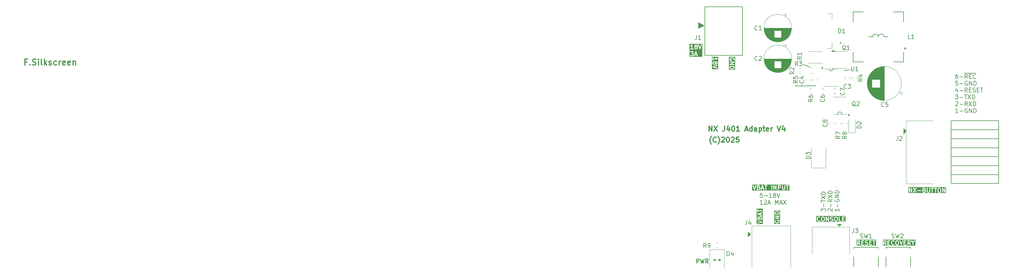
<source format=gbr>
%TF.GenerationSoftware,KiCad,Pcbnew,8.0.7-8.0.7-0~ubuntu22.04.1*%
%TF.CreationDate,2025-01-13T16:38:10-08:00*%
%TF.ProjectId,NX-J401-Adapter,4e582d4a-3430-4312-9d41-646170746572,4*%
%TF.SameCoordinates,Original*%
%TF.FileFunction,Legend,Top*%
%TF.FilePolarity,Positive*%
%FSLAX46Y46*%
G04 Gerber Fmt 4.6, Leading zero omitted, Abs format (unit mm)*
G04 Created by KiCad (PCBNEW 8.0.7-8.0.7-0~ubuntu22.04.1) date 2025-01-13 16:38:10*
%MOMM*%
%LPD*%
G01*
G04 APERTURE LIST*
%ADD10C,0.150000*%
%ADD11C,0.254000*%
%ADD12C,0.304800*%
%ADD13C,0.203200*%
%ADD14C,0.200000*%
%ADD15C,0.300000*%
%ADD16C,0.120000*%
%ADD17C,0.100000*%
%ADD18C,0.152400*%
%ADD19C,0.127000*%
G04 APERTURE END LIST*
D10*
X268986000Y-103632000D02*
X268986000Y-103886000D01*
X309626000Y-114300000D02*
X323850000Y-114300000D01*
X323850000Y-133096000D01*
X309626000Y-133096000D01*
X309626000Y-114300000D01*
X249682000Y-148310600D02*
X248920000Y-148945600D01*
X248920000Y-147675600D01*
X249682000Y-148310600D01*
G36*
X249682000Y-148310600D02*
G01*
X248920000Y-148945600D01*
X248920000Y-147675600D01*
X249682000Y-148310600D01*
G37*
X289648608Y-89142635D02*
X290817008Y-89142635D01*
X268986000Y-103886000D02*
X263144000Y-103886000D01*
X309626000Y-125040544D02*
X323850000Y-125040544D01*
X287921408Y-89142635D02*
G75*
G02*
X289648608Y-89142635I863600J0D01*
G01*
X285025808Y-89142635D02*
X286194208Y-89142635D01*
X309626000Y-130410816D02*
X323850000Y-130410816D01*
X309626000Y-122355408D02*
X323850000Y-122355408D01*
X309626000Y-116985136D02*
X323850000Y-116985136D01*
X264922000Y-103886000D02*
X264922000Y-103505000D01*
X309626000Y-119670272D02*
X323850000Y-119670272D01*
X286194208Y-89142635D02*
G75*
G02*
X287921408Y-89142635I863600J0D01*
G01*
X263144000Y-103886000D02*
X263144000Y-103505000D01*
X266954000Y-103632000D02*
X266954000Y-103886000D01*
X265430000Y-97409000D02*
X267462000Y-98298000D01*
X309626000Y-127725680D02*
X323850000Y-127725680D01*
X279400000Y-98933000D02*
X277622000Y-99314000D01*
D11*
G36*
X252253977Y-134414808D02*
G01*
X252278683Y-134439514D01*
X252316533Y-134515214D01*
X252316533Y-134636683D01*
X252278682Y-134712384D01*
X252247349Y-134743716D01*
X252171648Y-134781568D01*
X251844818Y-134781568D01*
X251844818Y-134370330D01*
X252120542Y-134370330D01*
X252253977Y-134414808D01*
G37*
G36*
X252186872Y-133803418D02*
G01*
X252218205Y-133834751D01*
X252256057Y-133910453D01*
X252256057Y-133971443D01*
X252218205Y-134047145D01*
X252186872Y-134078478D01*
X252111171Y-134116330D01*
X251844818Y-134116330D01*
X251844818Y-133765568D01*
X252111172Y-133765568D01*
X252186872Y-133803418D01*
G37*
G36*
X253355901Y-134418711D02*
G01*
X253103546Y-134418711D01*
X253229723Y-134040177D01*
X253355901Y-134418711D01*
G37*
G36*
X258476397Y-133803419D02*
G01*
X258507730Y-133834752D01*
X258545580Y-133910452D01*
X258545580Y-134031921D01*
X258507729Y-134107622D01*
X258476396Y-134138954D01*
X258400695Y-134176806D01*
X258073865Y-134176806D01*
X258073865Y-133765568D01*
X258400695Y-133765568D01*
X258476397Y-133803419D01*
G37*
G36*
X261357298Y-135176679D02*
G01*
X250180705Y-135176679D01*
X250180705Y-133654453D01*
X250321816Y-133654453D01*
X250327336Y-133678729D01*
X250750669Y-134948728D01*
X250760819Y-134971461D01*
X250766764Y-134978315D01*
X250770823Y-134986434D01*
X250782853Y-134996868D01*
X250793286Y-135008897D01*
X250801402Y-135012955D01*
X250808258Y-135018901D01*
X250823366Y-135023937D01*
X250837608Y-135031058D01*
X250846657Y-135031700D01*
X250855267Y-135034571D01*
X250871156Y-135033441D01*
X250887037Y-135034570D01*
X250895643Y-135031701D01*
X250904695Y-135031058D01*
X250918937Y-135023937D01*
X250934046Y-135018901D01*
X250940901Y-135012954D01*
X250949018Y-135008897D01*
X250959451Y-134996867D01*
X250971481Y-134986434D01*
X250975538Y-134978317D01*
X250981485Y-134971462D01*
X250991635Y-134948729D01*
X251414969Y-133678729D01*
X251420489Y-133654453D01*
X251419360Y-133638568D01*
X251590818Y-133638568D01*
X251590818Y-134908568D01*
X251593258Y-134933344D01*
X251612221Y-134979125D01*
X251647261Y-135014165D01*
X251693042Y-135033128D01*
X251717818Y-135035568D01*
X252201628Y-135035568D01*
X252226404Y-135033128D01*
X252230620Y-135031381D01*
X252235173Y-135031058D01*
X252258424Y-135022160D01*
X252379376Y-134961684D01*
X252390040Y-134954970D01*
X252393138Y-134953688D01*
X252396624Y-134950826D01*
X252400445Y-134948422D01*
X252402642Y-134945888D01*
X252412383Y-134937895D01*
X252457594Y-134892683D01*
X252680387Y-134892683D01*
X252683900Y-134942112D01*
X252706061Y-134986434D01*
X252743496Y-135018901D01*
X252790505Y-135034571D01*
X252839934Y-135031058D01*
X252884256Y-135008897D01*
X252916723Y-134971462D01*
X252926873Y-134948729D01*
X253018879Y-134672711D01*
X253440568Y-134672711D01*
X253532574Y-134948729D01*
X253542724Y-134971462D01*
X253575191Y-135008897D01*
X253619514Y-135031058D01*
X253668942Y-135034571D01*
X253715951Y-135018901D01*
X253753386Y-134986434D01*
X253775547Y-134942112D01*
X253779060Y-134892683D01*
X253773540Y-134868407D01*
X253355334Y-133613792D01*
X253770401Y-133613792D01*
X253770401Y-133663344D01*
X253789364Y-133709125D01*
X253824404Y-133744165D01*
X253870185Y-133763128D01*
X253894961Y-133765568D01*
X254130818Y-133765568D01*
X254130818Y-134908568D01*
X254133258Y-134933344D01*
X254152221Y-134979125D01*
X254187261Y-135014165D01*
X254233042Y-135033128D01*
X254282594Y-135033128D01*
X254328375Y-135014165D01*
X254363415Y-134979125D01*
X254382378Y-134933344D01*
X254384818Y-134908568D01*
X254384818Y-133765568D01*
X254620675Y-133765568D01*
X254645451Y-133763128D01*
X254691232Y-133744165D01*
X254726272Y-133709125D01*
X254745235Y-133663344D01*
X254745235Y-133638568D01*
X255884627Y-133638568D01*
X255884627Y-134908568D01*
X255887067Y-134933344D01*
X255906030Y-134979125D01*
X255941070Y-135014165D01*
X255986851Y-135033128D01*
X256036403Y-135033128D01*
X256082184Y-135014165D01*
X256117224Y-134979125D01*
X256136187Y-134933344D01*
X256138627Y-134908568D01*
X256138627Y-133638568D01*
X256489389Y-133638568D01*
X256489389Y-134908568D01*
X256491829Y-134933344D01*
X256510792Y-134979125D01*
X256545832Y-135014165D01*
X256591613Y-135033128D01*
X256641165Y-135033128D01*
X256686946Y-135014165D01*
X256721986Y-134979125D01*
X256740949Y-134933344D01*
X256743389Y-134908568D01*
X256743389Y-134116794D01*
X257231837Y-134971577D01*
X257235543Y-134976797D01*
X257236507Y-134979125D01*
X257238878Y-134981496D01*
X257246248Y-134991878D01*
X257259601Y-135002219D01*
X257271547Y-135014165D01*
X257279026Y-135017263D01*
X257285426Y-135022219D01*
X257301719Y-135026662D01*
X257317328Y-135033128D01*
X257325424Y-135033128D01*
X257333234Y-135035258D01*
X257349987Y-135033128D01*
X257366880Y-135033128D01*
X257374362Y-135030028D01*
X257382391Y-135029008D01*
X257397053Y-135020629D01*
X257412661Y-135014165D01*
X257418385Y-135008440D01*
X257425415Y-135004424D01*
X257435758Y-134991067D01*
X257447701Y-134979125D01*
X257450799Y-134971645D01*
X257455755Y-134965246D01*
X257460198Y-134948952D01*
X257466664Y-134933344D01*
X257467911Y-134920672D01*
X257468794Y-134917438D01*
X257468476Y-134914940D01*
X257469104Y-134908568D01*
X257469104Y-133638568D01*
X257819865Y-133638568D01*
X257819865Y-134908568D01*
X257822305Y-134933344D01*
X257841268Y-134979125D01*
X257876308Y-135014165D01*
X257922089Y-135033128D01*
X257971641Y-135033128D01*
X258017422Y-135014165D01*
X258052462Y-134979125D01*
X258071425Y-134933344D01*
X258073865Y-134908568D01*
X258073865Y-134430806D01*
X258430675Y-134430806D01*
X258455451Y-134428366D01*
X258459667Y-134426619D01*
X258464220Y-134426296D01*
X258487471Y-134417398D01*
X258608423Y-134356922D01*
X258619087Y-134350208D01*
X258622185Y-134348926D01*
X258625671Y-134346064D01*
X258629492Y-134343660D01*
X258631689Y-134341126D01*
X258641430Y-134333133D01*
X258701906Y-134272656D01*
X258709898Y-134262916D01*
X258712434Y-134260718D01*
X258714839Y-134256896D01*
X258717700Y-134253411D01*
X258718982Y-134250314D01*
X258725696Y-134239649D01*
X258786172Y-134118698D01*
X258795070Y-134095446D01*
X258795393Y-134090893D01*
X258797140Y-134086677D01*
X258799580Y-134061901D01*
X258799580Y-133880472D01*
X258797140Y-133855696D01*
X258795393Y-133851479D01*
X258795070Y-133846927D01*
X258786172Y-133823675D01*
X258725696Y-133702724D01*
X258718984Y-133692061D01*
X258717700Y-133688961D01*
X258714837Y-133685472D01*
X258712434Y-133681655D01*
X258709900Y-133679457D01*
X258701906Y-133669717D01*
X258670756Y-133638568D01*
X259089865Y-133638568D01*
X259089865Y-134666663D01*
X259092305Y-134691439D01*
X259094051Y-134695655D01*
X259094375Y-134700208D01*
X259103273Y-134723460D01*
X259163750Y-134844412D01*
X259170461Y-134855074D01*
X259171745Y-134858172D01*
X259174608Y-134861660D01*
X259177013Y-134865481D01*
X259179546Y-134867678D01*
X259187539Y-134877417D01*
X259248015Y-134937894D01*
X259257755Y-134945888D01*
X259259953Y-134948422D01*
X259263770Y-134950825D01*
X259267259Y-134953688D01*
X259270359Y-134954972D01*
X259281022Y-134961684D01*
X259401973Y-135022160D01*
X259425225Y-135031058D01*
X259429777Y-135031381D01*
X259433994Y-135033128D01*
X259458770Y-135035568D01*
X259700675Y-135035568D01*
X259725451Y-135033128D01*
X259729667Y-135031381D01*
X259734220Y-135031058D01*
X259757471Y-135022160D01*
X259878423Y-134961684D01*
X259889087Y-134954970D01*
X259892185Y-134953688D01*
X259895671Y-134950826D01*
X259899492Y-134948422D01*
X259901689Y-134945888D01*
X259911430Y-134937895D01*
X259971906Y-134877418D01*
X259979898Y-134867678D01*
X259982434Y-134865480D01*
X259984839Y-134861658D01*
X259987700Y-134858173D01*
X259988982Y-134855076D01*
X259995696Y-134844411D01*
X260056172Y-134723460D01*
X260065070Y-134700208D01*
X260065393Y-134695655D01*
X260067140Y-134691439D01*
X260069580Y-134666663D01*
X260069580Y-133638568D01*
X260067140Y-133613792D01*
X260241353Y-133613792D01*
X260241353Y-133663344D01*
X260260316Y-133709125D01*
X260295356Y-133744165D01*
X260341137Y-133763128D01*
X260365913Y-133765568D01*
X260601770Y-133765568D01*
X260601770Y-134908568D01*
X260604210Y-134933344D01*
X260623173Y-134979125D01*
X260658213Y-135014165D01*
X260703994Y-135033128D01*
X260753546Y-135033128D01*
X260799327Y-135014165D01*
X260834367Y-134979125D01*
X260853330Y-134933344D01*
X260855770Y-134908568D01*
X260855770Y-133765568D01*
X261091627Y-133765568D01*
X261116403Y-133763128D01*
X261162184Y-133744165D01*
X261197224Y-133709125D01*
X261216187Y-133663344D01*
X261216187Y-133613792D01*
X261197224Y-133568011D01*
X261162184Y-133532971D01*
X261116403Y-133514008D01*
X261091627Y-133511568D01*
X260365913Y-133511568D01*
X260341137Y-133514008D01*
X260295356Y-133532971D01*
X260260316Y-133568011D01*
X260241353Y-133613792D01*
X260067140Y-133613792D01*
X260048177Y-133568011D01*
X260013137Y-133532971D01*
X259967356Y-133514008D01*
X259917804Y-133514008D01*
X259872023Y-133532971D01*
X259836983Y-133568011D01*
X259818020Y-133613792D01*
X259815580Y-133638568D01*
X259815580Y-134636683D01*
X259777729Y-134712384D01*
X259746396Y-134743716D01*
X259670695Y-134781568D01*
X259488750Y-134781568D01*
X259413050Y-134743718D01*
X259381717Y-134712385D01*
X259343865Y-134636681D01*
X259343865Y-133638568D01*
X259341425Y-133613792D01*
X259322462Y-133568011D01*
X259287422Y-133532971D01*
X259241641Y-133514008D01*
X259192089Y-133514008D01*
X259146308Y-133532971D01*
X259111268Y-133568011D01*
X259092305Y-133613792D01*
X259089865Y-133638568D01*
X258670756Y-133638568D01*
X258641429Y-133609241D01*
X258631690Y-133601248D01*
X258629492Y-133598714D01*
X258625671Y-133596309D01*
X258622184Y-133593447D01*
X258619085Y-133592163D01*
X258608423Y-133585452D01*
X258487471Y-133524976D01*
X258464220Y-133516078D01*
X258459667Y-133515754D01*
X258455451Y-133514008D01*
X258430675Y-133511568D01*
X257946865Y-133511568D01*
X257922089Y-133514008D01*
X257876308Y-133532971D01*
X257841268Y-133568011D01*
X257822305Y-133613792D01*
X257819865Y-133638568D01*
X257469104Y-133638568D01*
X257466664Y-133613792D01*
X257447701Y-133568011D01*
X257412661Y-133532971D01*
X257366880Y-133514008D01*
X257317328Y-133514008D01*
X257271547Y-133532971D01*
X257236507Y-133568011D01*
X257217544Y-133613792D01*
X257215104Y-133638568D01*
X257215104Y-134430341D01*
X256726656Y-133575558D01*
X256722948Y-133570335D01*
X256721986Y-133568011D01*
X256719616Y-133565641D01*
X256712245Y-133555257D01*
X256698888Y-133544913D01*
X256686946Y-133532971D01*
X256679466Y-133529872D01*
X256673067Y-133524917D01*
X256656773Y-133520473D01*
X256641165Y-133514008D01*
X256633069Y-133514008D01*
X256625259Y-133511878D01*
X256608503Y-133514008D01*
X256591613Y-133514008D01*
X256584134Y-133517105D01*
X256576101Y-133518127D01*
X256561432Y-133526508D01*
X256545832Y-133532971D01*
X256540108Y-133538694D01*
X256533078Y-133542712D01*
X256522734Y-133556068D01*
X256510792Y-133568011D01*
X256507693Y-133575490D01*
X256502738Y-133581890D01*
X256498294Y-133598183D01*
X256491829Y-133613792D01*
X256490581Y-133626463D01*
X256489699Y-133629698D01*
X256490016Y-133632195D01*
X256489389Y-133638568D01*
X256138627Y-133638568D01*
X256136187Y-133613792D01*
X256117224Y-133568011D01*
X256082184Y-133532971D01*
X256036403Y-133514008D01*
X255986851Y-133514008D01*
X255941070Y-133532971D01*
X255906030Y-133568011D01*
X255887067Y-133613792D01*
X255884627Y-133638568D01*
X254745235Y-133638568D01*
X254745235Y-133613792D01*
X254726272Y-133568011D01*
X254691232Y-133532971D01*
X254645451Y-133514008D01*
X254620675Y-133511568D01*
X253894961Y-133511568D01*
X253870185Y-133514008D01*
X253824404Y-133532971D01*
X253789364Y-133568011D01*
X253770401Y-133613792D01*
X253355334Y-133613792D01*
X253350206Y-133598407D01*
X253340056Y-133575674D01*
X253334109Y-133568818D01*
X253330052Y-133560702D01*
X253318022Y-133550268D01*
X253307589Y-133538239D01*
X253299472Y-133534181D01*
X253292617Y-133528235D01*
X253277508Y-133523198D01*
X253263266Y-133516078D01*
X253254214Y-133515434D01*
X253245608Y-133512566D01*
X253229727Y-133513694D01*
X253213838Y-133512565D01*
X253205228Y-133515435D01*
X253196179Y-133516078D01*
X253181937Y-133523198D01*
X253166829Y-133528235D01*
X253159973Y-133534180D01*
X253151857Y-133538239D01*
X253141424Y-133550267D01*
X253129394Y-133560702D01*
X253125335Y-133568820D01*
X253119390Y-133575675D01*
X253109240Y-133598408D01*
X252685907Y-134868407D01*
X252680387Y-134892683D01*
X252457594Y-134892683D01*
X252472859Y-134877418D01*
X252480851Y-134867678D01*
X252483387Y-134865480D01*
X252485792Y-134861658D01*
X252488653Y-134858173D01*
X252489935Y-134855076D01*
X252496649Y-134844411D01*
X252557125Y-134723460D01*
X252566023Y-134700208D01*
X252566346Y-134695655D01*
X252568093Y-134691439D01*
X252570533Y-134666663D01*
X252570533Y-134485234D01*
X252568093Y-134460458D01*
X252566346Y-134456241D01*
X252566023Y-134451689D01*
X252557125Y-134428437D01*
X252496649Y-134307486D01*
X252489937Y-134296823D01*
X252488653Y-134293723D01*
X252485790Y-134290234D01*
X252483387Y-134286417D01*
X252480853Y-134284219D01*
X252472859Y-134274479D01*
X252412382Y-134214003D01*
X252411381Y-134213181D01*
X252412383Y-134212180D01*
X252420377Y-134202438D01*
X252422909Y-134200243D01*
X252425311Y-134196426D01*
X252428177Y-134192935D01*
X252429461Y-134189834D01*
X252436172Y-134179174D01*
X252496649Y-134058222D01*
X252505547Y-134034970D01*
X252505870Y-134030417D01*
X252507617Y-134026201D01*
X252510057Y-134001425D01*
X252510057Y-133880472D01*
X252507617Y-133855696D01*
X252505870Y-133851479D01*
X252505547Y-133846927D01*
X252496649Y-133823675D01*
X252436172Y-133702723D01*
X252429461Y-133692062D01*
X252428177Y-133688962D01*
X252425311Y-133685470D01*
X252422909Y-133681654D01*
X252420377Y-133679458D01*
X252412383Y-133669717D01*
X252351907Y-133609241D01*
X252342166Y-133601247D01*
X252339969Y-133598714D01*
X252336148Y-133596309D01*
X252332662Y-133593448D01*
X252329564Y-133592165D01*
X252318900Y-133585452D01*
X252197948Y-133524976D01*
X252174697Y-133516078D01*
X252170144Y-133515754D01*
X252165928Y-133514008D01*
X252141152Y-133511568D01*
X251717818Y-133511568D01*
X251693042Y-133514008D01*
X251647261Y-133532971D01*
X251612221Y-133568011D01*
X251593258Y-133613792D01*
X251590818Y-133638568D01*
X251419360Y-133638568D01*
X251416976Y-133605024D01*
X251394815Y-133560702D01*
X251357380Y-133528235D01*
X251310371Y-133512565D01*
X251260943Y-133516078D01*
X251216620Y-133538239D01*
X251184153Y-133575674D01*
X251174003Y-133598407D01*
X250871152Y-134506958D01*
X250568302Y-133598407D01*
X250558152Y-133575674D01*
X250525685Y-133538239D01*
X250481363Y-133516078D01*
X250431934Y-133512565D01*
X250384925Y-133528235D01*
X250347490Y-133560702D01*
X250325329Y-133605024D01*
X250321816Y-133654453D01*
X250180705Y-133654453D01*
X250180705Y-133370457D01*
X261357298Y-133370457D01*
X261357298Y-135176679D01*
G37*
G36*
X257929658Y-141672625D02*
G01*
X258019709Y-141717651D01*
X258104889Y-141802830D01*
X258149368Y-141936266D01*
X258149368Y-142091038D01*
X257133368Y-142091038D01*
X257133368Y-141936266D01*
X257177846Y-141802831D01*
X257263027Y-141717650D01*
X257353077Y-141672625D01*
X257566287Y-141619323D01*
X257716448Y-141619323D01*
X257929658Y-141672625D01*
G37*
G36*
X258544479Y-145147101D02*
G01*
X256738257Y-145147101D01*
X256738257Y-144274228D01*
X256879368Y-144274228D01*
X256879368Y-144455656D01*
X256880602Y-144468194D01*
X256880365Y-144471541D01*
X256881365Y-144475942D01*
X256881808Y-144480432D01*
X256883090Y-144483529D01*
X256885885Y-144495817D01*
X256946361Y-144677246D01*
X256956511Y-144699979D01*
X256959501Y-144703427D01*
X256961248Y-144707643D01*
X256977041Y-144726888D01*
X257097993Y-144847840D01*
X257107734Y-144855834D01*
X257109930Y-144858366D01*
X257113746Y-144860768D01*
X257117238Y-144863634D01*
X257120338Y-144864918D01*
X257130999Y-144871629D01*
X257251953Y-144932106D01*
X257253765Y-144932799D01*
X257254503Y-144933346D01*
X257264895Y-144937058D01*
X257275204Y-144941004D01*
X257276119Y-144941069D01*
X257277947Y-144941722D01*
X257519851Y-145002198D01*
X257524146Y-145002833D01*
X257525877Y-145003550D01*
X257535206Y-145004468D01*
X257544479Y-145005840D01*
X257546331Y-145005564D01*
X257550653Y-145005990D01*
X257732082Y-145005990D01*
X257736403Y-145005564D01*
X257738256Y-145005840D01*
X257747528Y-145004468D01*
X257756858Y-145003550D01*
X257758588Y-145002833D01*
X257762884Y-145002198D01*
X258004789Y-144941722D01*
X258006616Y-144941069D01*
X258007532Y-144941004D01*
X258017847Y-144937056D01*
X258028233Y-144933346D01*
X258028969Y-144932800D01*
X258030784Y-144932106D01*
X258151736Y-144871629D01*
X258162396Y-144864918D01*
X258165497Y-144863634D01*
X258168988Y-144860768D01*
X258172805Y-144858366D01*
X258175001Y-144855833D01*
X258184741Y-144847840D01*
X258305694Y-144726888D01*
X258321488Y-144707643D01*
X258323234Y-144703427D01*
X258326225Y-144699979D01*
X258336375Y-144677246D01*
X258396851Y-144495817D01*
X258399644Y-144483530D01*
X258400928Y-144480432D01*
X258401370Y-144475941D01*
X258402371Y-144471540D01*
X258402133Y-144468194D01*
X258403368Y-144455656D01*
X258403368Y-144334704D01*
X258402133Y-144322165D01*
X258402371Y-144318820D01*
X258401370Y-144314418D01*
X258400928Y-144309928D01*
X258399644Y-144306829D01*
X258396851Y-144294543D01*
X258336375Y-144113114D01*
X258326225Y-144090381D01*
X258323235Y-144086933D01*
X258321488Y-144082716D01*
X258305694Y-144063472D01*
X258245217Y-144002996D01*
X258225972Y-143987202D01*
X258180191Y-143968239D01*
X258155415Y-143965799D01*
X257732082Y-143965799D01*
X257707306Y-143968239D01*
X257661525Y-143987202D01*
X257626485Y-144022242D01*
X257607522Y-144068023D01*
X257605082Y-144092799D01*
X257605082Y-144334704D01*
X257607522Y-144359480D01*
X257626485Y-144405261D01*
X257661525Y-144440301D01*
X257707306Y-144459264D01*
X257756858Y-144459264D01*
X257802639Y-144440301D01*
X257837679Y-144405261D01*
X257856642Y-144359480D01*
X257859082Y-144334704D01*
X257859082Y-144219799D01*
X258102810Y-144219799D01*
X258104889Y-144221878D01*
X258149368Y-144355313D01*
X258149368Y-144435046D01*
X258104889Y-144568482D01*
X258019709Y-144653661D01*
X257929658Y-144698687D01*
X257716448Y-144751990D01*
X257566287Y-144751990D01*
X257353077Y-144698687D01*
X257263027Y-144653662D01*
X257177846Y-144568481D01*
X257133368Y-144435046D01*
X257133368Y-144304207D01*
X257180436Y-144210071D01*
X257189334Y-144186819D01*
X257192847Y-144137391D01*
X257177176Y-144090380D01*
X257144709Y-144052945D01*
X257100388Y-144030785D01*
X257050960Y-144027272D01*
X257003949Y-144042943D01*
X256966514Y-144075410D01*
X256953251Y-144096480D01*
X256892776Y-144217432D01*
X256883878Y-144240684D01*
X256883554Y-144245235D01*
X256881808Y-144249452D01*
X256879368Y-144274228D01*
X256738257Y-144274228D01*
X256738257Y-143539644D01*
X256879678Y-143539644D01*
X256881808Y-143556399D01*
X256881808Y-143573290D01*
X256884905Y-143580768D01*
X256885927Y-143588802D01*
X256894308Y-143603470D01*
X256900771Y-143619071D01*
X256906494Y-143624794D01*
X256910512Y-143631825D01*
X256923868Y-143642168D01*
X256935811Y-143654111D01*
X256943290Y-143657209D01*
X256949690Y-143662165D01*
X256965983Y-143666608D01*
X256981592Y-143673074D01*
X256994263Y-143674321D01*
X256997498Y-143675204D01*
X256999995Y-143674886D01*
X257006368Y-143675514D01*
X258276368Y-143675514D01*
X258301144Y-143673074D01*
X258346925Y-143654111D01*
X258381965Y-143619071D01*
X258400928Y-143573290D01*
X258400928Y-143523738D01*
X258381965Y-143477957D01*
X258346925Y-143442917D01*
X258301144Y-143423954D01*
X258276368Y-143421514D01*
X257484595Y-143421514D01*
X258339377Y-142933066D01*
X258344597Y-142929359D01*
X258346925Y-142928396D01*
X258349296Y-142926024D01*
X258359678Y-142918655D01*
X258370019Y-142905301D01*
X258381965Y-142893356D01*
X258385063Y-142885876D01*
X258390019Y-142879477D01*
X258394462Y-142863183D01*
X258400928Y-142847575D01*
X258400928Y-142839478D01*
X258403058Y-142831669D01*
X258400928Y-142814916D01*
X258400928Y-142798023D01*
X258397828Y-142790540D01*
X258396808Y-142782512D01*
X258388429Y-142767849D01*
X258381965Y-142752242D01*
X258376240Y-142746517D01*
X258372224Y-142739488D01*
X258358867Y-142729144D01*
X258346925Y-142717202D01*
X258339445Y-142714103D01*
X258333046Y-142709148D01*
X258316752Y-142704704D01*
X258301144Y-142698239D01*
X258288472Y-142696991D01*
X258285238Y-142696109D01*
X258282740Y-142696426D01*
X258276368Y-142695799D01*
X257006368Y-142695799D01*
X256981592Y-142698239D01*
X256935811Y-142717202D01*
X256900771Y-142752242D01*
X256881808Y-142798023D01*
X256881808Y-142847575D01*
X256900771Y-142893356D01*
X256935811Y-142928396D01*
X256981592Y-142947359D01*
X257006368Y-142949799D01*
X257798141Y-142949799D01*
X256943358Y-143438247D01*
X256938135Y-143441954D01*
X256935811Y-143442917D01*
X256933441Y-143445286D01*
X256923057Y-143452658D01*
X256912713Y-143466014D01*
X256900771Y-143477957D01*
X256897672Y-143485436D01*
X256892717Y-143491836D01*
X256888273Y-143508129D01*
X256881808Y-143523738D01*
X256881808Y-143531834D01*
X256879678Y-143539644D01*
X256738257Y-143539644D01*
X256738257Y-141915657D01*
X256879368Y-141915657D01*
X256879368Y-142218038D01*
X256881808Y-142242814D01*
X256900771Y-142288595D01*
X256935811Y-142323635D01*
X256981592Y-142342598D01*
X257006368Y-142345038D01*
X258276368Y-142345038D01*
X258301144Y-142342598D01*
X258346925Y-142323635D01*
X258381965Y-142288595D01*
X258400928Y-142242814D01*
X258403368Y-142218038D01*
X258403368Y-141915657D01*
X258402133Y-141903118D01*
X258402371Y-141899773D01*
X258401370Y-141895371D01*
X258400928Y-141890881D01*
X258399644Y-141887782D01*
X258396851Y-141875496D01*
X258336375Y-141694067D01*
X258326225Y-141671334D01*
X258323234Y-141667885D01*
X258321488Y-141663670D01*
X258305694Y-141644425D01*
X258184741Y-141523473D01*
X258175001Y-141515479D01*
X258172805Y-141512947D01*
X258168988Y-141510544D01*
X258165497Y-141507679D01*
X258162396Y-141506394D01*
X258151736Y-141499684D01*
X258030784Y-141439207D01*
X258028969Y-141438512D01*
X258028233Y-141437967D01*
X258017847Y-141434256D01*
X258007532Y-141430309D01*
X258006616Y-141430243D01*
X258004789Y-141429591D01*
X257762884Y-141369115D01*
X257758588Y-141368479D01*
X257756858Y-141367763D01*
X257747528Y-141366844D01*
X257738256Y-141365473D01*
X257736403Y-141365748D01*
X257732082Y-141365323D01*
X257550653Y-141365323D01*
X257546331Y-141365748D01*
X257544479Y-141365473D01*
X257535206Y-141366844D01*
X257525877Y-141367763D01*
X257524146Y-141368479D01*
X257519851Y-141369115D01*
X257277947Y-141429591D01*
X257276119Y-141430243D01*
X257275204Y-141430309D01*
X257264895Y-141434254D01*
X257254503Y-141437967D01*
X257253765Y-141438513D01*
X257251953Y-141439207D01*
X257130999Y-141499684D01*
X257120338Y-141506394D01*
X257117238Y-141507679D01*
X257113746Y-141510544D01*
X257109930Y-141512947D01*
X257107734Y-141515478D01*
X257097993Y-141523473D01*
X256977041Y-141644425D01*
X256961248Y-141663670D01*
X256959501Y-141667885D01*
X256956511Y-141671334D01*
X256946361Y-141694067D01*
X256885885Y-141875496D01*
X256883090Y-141887783D01*
X256881808Y-141890881D01*
X256881365Y-141895370D01*
X256880365Y-141899772D01*
X256880602Y-141903118D01*
X256879368Y-141915657D01*
X256738257Y-141915657D01*
X256738257Y-141224212D01*
X258544479Y-141224212D01*
X258544479Y-145147101D01*
G37*
G36*
X233441092Y-94337511D02*
G01*
X233188737Y-94337511D01*
X233314914Y-93958977D01*
X233441092Y-94337511D01*
G37*
G36*
X233542063Y-92221876D02*
G01*
X233573396Y-92253209D01*
X233611248Y-92328911D01*
X233611248Y-92510853D01*
X233573395Y-92586558D01*
X233542065Y-92617888D01*
X233466363Y-92655740D01*
X233284418Y-92655740D01*
X233208716Y-92617889D01*
X233177384Y-92586556D01*
X233139533Y-92510854D01*
X233139533Y-92328910D01*
X233177384Y-92253207D01*
X233208714Y-92221877D01*
X233284419Y-92184025D01*
X233466362Y-92184025D01*
X233542063Y-92221876D01*
G37*
G36*
X233542063Y-91677590D02*
G01*
X233573396Y-91708923D01*
X233611248Y-91784625D01*
X233611248Y-91785139D01*
X233573396Y-91860841D01*
X233542063Y-91892174D01*
X233466363Y-91930025D01*
X233284418Y-91930025D01*
X233208715Y-91892173D01*
X233177384Y-91860843D01*
X233139533Y-91785140D01*
X233139533Y-91784624D01*
X233177384Y-91708921D01*
X233208715Y-91677591D01*
X233284418Y-91639740D01*
X233466363Y-91639740D01*
X233542063Y-91677590D01*
G37*
G36*
X235214886Y-95095479D02*
G01*
X231476862Y-95095479D01*
X231476862Y-93532592D01*
X231617973Y-93532592D01*
X231617973Y-93582144D01*
X231636936Y-93627925D01*
X231671976Y-93662965D01*
X231717757Y-93681928D01*
X231742533Y-93684368D01*
X232248845Y-93684368D01*
X232009813Y-93957547D01*
X232002155Y-93968257D01*
X231999793Y-93970620D01*
X231998865Y-93972859D01*
X231995334Y-93977799D01*
X231988723Y-93997343D01*
X231980830Y-94016401D01*
X231980830Y-94020683D01*
X231979458Y-94024740D01*
X231980830Y-94045322D01*
X231980830Y-94065953D01*
X231982469Y-94069909D01*
X231982754Y-94074185D01*
X231991900Y-94092678D01*
X231999793Y-94111734D01*
X232002821Y-94114762D01*
X232004721Y-94118603D01*
X232020250Y-94132191D01*
X232034833Y-94146774D01*
X232038788Y-94148412D01*
X232042012Y-94151233D01*
X232061556Y-94157843D01*
X232080614Y-94165737D01*
X232086655Y-94166331D01*
X232088953Y-94167109D01*
X232092288Y-94166886D01*
X232105390Y-94168177D01*
X232256839Y-94168177D01*
X232332541Y-94206028D01*
X232363871Y-94237358D01*
X232401724Y-94313063D01*
X232401724Y-94555481D01*
X232363871Y-94631186D01*
X232332541Y-94662516D01*
X232256839Y-94700368D01*
X231953943Y-94700368D01*
X231878240Y-94662517D01*
X231832336Y-94616613D01*
X231813092Y-94600819D01*
X231767311Y-94581856D01*
X231717757Y-94581855D01*
X231671976Y-94600818D01*
X231636937Y-94635856D01*
X231617974Y-94681637D01*
X231617973Y-94731191D01*
X231636936Y-94776972D01*
X231652730Y-94796217D01*
X231713206Y-94856694D01*
X231722946Y-94864688D01*
X231725144Y-94867222D01*
X231728961Y-94869625D01*
X231732450Y-94872488D01*
X231735550Y-94873772D01*
X231746213Y-94880484D01*
X231867166Y-94940960D01*
X231890418Y-94949858D01*
X231894969Y-94950181D01*
X231899186Y-94951928D01*
X231923962Y-94954368D01*
X232286819Y-94954368D01*
X232311595Y-94951928D01*
X232315811Y-94950181D01*
X232320364Y-94949858D01*
X232343615Y-94940960D01*
X232464567Y-94880484D01*
X232475230Y-94873771D01*
X232478330Y-94872488D01*
X232481818Y-94869625D01*
X232485636Y-94867222D01*
X232487833Y-94864688D01*
X232497574Y-94856694D01*
X232542785Y-94811483D01*
X232765578Y-94811483D01*
X232769091Y-94860912D01*
X232791252Y-94905234D01*
X232828687Y-94937701D01*
X232875696Y-94953371D01*
X232925125Y-94949858D01*
X232969447Y-94927697D01*
X233001914Y-94890262D01*
X233012064Y-94867529D01*
X233104070Y-94591511D01*
X233525759Y-94591511D01*
X233617765Y-94867529D01*
X233627915Y-94890262D01*
X233660382Y-94927697D01*
X233704705Y-94949858D01*
X233754133Y-94953371D01*
X233801142Y-94937701D01*
X233838577Y-94905234D01*
X233860738Y-94860912D01*
X233864251Y-94811483D01*
X233858731Y-94787207D01*
X233435397Y-93517207D01*
X233425247Y-93494474D01*
X233419300Y-93487618D01*
X233415243Y-93479502D01*
X233403213Y-93469068D01*
X233392780Y-93457039D01*
X233384663Y-93452981D01*
X233377808Y-93447035D01*
X233362699Y-93441998D01*
X233348457Y-93434878D01*
X233339405Y-93434234D01*
X233330799Y-93431366D01*
X233314918Y-93432494D01*
X233299029Y-93431365D01*
X233290419Y-93434235D01*
X233281370Y-93434878D01*
X233267128Y-93441998D01*
X233252020Y-93447035D01*
X233245164Y-93452980D01*
X233237048Y-93457039D01*
X233226615Y-93469067D01*
X233214585Y-93479502D01*
X233210526Y-93487620D01*
X233204581Y-93494475D01*
X233194431Y-93517208D01*
X232771098Y-94787207D01*
X232765578Y-94811483D01*
X232542785Y-94811483D01*
X232558051Y-94796217D01*
X232566043Y-94786477D01*
X232568576Y-94784281D01*
X232570980Y-94780461D01*
X232573844Y-94776972D01*
X232575127Y-94773874D01*
X232581839Y-94763212D01*
X232642316Y-94642260D01*
X232651214Y-94619008D01*
X232651537Y-94614455D01*
X232653284Y-94610239D01*
X232655724Y-94585463D01*
X232655724Y-94283082D01*
X232653284Y-94258306D01*
X232651537Y-94254089D01*
X232651214Y-94249537D01*
X232642316Y-94226285D01*
X232581839Y-94105333D01*
X232575127Y-94094670D01*
X232573844Y-94091573D01*
X232570980Y-94088083D01*
X232568576Y-94084264D01*
X232566043Y-94082067D01*
X232558051Y-94072328D01*
X232497574Y-94011851D01*
X232487833Y-94003856D01*
X232485636Y-94001323D01*
X232481818Y-93998919D01*
X232478330Y-93996057D01*
X232475230Y-93994773D01*
X232464567Y-93988061D01*
X232364430Y-93937992D01*
X232624301Y-93640998D01*
X232631956Y-93630289D01*
X232634321Y-93627925D01*
X232635249Y-93625683D01*
X232638780Y-93620745D01*
X232645389Y-93601203D01*
X232653284Y-93582144D01*
X232653284Y-93577861D01*
X232654656Y-93573805D01*
X232653284Y-93553222D01*
X232653284Y-93532592D01*
X232651644Y-93528635D01*
X232651360Y-93524360D01*
X232642213Y-93505866D01*
X232634321Y-93486811D01*
X232631292Y-93483782D01*
X232629393Y-93479942D01*
X232613863Y-93466353D01*
X232599281Y-93451771D01*
X232595325Y-93450132D01*
X232592102Y-93447312D01*
X232572557Y-93440701D01*
X232553500Y-93432808D01*
X232547458Y-93432213D01*
X232545161Y-93431436D01*
X232541825Y-93431658D01*
X232528724Y-93430368D01*
X231742533Y-93430368D01*
X231717757Y-93432808D01*
X231671976Y-93451771D01*
X231636936Y-93486811D01*
X231617973Y-93532592D01*
X231476862Y-93532592D01*
X231476862Y-91859713D01*
X231677006Y-91859713D01*
X231680519Y-91909141D01*
X231702679Y-91953462D01*
X231740114Y-91985929D01*
X231787125Y-92001600D01*
X231836553Y-91998087D01*
X231859805Y-91989189D01*
X231980757Y-91928714D01*
X231991423Y-91921999D01*
X231994520Y-91920717D01*
X231998005Y-91917856D01*
X232001827Y-91915451D01*
X232004025Y-91912915D01*
X232013765Y-91904923D01*
X232038866Y-91879821D01*
X232038866Y-92655740D01*
X231803009Y-92655740D01*
X231778233Y-92658180D01*
X231732452Y-92677143D01*
X231697412Y-92712183D01*
X231678449Y-92757964D01*
X231678449Y-92807516D01*
X231697412Y-92853297D01*
X231732452Y-92888337D01*
X231778233Y-92907300D01*
X231803009Y-92909740D01*
X232528724Y-92909740D01*
X232553500Y-92907300D01*
X232599281Y-92888337D01*
X232634321Y-92853297D01*
X232653284Y-92807516D01*
X232653284Y-92757964D01*
X232634321Y-92712183D01*
X232599281Y-92677143D01*
X232553500Y-92658180D01*
X232528724Y-92655740D01*
X232292866Y-92655740D01*
X232292866Y-91754644D01*
X232885533Y-91754644D01*
X232885533Y-91815121D01*
X232887973Y-91839897D01*
X232889719Y-91844113D01*
X232890043Y-91848666D01*
X232898941Y-91871917D01*
X232959417Y-91992869D01*
X232966129Y-92003532D01*
X232967413Y-92006632D01*
X232970275Y-92010120D01*
X232972679Y-92013938D01*
X232975212Y-92016135D01*
X232983207Y-92025876D01*
X233014356Y-92057025D01*
X232983207Y-92088175D01*
X232975212Y-92097915D01*
X232972679Y-92100113D01*
X232970275Y-92103930D01*
X232967413Y-92107419D01*
X232966129Y-92110518D01*
X232959417Y-92121182D01*
X232898941Y-92242134D01*
X232890043Y-92265385D01*
X232889719Y-92269937D01*
X232887973Y-92274154D01*
X232885533Y-92298930D01*
X232885533Y-92540835D01*
X232887973Y-92565611D01*
X232889719Y-92569827D01*
X232890043Y-92574380D01*
X232898941Y-92597631D01*
X232959417Y-92718583D01*
X232966130Y-92729247D01*
X232967413Y-92732345D01*
X232970274Y-92735831D01*
X232972679Y-92739652D01*
X232975212Y-92741849D01*
X232983206Y-92751590D01*
X233043683Y-92812066D01*
X233053422Y-92820058D01*
X233055621Y-92822594D01*
X233059442Y-92824999D01*
X233062928Y-92827860D01*
X233066024Y-92829142D01*
X233076690Y-92835856D01*
X233197641Y-92896332D01*
X233220893Y-92905230D01*
X233225445Y-92905553D01*
X233229662Y-92907300D01*
X233254438Y-92909740D01*
X233496343Y-92909740D01*
X233521119Y-92907300D01*
X233525335Y-92905553D01*
X233529888Y-92905230D01*
X233553139Y-92896332D01*
X233674091Y-92835856D01*
X233684754Y-92829143D01*
X233687854Y-92827860D01*
X233691342Y-92824997D01*
X233695160Y-92822594D01*
X233697357Y-92820060D01*
X233707098Y-92812066D01*
X233767575Y-92751589D01*
X233775567Y-92741849D01*
X233778100Y-92739653D01*
X233780504Y-92735833D01*
X233783368Y-92732344D01*
X233784651Y-92729246D01*
X233791363Y-92718584D01*
X233851840Y-92597632D01*
X233860738Y-92574380D01*
X233861061Y-92569827D01*
X233862808Y-92565611D01*
X233865248Y-92540835D01*
X233865248Y-92298930D01*
X233862808Y-92274154D01*
X233861061Y-92269937D01*
X233860738Y-92265385D01*
X233851840Y-92242133D01*
X233791363Y-92121181D01*
X233784652Y-92110520D01*
X233783368Y-92107420D01*
X233780502Y-92103928D01*
X233778100Y-92100112D01*
X233775568Y-92097916D01*
X233767574Y-92088175D01*
X233736424Y-92057025D01*
X233767574Y-92025876D01*
X233775568Y-92016134D01*
X233778100Y-92013939D01*
X233780502Y-92010122D01*
X233783368Y-92006631D01*
X233784652Y-92003530D01*
X233791363Y-91992870D01*
X233851840Y-91871918D01*
X233860738Y-91848666D01*
X233861061Y-91844113D01*
X233862808Y-91839897D01*
X233865248Y-91815121D01*
X233865248Y-91754644D01*
X233862808Y-91729868D01*
X233861061Y-91725651D01*
X233860738Y-91721099D01*
X233851840Y-91697847D01*
X233791363Y-91576895D01*
X233784652Y-91566234D01*
X233783368Y-91563134D01*
X233780502Y-91559642D01*
X233778100Y-91555826D01*
X233775568Y-91553630D01*
X233767574Y-91543889D01*
X233752310Y-91528625D01*
X233975102Y-91528625D01*
X233980622Y-91552901D01*
X234403955Y-92822900D01*
X234414105Y-92845633D01*
X234420050Y-92852487D01*
X234424109Y-92860606D01*
X234436139Y-92871040D01*
X234446572Y-92883069D01*
X234454688Y-92887127D01*
X234461544Y-92893073D01*
X234476652Y-92898109D01*
X234490894Y-92905230D01*
X234499943Y-92905872D01*
X234508553Y-92908743D01*
X234524442Y-92907613D01*
X234540323Y-92908742D01*
X234548929Y-92905873D01*
X234557981Y-92905230D01*
X234572223Y-92898109D01*
X234587332Y-92893073D01*
X234594187Y-92887126D01*
X234602304Y-92883069D01*
X234612737Y-92871039D01*
X234624767Y-92860606D01*
X234628824Y-92852489D01*
X234634771Y-92845634D01*
X234644921Y-92822901D01*
X235068255Y-91552901D01*
X235073775Y-91528625D01*
X235070262Y-91479196D01*
X235048101Y-91434874D01*
X235010666Y-91402407D01*
X234963657Y-91386737D01*
X234914229Y-91390250D01*
X234869906Y-91412411D01*
X234837439Y-91449846D01*
X234827289Y-91472579D01*
X234524438Y-92381130D01*
X234221588Y-91472579D01*
X234211438Y-91449846D01*
X234178971Y-91412411D01*
X234134649Y-91390250D01*
X234085220Y-91386737D01*
X234038211Y-91402407D01*
X234000776Y-91434874D01*
X233978615Y-91479196D01*
X233975102Y-91528625D01*
X233752310Y-91528625D01*
X233707098Y-91483413D01*
X233697357Y-91475419D01*
X233695160Y-91472886D01*
X233691339Y-91470481D01*
X233687853Y-91467620D01*
X233684755Y-91466337D01*
X233674091Y-91459624D01*
X233553139Y-91399148D01*
X233529888Y-91390250D01*
X233525335Y-91389926D01*
X233521119Y-91388180D01*
X233496343Y-91385740D01*
X233254438Y-91385740D01*
X233229662Y-91388180D01*
X233225445Y-91389926D01*
X233220893Y-91390250D01*
X233197641Y-91399148D01*
X233076690Y-91459624D01*
X233066027Y-91466335D01*
X233062929Y-91467619D01*
X233059440Y-91470481D01*
X233055621Y-91472886D01*
X233053424Y-91475419D01*
X233043684Y-91483412D01*
X232983207Y-91543889D01*
X232975212Y-91553629D01*
X232972679Y-91555827D01*
X232970275Y-91559644D01*
X232967413Y-91563133D01*
X232966129Y-91566232D01*
X232959417Y-91576896D01*
X232898941Y-91697848D01*
X232890043Y-91721099D01*
X232889719Y-91725651D01*
X232887973Y-91729868D01*
X232885533Y-91754644D01*
X232292866Y-91754644D01*
X232292866Y-91512740D01*
X232292857Y-91512651D01*
X232292866Y-91512608D01*
X232292840Y-91512479D01*
X232290426Y-91487964D01*
X232285612Y-91476343D01*
X232283147Y-91464016D01*
X232276225Y-91453680D01*
X232271463Y-91442183D01*
X232262570Y-91433290D01*
X232255574Y-91422843D01*
X232245221Y-91415941D01*
X232236423Y-91407143D01*
X232224804Y-91402330D01*
X232214344Y-91395357D01*
X232202139Y-91392942D01*
X232190642Y-91388180D01*
X232178067Y-91388180D01*
X232165734Y-91385740D01*
X232153535Y-91388180D01*
X232141090Y-91388180D01*
X232129469Y-91392993D01*
X232117142Y-91395459D01*
X232106806Y-91402380D01*
X232095309Y-91407143D01*
X232086416Y-91416035D01*
X232075969Y-91423032D01*
X232060357Y-91442094D01*
X232060269Y-91442183D01*
X232060252Y-91442222D01*
X232060195Y-91442293D01*
X231946219Y-91613257D01*
X231848731Y-91710745D01*
X231746213Y-91762005D01*
X231725144Y-91775267D01*
X231692677Y-91812702D01*
X231677006Y-91859713D01*
X231476862Y-91859713D01*
X231476862Y-91244629D01*
X235214886Y-91244629D01*
X235214886Y-95095479D01*
G37*
D12*
X237291383Y-117399641D02*
X237291383Y-115875641D01*
X237291383Y-115875641D02*
X238162240Y-117399641D01*
X238162240Y-117399641D02*
X238162240Y-115875641D01*
X238742811Y-115875641D02*
X239758811Y-117399641D01*
X239758811Y-115875641D02*
X238742811Y-117399641D01*
X241935954Y-115875641D02*
X241935954Y-116964212D01*
X241935954Y-116964212D02*
X241863383Y-117181927D01*
X241863383Y-117181927D02*
X241718240Y-117327070D01*
X241718240Y-117327070D02*
X241500526Y-117399641D01*
X241500526Y-117399641D02*
X241355383Y-117399641D01*
X243314812Y-116383641D02*
X243314812Y-117399641D01*
X242951954Y-115803070D02*
X242589097Y-116891641D01*
X242589097Y-116891641D02*
X243532526Y-116891641D01*
X244403383Y-115875641D02*
X244548526Y-115875641D01*
X244548526Y-115875641D02*
X244693669Y-115948212D01*
X244693669Y-115948212D02*
X244766241Y-116020784D01*
X244766241Y-116020784D02*
X244838812Y-116165927D01*
X244838812Y-116165927D02*
X244911383Y-116456212D01*
X244911383Y-116456212D02*
X244911383Y-116819070D01*
X244911383Y-116819070D02*
X244838812Y-117109355D01*
X244838812Y-117109355D02*
X244766241Y-117254498D01*
X244766241Y-117254498D02*
X244693669Y-117327070D01*
X244693669Y-117327070D02*
X244548526Y-117399641D01*
X244548526Y-117399641D02*
X244403383Y-117399641D01*
X244403383Y-117399641D02*
X244258241Y-117327070D01*
X244258241Y-117327070D02*
X244185669Y-117254498D01*
X244185669Y-117254498D02*
X244113098Y-117109355D01*
X244113098Y-117109355D02*
X244040526Y-116819070D01*
X244040526Y-116819070D02*
X244040526Y-116456212D01*
X244040526Y-116456212D02*
X244113098Y-116165927D01*
X244113098Y-116165927D02*
X244185669Y-116020784D01*
X244185669Y-116020784D02*
X244258241Y-115948212D01*
X244258241Y-115948212D02*
X244403383Y-115875641D01*
X246362812Y-117399641D02*
X245491955Y-117399641D01*
X245927384Y-117399641D02*
X245927384Y-115875641D01*
X245927384Y-115875641D02*
X245782241Y-116093355D01*
X245782241Y-116093355D02*
X245637098Y-116238498D01*
X245637098Y-116238498D02*
X245491955Y-116311070D01*
X248104527Y-116964212D02*
X248830242Y-116964212D01*
X247959384Y-117399641D02*
X248467384Y-115875641D01*
X248467384Y-115875641D02*
X248975384Y-117399641D01*
X250136528Y-117399641D02*
X250136528Y-115875641D01*
X250136528Y-117327070D02*
X249991385Y-117399641D01*
X249991385Y-117399641D02*
X249701099Y-117399641D01*
X249701099Y-117399641D02*
X249555956Y-117327070D01*
X249555956Y-117327070D02*
X249483385Y-117254498D01*
X249483385Y-117254498D02*
X249410813Y-117109355D01*
X249410813Y-117109355D02*
X249410813Y-116673927D01*
X249410813Y-116673927D02*
X249483385Y-116528784D01*
X249483385Y-116528784D02*
X249555956Y-116456212D01*
X249555956Y-116456212D02*
X249701099Y-116383641D01*
X249701099Y-116383641D02*
X249991385Y-116383641D01*
X249991385Y-116383641D02*
X250136528Y-116456212D01*
X251515385Y-117399641D02*
X251515385Y-116601355D01*
X251515385Y-116601355D02*
X251442813Y-116456212D01*
X251442813Y-116456212D02*
X251297670Y-116383641D01*
X251297670Y-116383641D02*
X251007385Y-116383641D01*
X251007385Y-116383641D02*
X250862242Y-116456212D01*
X251515385Y-117327070D02*
X251370242Y-117399641D01*
X251370242Y-117399641D02*
X251007385Y-117399641D01*
X251007385Y-117399641D02*
X250862242Y-117327070D01*
X250862242Y-117327070D02*
X250789670Y-117181927D01*
X250789670Y-117181927D02*
X250789670Y-117036784D01*
X250789670Y-117036784D02*
X250862242Y-116891641D01*
X250862242Y-116891641D02*
X251007385Y-116819070D01*
X251007385Y-116819070D02*
X251370242Y-116819070D01*
X251370242Y-116819070D02*
X251515385Y-116746498D01*
X252241099Y-116383641D02*
X252241099Y-117907641D01*
X252241099Y-116456212D02*
X252386242Y-116383641D01*
X252386242Y-116383641D02*
X252676527Y-116383641D01*
X252676527Y-116383641D02*
X252821670Y-116456212D01*
X252821670Y-116456212D02*
X252894242Y-116528784D01*
X252894242Y-116528784D02*
X252966813Y-116673927D01*
X252966813Y-116673927D02*
X252966813Y-117109355D01*
X252966813Y-117109355D02*
X252894242Y-117254498D01*
X252894242Y-117254498D02*
X252821670Y-117327070D01*
X252821670Y-117327070D02*
X252676527Y-117399641D01*
X252676527Y-117399641D02*
X252386242Y-117399641D01*
X252386242Y-117399641D02*
X252241099Y-117327070D01*
X253402241Y-116383641D02*
X253982813Y-116383641D01*
X253619956Y-115875641D02*
X253619956Y-117181927D01*
X253619956Y-117181927D02*
X253692527Y-117327070D01*
X253692527Y-117327070D02*
X253837670Y-117399641D01*
X253837670Y-117399641D02*
X253982813Y-117399641D01*
X255071384Y-117327070D02*
X254926241Y-117399641D01*
X254926241Y-117399641D02*
X254635956Y-117399641D01*
X254635956Y-117399641D02*
X254490813Y-117327070D01*
X254490813Y-117327070D02*
X254418241Y-117181927D01*
X254418241Y-117181927D02*
X254418241Y-116601355D01*
X254418241Y-116601355D02*
X254490813Y-116456212D01*
X254490813Y-116456212D02*
X254635956Y-116383641D01*
X254635956Y-116383641D02*
X254926241Y-116383641D01*
X254926241Y-116383641D02*
X255071384Y-116456212D01*
X255071384Y-116456212D02*
X255143956Y-116601355D01*
X255143956Y-116601355D02*
X255143956Y-116746498D01*
X255143956Y-116746498D02*
X254418241Y-116891641D01*
X255797099Y-117399641D02*
X255797099Y-116383641D01*
X255797099Y-116673927D02*
X255869670Y-116528784D01*
X255869670Y-116528784D02*
X255942242Y-116456212D01*
X255942242Y-116456212D02*
X256087384Y-116383641D01*
X256087384Y-116383641D02*
X256232527Y-116383641D01*
X257683956Y-115875641D02*
X258191956Y-117399641D01*
X258191956Y-117399641D02*
X258699956Y-115875641D01*
X259861100Y-116383641D02*
X259861100Y-117399641D01*
X259498242Y-115803070D02*
X259135385Y-116891641D01*
X259135385Y-116891641D02*
X260078814Y-116891641D01*
D11*
G36*
X244643631Y-98347732D02*
G01*
X244599152Y-98481167D01*
X244513971Y-98566349D01*
X244423922Y-98611373D01*
X244210712Y-98664676D01*
X244060551Y-98664676D01*
X243847340Y-98611373D01*
X243757291Y-98566348D01*
X243672109Y-98481166D01*
X243627631Y-98347731D01*
X243627631Y-98192961D01*
X244643631Y-98192961D01*
X244643631Y-98347732D01*
G37*
G36*
X245038742Y-99059787D02*
G01*
X243232520Y-99059787D01*
X243232520Y-98065961D01*
X243373631Y-98065961D01*
X243373631Y-98368342D01*
X243374865Y-98380880D01*
X243374628Y-98384227D01*
X243375628Y-98388628D01*
X243376071Y-98393118D01*
X243377353Y-98396215D01*
X243380148Y-98408503D01*
X243440625Y-98589932D01*
X243450775Y-98612665D01*
X243453765Y-98616113D01*
X243455512Y-98620329D01*
X243471305Y-98639574D01*
X243592257Y-98760526D01*
X243601998Y-98768520D01*
X243604194Y-98771052D01*
X243608010Y-98773454D01*
X243611502Y-98776320D01*
X243614602Y-98777604D01*
X243625263Y-98784315D01*
X243746215Y-98844792D01*
X243748029Y-98845486D01*
X243748766Y-98846032D01*
X243759151Y-98849742D01*
X243769467Y-98853690D01*
X243770382Y-98853755D01*
X243772210Y-98854408D01*
X244014115Y-98914884D01*
X244018410Y-98915519D01*
X244020141Y-98916236D01*
X244029470Y-98917154D01*
X244038743Y-98918526D01*
X244040595Y-98918250D01*
X244044917Y-98918676D01*
X244226346Y-98918676D01*
X244230667Y-98918250D01*
X244232520Y-98918526D01*
X244241792Y-98917154D01*
X244251122Y-98916236D01*
X244252852Y-98915519D01*
X244257148Y-98914884D01*
X244499052Y-98854408D01*
X244500879Y-98853755D01*
X244501795Y-98853690D01*
X244512102Y-98849745D01*
X244522497Y-98846032D01*
X244523234Y-98845485D01*
X244525047Y-98844792D01*
X244646000Y-98784315D01*
X244656664Y-98777601D01*
X244659761Y-98776319D01*
X244663248Y-98773456D01*
X244667069Y-98771052D01*
X244669265Y-98768519D01*
X244679006Y-98760526D01*
X244799958Y-98639574D01*
X244815752Y-98620329D01*
X244817498Y-98616111D01*
X244820488Y-98612665D01*
X244830638Y-98589932D01*
X244891114Y-98408503D01*
X244893907Y-98396216D01*
X244895191Y-98393118D01*
X244895633Y-98388627D01*
X244896634Y-98384226D01*
X244896396Y-98380880D01*
X244897631Y-98368342D01*
X244897631Y-98065961D01*
X244895191Y-98041185D01*
X244876228Y-97995404D01*
X244841188Y-97960364D01*
X244795407Y-97941401D01*
X244770631Y-97938961D01*
X243500631Y-97938961D01*
X243475855Y-97941401D01*
X243430074Y-97960364D01*
X243395034Y-97995404D01*
X243376071Y-98041185D01*
X243373631Y-98065961D01*
X243232520Y-98065961D01*
X243232520Y-97452330D01*
X243373941Y-97452330D01*
X243376071Y-97469085D01*
X243376071Y-97485976D01*
X243379168Y-97493454D01*
X243380190Y-97501488D01*
X243388571Y-97516156D01*
X243395034Y-97531757D01*
X243400757Y-97537480D01*
X243404775Y-97544511D01*
X243418131Y-97554854D01*
X243430074Y-97566797D01*
X243437553Y-97569895D01*
X243443953Y-97574851D01*
X243460246Y-97579294D01*
X243475855Y-97585760D01*
X243488526Y-97587007D01*
X243491761Y-97587890D01*
X243494258Y-97587572D01*
X243500631Y-97588200D01*
X244770631Y-97588200D01*
X244795407Y-97585760D01*
X244841188Y-97566797D01*
X244876228Y-97531757D01*
X244895191Y-97485976D01*
X244895191Y-97436424D01*
X244876228Y-97390643D01*
X244841188Y-97355603D01*
X244795407Y-97336640D01*
X244770631Y-97334200D01*
X243978858Y-97334200D01*
X244833640Y-96845752D01*
X244838860Y-96842045D01*
X244841188Y-96841082D01*
X244843559Y-96838710D01*
X244853941Y-96831341D01*
X244864282Y-96817987D01*
X244876228Y-96806042D01*
X244879326Y-96798562D01*
X244884282Y-96792163D01*
X244888725Y-96775869D01*
X244895191Y-96760261D01*
X244895191Y-96752164D01*
X244897321Y-96744355D01*
X244895191Y-96727602D01*
X244895191Y-96710709D01*
X244892091Y-96703226D01*
X244891071Y-96695198D01*
X244882692Y-96680535D01*
X244876228Y-96664928D01*
X244870503Y-96659203D01*
X244866487Y-96652174D01*
X244853130Y-96641830D01*
X244841188Y-96629888D01*
X244833708Y-96626789D01*
X244827309Y-96621834D01*
X244811015Y-96617390D01*
X244795407Y-96610925D01*
X244782735Y-96609677D01*
X244779501Y-96608795D01*
X244777003Y-96609112D01*
X244770631Y-96608485D01*
X243500631Y-96608485D01*
X243475855Y-96610925D01*
X243430074Y-96629888D01*
X243395034Y-96664928D01*
X243376071Y-96710709D01*
X243376071Y-96760261D01*
X243395034Y-96806042D01*
X243430074Y-96841082D01*
X243475855Y-96860045D01*
X243500631Y-96862485D01*
X244292404Y-96862485D01*
X243437621Y-97350933D01*
X243432398Y-97354640D01*
X243430074Y-97355603D01*
X243427704Y-97357972D01*
X243417320Y-97365344D01*
X243406976Y-97378700D01*
X243395034Y-97390643D01*
X243391935Y-97398122D01*
X243386980Y-97404522D01*
X243382536Y-97420815D01*
X243376071Y-97436424D01*
X243376071Y-97444520D01*
X243373941Y-97452330D01*
X243232520Y-97452330D01*
X243232520Y-95828343D01*
X243373631Y-95828343D01*
X243373631Y-95949295D01*
X243374865Y-95961833D01*
X243374628Y-95965180D01*
X243375628Y-95969581D01*
X243376071Y-95974071D01*
X243377353Y-95977168D01*
X243380148Y-95989456D01*
X243440625Y-96170885D01*
X243450775Y-96193618D01*
X243453765Y-96197066D01*
X243455512Y-96201282D01*
X243471305Y-96220527D01*
X243531781Y-96281003D01*
X243551026Y-96296797D01*
X243596807Y-96315760D01*
X243596808Y-96315760D01*
X243621584Y-96318200D01*
X244044917Y-96318200D01*
X244069693Y-96315760D01*
X244115474Y-96296797D01*
X244150514Y-96261757D01*
X244169477Y-96215976D01*
X244171917Y-96191200D01*
X244171917Y-95949295D01*
X244169477Y-95924519D01*
X244150514Y-95878738D01*
X244115474Y-95843698D01*
X244069693Y-95824735D01*
X244020141Y-95824735D01*
X243974360Y-95843698D01*
X243939320Y-95878738D01*
X243920357Y-95924519D01*
X243917917Y-95949295D01*
X243917917Y-96064200D01*
X243674190Y-96064200D01*
X243672109Y-96062119D01*
X243627631Y-95928684D01*
X243627631Y-95848953D01*
X243672109Y-95715518D01*
X243757291Y-95630336D01*
X243847340Y-95585311D01*
X244060551Y-95532009D01*
X244210712Y-95532009D01*
X244423922Y-95585311D01*
X244513971Y-95630336D01*
X244599152Y-95715517D01*
X244643631Y-95848952D01*
X244643631Y-95979790D01*
X244596563Y-96073928D01*
X244587665Y-96097180D01*
X244584152Y-96146608D01*
X244599823Y-96193619D01*
X244632290Y-96231054D01*
X244676611Y-96253214D01*
X244726039Y-96256727D01*
X244773050Y-96241056D01*
X244810485Y-96208589D01*
X244823747Y-96187520D01*
X244884223Y-96066567D01*
X244893121Y-96043315D01*
X244893444Y-96038763D01*
X244895191Y-96034547D01*
X244897631Y-96009771D01*
X244897631Y-95828343D01*
X244896396Y-95815804D01*
X244896634Y-95812459D01*
X244895633Y-95808057D01*
X244895191Y-95803567D01*
X244893907Y-95800468D01*
X244891114Y-95788182D01*
X244830638Y-95606753D01*
X244820488Y-95584020D01*
X244817498Y-95580573D01*
X244815752Y-95576356D01*
X244799958Y-95557111D01*
X244679006Y-95436159D01*
X244669265Y-95428165D01*
X244667069Y-95425633D01*
X244663248Y-95423228D01*
X244659761Y-95420366D01*
X244656664Y-95419083D01*
X244646000Y-95412370D01*
X244525047Y-95351893D01*
X244523234Y-95351199D01*
X244522497Y-95350653D01*
X244512102Y-95346939D01*
X244501795Y-95342995D01*
X244500879Y-95342929D01*
X244499052Y-95342277D01*
X244257148Y-95281801D01*
X244252852Y-95281165D01*
X244251122Y-95280449D01*
X244241792Y-95279530D01*
X244232520Y-95278159D01*
X244230667Y-95278434D01*
X244226346Y-95278009D01*
X244044917Y-95278009D01*
X244040595Y-95278434D01*
X244038743Y-95278159D01*
X244029470Y-95279530D01*
X244020141Y-95280449D01*
X244018410Y-95281165D01*
X244014115Y-95281801D01*
X243772210Y-95342277D01*
X243770382Y-95342929D01*
X243769467Y-95342995D01*
X243759151Y-95346942D01*
X243748766Y-95350653D01*
X243748029Y-95351198D01*
X243746215Y-95351893D01*
X243625263Y-95412370D01*
X243614602Y-95419080D01*
X243611502Y-95420365D01*
X243608010Y-95423230D01*
X243604194Y-95425633D01*
X243601998Y-95428164D01*
X243592257Y-95436159D01*
X243471305Y-95557111D01*
X243455512Y-95576356D01*
X243453765Y-95580571D01*
X243450775Y-95584020D01*
X243440625Y-95606753D01*
X243380148Y-95788182D01*
X243377353Y-95800469D01*
X243376071Y-95803567D01*
X243375628Y-95808056D01*
X243374628Y-95812458D01*
X243374865Y-95815804D01*
X243373631Y-95828343D01*
X243232520Y-95828343D01*
X243232520Y-95136898D01*
X245038742Y-95136898D01*
X245038742Y-99059787D01*
G37*
G36*
X238950163Y-96779384D02*
G01*
X238981493Y-96810714D01*
X239019346Y-96886419D01*
X239019346Y-97068361D01*
X238981494Y-97144063D01*
X238950161Y-97175396D01*
X238874460Y-97213248D01*
X238692517Y-97213248D01*
X238616815Y-97175396D01*
X238585482Y-97144063D01*
X238547631Y-97068361D01*
X238547631Y-96886419D01*
X238585483Y-96810715D01*
X238616816Y-96779383D01*
X238692516Y-96741533D01*
X238874461Y-96741533D01*
X238950163Y-96779384D01*
G37*
G36*
X239494449Y-96779384D02*
G01*
X239525779Y-96810715D01*
X239563631Y-96886418D01*
X239563631Y-97068363D01*
X239525781Y-97144063D01*
X239494447Y-97175396D01*
X239418746Y-97213248D01*
X239418231Y-97213248D01*
X239342529Y-97175396D01*
X239311196Y-97144063D01*
X239273346Y-97068362D01*
X239273346Y-96886418D01*
X239311197Y-96810715D01*
X239342530Y-96779383D01*
X239418230Y-96741533D01*
X239418747Y-96741533D01*
X239494449Y-96779384D01*
G37*
G36*
X239958742Y-98816886D02*
G01*
X238152520Y-98816886D01*
X238152520Y-98110553D01*
X238294628Y-98110553D01*
X238295756Y-98126437D01*
X238294628Y-98142323D01*
X238297497Y-98150932D01*
X238298141Y-98159981D01*
X238305260Y-98174221D01*
X238310298Y-98189332D01*
X238316244Y-98196187D01*
X238320302Y-98204304D01*
X238332331Y-98214737D01*
X238342765Y-98226767D01*
X238350881Y-98230825D01*
X238357737Y-98236771D01*
X238380470Y-98246921D01*
X239650470Y-98670255D01*
X239674746Y-98675775D01*
X239724175Y-98672262D01*
X239768497Y-98650101D01*
X239800964Y-98612666D01*
X239816634Y-98565657D01*
X239813121Y-98516229D01*
X239790960Y-98471906D01*
X239753525Y-98439439D01*
X239730792Y-98429289D01*
X238822240Y-98126438D01*
X239730791Y-97823588D01*
X239753524Y-97813438D01*
X239790960Y-97780971D01*
X239813121Y-97736649D01*
X239816633Y-97687220D01*
X239800964Y-97640211D01*
X239768497Y-97602776D01*
X239724174Y-97580615D01*
X239674746Y-97577102D01*
X239650470Y-97582622D01*
X238380470Y-98005955D01*
X238357737Y-98016105D01*
X238350881Y-98022051D01*
X238342765Y-98026109D01*
X238332331Y-98038138D01*
X238320302Y-98048572D01*
X238316243Y-98056688D01*
X238310298Y-98063544D01*
X238305261Y-98078652D01*
X238298141Y-98092894D01*
X238297497Y-98101943D01*
X238294628Y-98110553D01*
X238152520Y-98110553D01*
X238152520Y-96856438D01*
X238293631Y-96856438D01*
X238293631Y-97098343D01*
X238296071Y-97123119D01*
X238297817Y-97127335D01*
X238298141Y-97131888D01*
X238307039Y-97155140D01*
X238367516Y-97276092D01*
X238374229Y-97286756D01*
X238375512Y-97289853D01*
X238378374Y-97293340D01*
X238380779Y-97297161D01*
X238383311Y-97299357D01*
X238391305Y-97309098D01*
X238451781Y-97369574D01*
X238461522Y-97377568D01*
X238463718Y-97380100D01*
X238467534Y-97382502D01*
X238471026Y-97385368D01*
X238474126Y-97386652D01*
X238484787Y-97393363D01*
X238605739Y-97453840D01*
X238628991Y-97462738D01*
X238633543Y-97463061D01*
X238637760Y-97464808D01*
X238662536Y-97467248D01*
X238904441Y-97467248D01*
X238929217Y-97464808D01*
X238933433Y-97463061D01*
X238937986Y-97462738D01*
X238961238Y-97453840D01*
X239082190Y-97393363D01*
X239092854Y-97386649D01*
X239095951Y-97385367D01*
X239099438Y-97382504D01*
X239103259Y-97380100D01*
X239105455Y-97377567D01*
X239115196Y-97369574D01*
X239146345Y-97338424D01*
X239177495Y-97369574D01*
X239187236Y-97377568D01*
X239189432Y-97380100D01*
X239193248Y-97382502D01*
X239196740Y-97385368D01*
X239199840Y-97386652D01*
X239210501Y-97393363D01*
X239331453Y-97453840D01*
X239354705Y-97462738D01*
X239359257Y-97463061D01*
X239363474Y-97464808D01*
X239388250Y-97467248D01*
X239448727Y-97467248D01*
X239473503Y-97464808D01*
X239477719Y-97463061D01*
X239482272Y-97462738D01*
X239505524Y-97453840D01*
X239626476Y-97393363D01*
X239637140Y-97386649D01*
X239640237Y-97385367D01*
X239643724Y-97382504D01*
X239647545Y-97380100D01*
X239649741Y-97377567D01*
X239659482Y-97369574D01*
X239719958Y-97309098D01*
X239727953Y-97299355D01*
X239730485Y-97297160D01*
X239732886Y-97293344D01*
X239735752Y-97289853D01*
X239737036Y-97286751D01*
X239743747Y-97276091D01*
X239804223Y-97155140D01*
X239813121Y-97131888D01*
X239813444Y-97127335D01*
X239815191Y-97123119D01*
X239817631Y-97098343D01*
X239817631Y-96856438D01*
X239815191Y-96831662D01*
X239813444Y-96827445D01*
X239813121Y-96822893D01*
X239804223Y-96799641D01*
X239743747Y-96678690D01*
X239737035Y-96668027D01*
X239735752Y-96664929D01*
X239732889Y-96661440D01*
X239730485Y-96657621D01*
X239727951Y-96655424D01*
X239719959Y-96645684D01*
X239659482Y-96585207D01*
X239649741Y-96577212D01*
X239647544Y-96574679D01*
X239643726Y-96572275D01*
X239640238Y-96569413D01*
X239637138Y-96568129D01*
X239626475Y-96561417D01*
X239505523Y-96500941D01*
X239482272Y-96492043D01*
X239477719Y-96491719D01*
X239473503Y-96489973D01*
X239448727Y-96487533D01*
X239388250Y-96487533D01*
X239363474Y-96489973D01*
X239359257Y-96491719D01*
X239354705Y-96492043D01*
X239331453Y-96500941D01*
X239210502Y-96561417D01*
X239199839Y-96568128D01*
X239196739Y-96569413D01*
X239193250Y-96572275D01*
X239189433Y-96574679D01*
X239187235Y-96577212D01*
X239177495Y-96585207D01*
X239146345Y-96616356D01*
X239115196Y-96585207D01*
X239105455Y-96577212D01*
X239103258Y-96574679D01*
X239099440Y-96572275D01*
X239095952Y-96569413D01*
X239092852Y-96568129D01*
X239082189Y-96561417D01*
X238961237Y-96500941D01*
X238937986Y-96492043D01*
X238933433Y-96491719D01*
X238929217Y-96489973D01*
X238904441Y-96487533D01*
X238662536Y-96487533D01*
X238637760Y-96489973D01*
X238633543Y-96491719D01*
X238628991Y-96492043D01*
X238605739Y-96500941D01*
X238484788Y-96561417D01*
X238474125Y-96568128D01*
X238471025Y-96569413D01*
X238467536Y-96572275D01*
X238463719Y-96574679D01*
X238461521Y-96577212D01*
X238451781Y-96585207D01*
X238391305Y-96645684D01*
X238383312Y-96655422D01*
X238380779Y-96657620D01*
X238378374Y-96661440D01*
X238375511Y-96664929D01*
X238374227Y-96668026D01*
X238367516Y-96678689D01*
X238307039Y-96799641D01*
X238298141Y-96822893D01*
X238297817Y-96827445D01*
X238296071Y-96831662D01*
X238293631Y-96856438D01*
X238152520Y-96856438D01*
X238152520Y-95405009D01*
X238293631Y-95405009D01*
X238293631Y-96130724D01*
X238296071Y-96155500D01*
X238315034Y-96201281D01*
X238350074Y-96236321D01*
X238395855Y-96255284D01*
X238445407Y-96255284D01*
X238491188Y-96236321D01*
X238526228Y-96201281D01*
X238545191Y-96155500D01*
X238547631Y-96130724D01*
X238547631Y-95894866D01*
X239690631Y-95894866D01*
X239690719Y-95894857D01*
X239690763Y-95894866D01*
X239690891Y-95894840D01*
X239715407Y-95892426D01*
X239727027Y-95887612D01*
X239739355Y-95885147D01*
X239749690Y-95878225D01*
X239761188Y-95873463D01*
X239770080Y-95864570D01*
X239780528Y-95857574D01*
X239787429Y-95847221D01*
X239796228Y-95838423D01*
X239801040Y-95826804D01*
X239808014Y-95816344D01*
X239810428Y-95804139D01*
X239815191Y-95792642D01*
X239815191Y-95780067D01*
X239817631Y-95767734D01*
X239815191Y-95755534D01*
X239815191Y-95743090D01*
X239810377Y-95731469D01*
X239807912Y-95719142D01*
X239800990Y-95708806D01*
X239796228Y-95697309D01*
X239787335Y-95688416D01*
X239780339Y-95677969D01*
X239761276Y-95662357D01*
X239761188Y-95662269D01*
X239761148Y-95662252D01*
X239761078Y-95662195D01*
X239590113Y-95548219D01*
X239492625Y-95450731D01*
X239441366Y-95348213D01*
X239428104Y-95327144D01*
X239390669Y-95294677D01*
X239343658Y-95279006D01*
X239294230Y-95282519D01*
X239249909Y-95304679D01*
X239217442Y-95342114D01*
X239201771Y-95389125D01*
X239205284Y-95438553D01*
X239214182Y-95461805D01*
X239274657Y-95582757D01*
X239281371Y-95593423D01*
X239282654Y-95596520D01*
X239285514Y-95600005D01*
X239287920Y-95603827D01*
X239290455Y-95606025D01*
X239298448Y-95615765D01*
X239323549Y-95640866D01*
X238547631Y-95640866D01*
X238547631Y-95405009D01*
X238545191Y-95380233D01*
X238526228Y-95334452D01*
X238491188Y-95299412D01*
X238445407Y-95280449D01*
X238395855Y-95280449D01*
X238350074Y-95299412D01*
X238315034Y-95334452D01*
X238296071Y-95380233D01*
X238293631Y-95405009D01*
X238152520Y-95405009D01*
X238152520Y-95137895D01*
X239958742Y-95137895D01*
X239958742Y-98816886D01*
G37*
D13*
X253212026Y-136003445D02*
X252607264Y-136003445D01*
X252607264Y-136003445D02*
X252546788Y-136608207D01*
X252546788Y-136608207D02*
X252607264Y-136547730D01*
X252607264Y-136547730D02*
X252728217Y-136487254D01*
X252728217Y-136487254D02*
X253030598Y-136487254D01*
X253030598Y-136487254D02*
X253151550Y-136547730D01*
X253151550Y-136547730D02*
X253212026Y-136608207D01*
X253212026Y-136608207D02*
X253272503Y-136729159D01*
X253272503Y-136729159D02*
X253272503Y-137031540D01*
X253272503Y-137031540D02*
X253212026Y-137152492D01*
X253212026Y-137152492D02*
X253151550Y-137212969D01*
X253151550Y-137212969D02*
X253030598Y-137273445D01*
X253030598Y-137273445D02*
X252728217Y-137273445D01*
X252728217Y-137273445D02*
X252607264Y-137212969D01*
X252607264Y-137212969D02*
X252546788Y-137152492D01*
X253816788Y-136789635D02*
X254784408Y-136789635D01*
X256054408Y-137273445D02*
X255328693Y-137273445D01*
X255691550Y-137273445D02*
X255691550Y-136003445D01*
X255691550Y-136003445D02*
X255570598Y-136184873D01*
X255570598Y-136184873D02*
X255449646Y-136305826D01*
X255449646Y-136305826D02*
X255328693Y-136366302D01*
X256780122Y-136547730D02*
X256659170Y-136487254D01*
X256659170Y-136487254D02*
X256598693Y-136426778D01*
X256598693Y-136426778D02*
X256538217Y-136305826D01*
X256538217Y-136305826D02*
X256538217Y-136245349D01*
X256538217Y-136245349D02*
X256598693Y-136124397D01*
X256598693Y-136124397D02*
X256659170Y-136063921D01*
X256659170Y-136063921D02*
X256780122Y-136003445D01*
X256780122Y-136003445D02*
X257022027Y-136003445D01*
X257022027Y-136003445D02*
X257142979Y-136063921D01*
X257142979Y-136063921D02*
X257203455Y-136124397D01*
X257203455Y-136124397D02*
X257263932Y-136245349D01*
X257263932Y-136245349D02*
X257263932Y-136305826D01*
X257263932Y-136305826D02*
X257203455Y-136426778D01*
X257203455Y-136426778D02*
X257142979Y-136487254D01*
X257142979Y-136487254D02*
X257022027Y-136547730D01*
X257022027Y-136547730D02*
X256780122Y-136547730D01*
X256780122Y-136547730D02*
X256659170Y-136608207D01*
X256659170Y-136608207D02*
X256598693Y-136668683D01*
X256598693Y-136668683D02*
X256538217Y-136789635D01*
X256538217Y-136789635D02*
X256538217Y-137031540D01*
X256538217Y-137031540D02*
X256598693Y-137152492D01*
X256598693Y-137152492D02*
X256659170Y-137212969D01*
X256659170Y-137212969D02*
X256780122Y-137273445D01*
X256780122Y-137273445D02*
X257022027Y-137273445D01*
X257022027Y-137273445D02*
X257142979Y-137212969D01*
X257142979Y-137212969D02*
X257203455Y-137152492D01*
X257203455Y-137152492D02*
X257263932Y-137031540D01*
X257263932Y-137031540D02*
X257263932Y-136789635D01*
X257263932Y-136789635D02*
X257203455Y-136668683D01*
X257203455Y-136668683D02*
X257142979Y-136608207D01*
X257142979Y-136608207D02*
X257022027Y-136547730D01*
X257626789Y-136003445D02*
X258050122Y-137273445D01*
X258050122Y-137273445D02*
X258473456Y-136003445D01*
X253272503Y-139318074D02*
X252546788Y-139318074D01*
X252909645Y-139318074D02*
X252909645Y-138048074D01*
X252909645Y-138048074D02*
X252788693Y-138229502D01*
X252788693Y-138229502D02*
X252667741Y-138350455D01*
X252667741Y-138350455D02*
X252546788Y-138410931D01*
X253756312Y-138169026D02*
X253816788Y-138108550D01*
X253816788Y-138108550D02*
X253937741Y-138048074D01*
X253937741Y-138048074D02*
X254240122Y-138048074D01*
X254240122Y-138048074D02*
X254361074Y-138108550D01*
X254361074Y-138108550D02*
X254421550Y-138169026D01*
X254421550Y-138169026D02*
X254482027Y-138289978D01*
X254482027Y-138289978D02*
X254482027Y-138410931D01*
X254482027Y-138410931D02*
X254421550Y-138592359D01*
X254421550Y-138592359D02*
X253695836Y-139318074D01*
X253695836Y-139318074D02*
X254482027Y-139318074D01*
X254965836Y-138955217D02*
X255570598Y-138955217D01*
X254844884Y-139318074D02*
X255268217Y-138048074D01*
X255268217Y-138048074D02*
X255691551Y-139318074D01*
X257082502Y-139318074D02*
X257082502Y-138048074D01*
X257082502Y-138048074D02*
X257505836Y-138955217D01*
X257505836Y-138955217D02*
X257929169Y-138048074D01*
X257929169Y-138048074D02*
X257929169Y-139318074D01*
X258473455Y-138955217D02*
X259078217Y-138955217D01*
X258352503Y-139318074D02*
X258775836Y-138048074D01*
X258775836Y-138048074D02*
X259199170Y-139318074D01*
X259501550Y-138048074D02*
X260348217Y-139318074D01*
X260348217Y-138048074D02*
X259501550Y-139318074D01*
D14*
X270814076Y-141418993D02*
X270814076Y-140632802D01*
X270814076Y-140632802D02*
X271297885Y-141056136D01*
X271297885Y-141056136D02*
X271297885Y-140874707D01*
X271297885Y-140874707D02*
X271358361Y-140753755D01*
X271358361Y-140753755D02*
X271418838Y-140693279D01*
X271418838Y-140693279D02*
X271539790Y-140632802D01*
X271539790Y-140632802D02*
X271842171Y-140632802D01*
X271842171Y-140632802D02*
X271963123Y-140693279D01*
X271963123Y-140693279D02*
X272023600Y-140753755D01*
X272023600Y-140753755D02*
X272084076Y-140874707D01*
X272084076Y-140874707D02*
X272084076Y-141237564D01*
X272084076Y-141237564D02*
X272023600Y-141358517D01*
X272023600Y-141358517D02*
X271963123Y-141418993D01*
X271600266Y-140088517D02*
X271600266Y-139120898D01*
X270814076Y-138697564D02*
X270814076Y-137971850D01*
X272084076Y-138334707D02*
X270814076Y-138334707D01*
X270814076Y-137669469D02*
X272084076Y-136822802D01*
X270814076Y-136822802D02*
X272084076Y-137669469D01*
X272084076Y-136338993D02*
X270814076Y-136338993D01*
X270814076Y-136338993D02*
X270814076Y-136036612D01*
X270814076Y-136036612D02*
X270874552Y-135855183D01*
X270874552Y-135855183D02*
X270995504Y-135734231D01*
X270995504Y-135734231D02*
X271116457Y-135673754D01*
X271116457Y-135673754D02*
X271358361Y-135613278D01*
X271358361Y-135613278D02*
X271539790Y-135613278D01*
X271539790Y-135613278D02*
X271781695Y-135673754D01*
X271781695Y-135673754D02*
X271902647Y-135734231D01*
X271902647Y-135734231D02*
X272023600Y-135855183D01*
X272023600Y-135855183D02*
X272084076Y-136036612D01*
X272084076Y-136036612D02*
X272084076Y-136338993D01*
X272979657Y-141358517D02*
X272919181Y-141298041D01*
X272919181Y-141298041D02*
X272858705Y-141177088D01*
X272858705Y-141177088D02*
X272858705Y-140874707D01*
X272858705Y-140874707D02*
X272919181Y-140753755D01*
X272919181Y-140753755D02*
X272979657Y-140693279D01*
X272979657Y-140693279D02*
X273100609Y-140632802D01*
X273100609Y-140632802D02*
X273221562Y-140632802D01*
X273221562Y-140632802D02*
X273402990Y-140693279D01*
X273402990Y-140693279D02*
X274128705Y-141418993D01*
X274128705Y-141418993D02*
X274128705Y-140632802D01*
X273644895Y-140088517D02*
X273644895Y-139120898D01*
X274128705Y-137790421D02*
X273523943Y-138213755D01*
X274128705Y-138516136D02*
X272858705Y-138516136D01*
X272858705Y-138516136D02*
X272858705Y-138032326D01*
X272858705Y-138032326D02*
X272919181Y-137911374D01*
X272919181Y-137911374D02*
X272979657Y-137850897D01*
X272979657Y-137850897D02*
X273100609Y-137790421D01*
X273100609Y-137790421D02*
X273282038Y-137790421D01*
X273282038Y-137790421D02*
X273402990Y-137850897D01*
X273402990Y-137850897D02*
X273463467Y-137911374D01*
X273463467Y-137911374D02*
X273523943Y-138032326D01*
X273523943Y-138032326D02*
X273523943Y-138516136D01*
X272858705Y-137367088D02*
X274128705Y-136520421D01*
X272858705Y-136520421D02*
X274128705Y-137367088D01*
X274128705Y-136036612D02*
X272858705Y-136036612D01*
X272858705Y-136036612D02*
X272858705Y-135734231D01*
X272858705Y-135734231D02*
X272919181Y-135552802D01*
X272919181Y-135552802D02*
X273040133Y-135431850D01*
X273040133Y-135431850D02*
X273161086Y-135371373D01*
X273161086Y-135371373D02*
X273402990Y-135310897D01*
X273402990Y-135310897D02*
X273584419Y-135310897D01*
X273584419Y-135310897D02*
X273826324Y-135371373D01*
X273826324Y-135371373D02*
X273947276Y-135431850D01*
X273947276Y-135431850D02*
X274068229Y-135552802D01*
X274068229Y-135552802D02*
X274128705Y-135734231D01*
X274128705Y-135734231D02*
X274128705Y-136036612D01*
X276173334Y-140632802D02*
X276173334Y-141358517D01*
X276173334Y-140995660D02*
X274903334Y-140995660D01*
X274903334Y-140995660D02*
X275084762Y-141116612D01*
X275084762Y-141116612D02*
X275205715Y-141237564D01*
X275205715Y-141237564D02*
X275266191Y-141358517D01*
X275689524Y-140088517D02*
X275689524Y-139120898D01*
X274963810Y-137850897D02*
X274903334Y-137971850D01*
X274903334Y-137971850D02*
X274903334Y-138153278D01*
X274903334Y-138153278D02*
X274963810Y-138334707D01*
X274963810Y-138334707D02*
X275084762Y-138455659D01*
X275084762Y-138455659D02*
X275205715Y-138516136D01*
X275205715Y-138516136D02*
X275447619Y-138576612D01*
X275447619Y-138576612D02*
X275629048Y-138576612D01*
X275629048Y-138576612D02*
X275870953Y-138516136D01*
X275870953Y-138516136D02*
X275991905Y-138455659D01*
X275991905Y-138455659D02*
X276112858Y-138334707D01*
X276112858Y-138334707D02*
X276173334Y-138153278D01*
X276173334Y-138153278D02*
X276173334Y-138032326D01*
X276173334Y-138032326D02*
X276112858Y-137850897D01*
X276112858Y-137850897D02*
X276052381Y-137790421D01*
X276052381Y-137790421D02*
X275629048Y-137790421D01*
X275629048Y-137790421D02*
X275629048Y-138032326D01*
X276173334Y-137246136D02*
X274903334Y-137246136D01*
X274903334Y-137246136D02*
X276173334Y-136520421D01*
X276173334Y-136520421D02*
X274903334Y-136520421D01*
X276173334Y-135915660D02*
X274903334Y-135915660D01*
X274903334Y-135915660D02*
X274903334Y-135613279D01*
X274903334Y-135613279D02*
X274963810Y-135431850D01*
X274963810Y-135431850D02*
X275084762Y-135310898D01*
X275084762Y-135310898D02*
X275205715Y-135250421D01*
X275205715Y-135250421D02*
X275447619Y-135189945D01*
X275447619Y-135189945D02*
X275629048Y-135189945D01*
X275629048Y-135189945D02*
X275870953Y-135250421D01*
X275870953Y-135250421D02*
X275991905Y-135310898D01*
X275991905Y-135310898D02*
X276112858Y-135431850D01*
X276112858Y-135431850D02*
X276173334Y-135613279D01*
X276173334Y-135613279D02*
X276173334Y-135915660D01*
X311620244Y-100380076D02*
X311378339Y-100380076D01*
X311378339Y-100380076D02*
X311257387Y-100440552D01*
X311257387Y-100440552D02*
X311196911Y-100501028D01*
X311196911Y-100501028D02*
X311075958Y-100682457D01*
X311075958Y-100682457D02*
X311015482Y-100924361D01*
X311015482Y-100924361D02*
X311015482Y-101408171D01*
X311015482Y-101408171D02*
X311075958Y-101529123D01*
X311075958Y-101529123D02*
X311136435Y-101589600D01*
X311136435Y-101589600D02*
X311257387Y-101650076D01*
X311257387Y-101650076D02*
X311499292Y-101650076D01*
X311499292Y-101650076D02*
X311620244Y-101589600D01*
X311620244Y-101589600D02*
X311680720Y-101529123D01*
X311680720Y-101529123D02*
X311741197Y-101408171D01*
X311741197Y-101408171D02*
X311741197Y-101105790D01*
X311741197Y-101105790D02*
X311680720Y-100984838D01*
X311680720Y-100984838D02*
X311620244Y-100924361D01*
X311620244Y-100924361D02*
X311499292Y-100863885D01*
X311499292Y-100863885D02*
X311257387Y-100863885D01*
X311257387Y-100863885D02*
X311136435Y-100924361D01*
X311136435Y-100924361D02*
X311075958Y-100984838D01*
X311075958Y-100984838D02*
X311015482Y-101105790D01*
X312285482Y-101166266D02*
X313253102Y-101166266D01*
X314583578Y-101650076D02*
X314160244Y-101045314D01*
X313857863Y-101650076D02*
X313857863Y-100380076D01*
X313857863Y-100380076D02*
X314341673Y-100380076D01*
X314341673Y-100380076D02*
X314462625Y-100440552D01*
X314462625Y-100440552D02*
X314523102Y-100501028D01*
X314523102Y-100501028D02*
X314583578Y-100621980D01*
X314583578Y-100621980D02*
X314583578Y-100803409D01*
X314583578Y-100803409D02*
X314523102Y-100924361D01*
X314523102Y-100924361D02*
X314462625Y-100984838D01*
X314462625Y-100984838D02*
X314341673Y-101045314D01*
X314341673Y-101045314D02*
X313857863Y-101045314D01*
X315127863Y-100984838D02*
X315551197Y-100984838D01*
X315732625Y-101650076D02*
X315127863Y-101650076D01*
X315127863Y-101650076D02*
X315127863Y-100380076D01*
X315127863Y-100380076D02*
X315732625Y-100380076D01*
X317002626Y-101529123D02*
X316942150Y-101589600D01*
X316942150Y-101589600D02*
X316760721Y-101650076D01*
X316760721Y-101650076D02*
X316639769Y-101650076D01*
X316639769Y-101650076D02*
X316458340Y-101589600D01*
X316458340Y-101589600D02*
X316337388Y-101468647D01*
X316337388Y-101468647D02*
X316276911Y-101347695D01*
X316276911Y-101347695D02*
X316216435Y-101105790D01*
X316216435Y-101105790D02*
X316216435Y-100924361D01*
X316216435Y-100924361D02*
X316276911Y-100682457D01*
X316276911Y-100682457D02*
X316337388Y-100561504D01*
X316337388Y-100561504D02*
X316458340Y-100440552D01*
X316458340Y-100440552D02*
X316639769Y-100380076D01*
X316639769Y-100380076D02*
X316760721Y-100380076D01*
X316760721Y-100380076D02*
X316942150Y-100440552D01*
X316942150Y-100440552D02*
X317002626Y-100501028D01*
X313682483Y-100027500D02*
X317117531Y-100027500D01*
X311680720Y-102424705D02*
X311075958Y-102424705D01*
X311075958Y-102424705D02*
X311015482Y-103029467D01*
X311015482Y-103029467D02*
X311075958Y-102968990D01*
X311075958Y-102968990D02*
X311196911Y-102908514D01*
X311196911Y-102908514D02*
X311499292Y-102908514D01*
X311499292Y-102908514D02*
X311620244Y-102968990D01*
X311620244Y-102968990D02*
X311680720Y-103029467D01*
X311680720Y-103029467D02*
X311741197Y-103150419D01*
X311741197Y-103150419D02*
X311741197Y-103452800D01*
X311741197Y-103452800D02*
X311680720Y-103573752D01*
X311680720Y-103573752D02*
X311620244Y-103634229D01*
X311620244Y-103634229D02*
X311499292Y-103694705D01*
X311499292Y-103694705D02*
X311196911Y-103694705D01*
X311196911Y-103694705D02*
X311075958Y-103634229D01*
X311075958Y-103634229D02*
X311015482Y-103573752D01*
X312285482Y-103210895D02*
X313253102Y-103210895D01*
X314523102Y-102485181D02*
X314402149Y-102424705D01*
X314402149Y-102424705D02*
X314220721Y-102424705D01*
X314220721Y-102424705D02*
X314039292Y-102485181D01*
X314039292Y-102485181D02*
X313918340Y-102606133D01*
X313918340Y-102606133D02*
X313857863Y-102727086D01*
X313857863Y-102727086D02*
X313797387Y-102968990D01*
X313797387Y-102968990D02*
X313797387Y-103150419D01*
X313797387Y-103150419D02*
X313857863Y-103392324D01*
X313857863Y-103392324D02*
X313918340Y-103513276D01*
X313918340Y-103513276D02*
X314039292Y-103634229D01*
X314039292Y-103634229D02*
X314220721Y-103694705D01*
X314220721Y-103694705D02*
X314341673Y-103694705D01*
X314341673Y-103694705D02*
X314523102Y-103634229D01*
X314523102Y-103634229D02*
X314583578Y-103573752D01*
X314583578Y-103573752D02*
X314583578Y-103150419D01*
X314583578Y-103150419D02*
X314341673Y-103150419D01*
X315127863Y-103694705D02*
X315127863Y-102424705D01*
X315127863Y-102424705D02*
X315853578Y-103694705D01*
X315853578Y-103694705D02*
X315853578Y-102424705D01*
X316458339Y-103694705D02*
X316458339Y-102424705D01*
X316458339Y-102424705D02*
X316760720Y-102424705D01*
X316760720Y-102424705D02*
X316942149Y-102485181D01*
X316942149Y-102485181D02*
X317063101Y-102606133D01*
X317063101Y-102606133D02*
X317123578Y-102727086D01*
X317123578Y-102727086D02*
X317184054Y-102968990D01*
X317184054Y-102968990D02*
X317184054Y-103150419D01*
X317184054Y-103150419D02*
X317123578Y-103392324D01*
X317123578Y-103392324D02*
X317063101Y-103513276D01*
X317063101Y-103513276D02*
X316942149Y-103634229D01*
X316942149Y-103634229D02*
X316760720Y-103694705D01*
X316760720Y-103694705D02*
X316458339Y-103694705D01*
X311620244Y-104892667D02*
X311620244Y-105739334D01*
X311317863Y-104408858D02*
X311015482Y-105316000D01*
X311015482Y-105316000D02*
X311801673Y-105316000D01*
X312285482Y-105255524D02*
X313253102Y-105255524D01*
X314583578Y-105739334D02*
X314160244Y-105134572D01*
X313857863Y-105739334D02*
X313857863Y-104469334D01*
X313857863Y-104469334D02*
X314341673Y-104469334D01*
X314341673Y-104469334D02*
X314462625Y-104529810D01*
X314462625Y-104529810D02*
X314523102Y-104590286D01*
X314523102Y-104590286D02*
X314583578Y-104711238D01*
X314583578Y-104711238D02*
X314583578Y-104892667D01*
X314583578Y-104892667D02*
X314523102Y-105013619D01*
X314523102Y-105013619D02*
X314462625Y-105074096D01*
X314462625Y-105074096D02*
X314341673Y-105134572D01*
X314341673Y-105134572D02*
X313857863Y-105134572D01*
X315127863Y-105074096D02*
X315551197Y-105074096D01*
X315732625Y-105739334D02*
X315127863Y-105739334D01*
X315127863Y-105739334D02*
X315127863Y-104469334D01*
X315127863Y-104469334D02*
X315732625Y-104469334D01*
X316216435Y-105678858D02*
X316397864Y-105739334D01*
X316397864Y-105739334D02*
X316700245Y-105739334D01*
X316700245Y-105739334D02*
X316821197Y-105678858D01*
X316821197Y-105678858D02*
X316881673Y-105618381D01*
X316881673Y-105618381D02*
X316942150Y-105497429D01*
X316942150Y-105497429D02*
X316942150Y-105376477D01*
X316942150Y-105376477D02*
X316881673Y-105255524D01*
X316881673Y-105255524D02*
X316821197Y-105195048D01*
X316821197Y-105195048D02*
X316700245Y-105134572D01*
X316700245Y-105134572D02*
X316458340Y-105074096D01*
X316458340Y-105074096D02*
X316337388Y-105013619D01*
X316337388Y-105013619D02*
X316276911Y-104953143D01*
X316276911Y-104953143D02*
X316216435Y-104832191D01*
X316216435Y-104832191D02*
X316216435Y-104711238D01*
X316216435Y-104711238D02*
X316276911Y-104590286D01*
X316276911Y-104590286D02*
X316337388Y-104529810D01*
X316337388Y-104529810D02*
X316458340Y-104469334D01*
X316458340Y-104469334D02*
X316760721Y-104469334D01*
X316760721Y-104469334D02*
X316942150Y-104529810D01*
X317486435Y-105074096D02*
X317909769Y-105074096D01*
X318091197Y-105739334D02*
X317486435Y-105739334D01*
X317486435Y-105739334D02*
X317486435Y-104469334D01*
X317486435Y-104469334D02*
X318091197Y-104469334D01*
X318454055Y-104469334D02*
X319179769Y-104469334D01*
X318816912Y-105739334D02*
X318816912Y-104469334D01*
X310955006Y-106513963D02*
X311741197Y-106513963D01*
X311741197Y-106513963D02*
X311317863Y-106997772D01*
X311317863Y-106997772D02*
X311499292Y-106997772D01*
X311499292Y-106997772D02*
X311620244Y-107058248D01*
X311620244Y-107058248D02*
X311680720Y-107118725D01*
X311680720Y-107118725D02*
X311741197Y-107239677D01*
X311741197Y-107239677D02*
X311741197Y-107542058D01*
X311741197Y-107542058D02*
X311680720Y-107663010D01*
X311680720Y-107663010D02*
X311620244Y-107723487D01*
X311620244Y-107723487D02*
X311499292Y-107783963D01*
X311499292Y-107783963D02*
X311136435Y-107783963D01*
X311136435Y-107783963D02*
X311015482Y-107723487D01*
X311015482Y-107723487D02*
X310955006Y-107663010D01*
X312285482Y-107300153D02*
X313253102Y-107300153D01*
X313676435Y-106513963D02*
X314402149Y-106513963D01*
X314039292Y-107783963D02*
X314039292Y-106513963D01*
X314704530Y-106513963D02*
X315551197Y-107783963D01*
X315551197Y-106513963D02*
X314704530Y-107783963D01*
X316035006Y-107783963D02*
X316035006Y-106513963D01*
X316035006Y-106513963D02*
X316337387Y-106513963D01*
X316337387Y-106513963D02*
X316518816Y-106574439D01*
X316518816Y-106574439D02*
X316639768Y-106695391D01*
X316639768Y-106695391D02*
X316700245Y-106816344D01*
X316700245Y-106816344D02*
X316760721Y-107058248D01*
X316760721Y-107058248D02*
X316760721Y-107239677D01*
X316760721Y-107239677D02*
X316700245Y-107481582D01*
X316700245Y-107481582D02*
X316639768Y-107602534D01*
X316639768Y-107602534D02*
X316518816Y-107723487D01*
X316518816Y-107723487D02*
X316337387Y-107783963D01*
X316337387Y-107783963D02*
X316035006Y-107783963D01*
X311015482Y-108679544D02*
X311075958Y-108619068D01*
X311075958Y-108619068D02*
X311196911Y-108558592D01*
X311196911Y-108558592D02*
X311499292Y-108558592D01*
X311499292Y-108558592D02*
X311620244Y-108619068D01*
X311620244Y-108619068D02*
X311680720Y-108679544D01*
X311680720Y-108679544D02*
X311741197Y-108800496D01*
X311741197Y-108800496D02*
X311741197Y-108921449D01*
X311741197Y-108921449D02*
X311680720Y-109102877D01*
X311680720Y-109102877D02*
X310955006Y-109828592D01*
X310955006Y-109828592D02*
X311741197Y-109828592D01*
X312285482Y-109344782D02*
X313253102Y-109344782D01*
X314583578Y-109828592D02*
X314160244Y-109223830D01*
X313857863Y-109828592D02*
X313857863Y-108558592D01*
X313857863Y-108558592D02*
X314341673Y-108558592D01*
X314341673Y-108558592D02*
X314462625Y-108619068D01*
X314462625Y-108619068D02*
X314523102Y-108679544D01*
X314523102Y-108679544D02*
X314583578Y-108800496D01*
X314583578Y-108800496D02*
X314583578Y-108981925D01*
X314583578Y-108981925D02*
X314523102Y-109102877D01*
X314523102Y-109102877D02*
X314462625Y-109163354D01*
X314462625Y-109163354D02*
X314341673Y-109223830D01*
X314341673Y-109223830D02*
X313857863Y-109223830D01*
X315006911Y-108558592D02*
X315853578Y-109828592D01*
X315853578Y-108558592D02*
X315006911Y-109828592D01*
X316337387Y-109828592D02*
X316337387Y-108558592D01*
X316337387Y-108558592D02*
X316639768Y-108558592D01*
X316639768Y-108558592D02*
X316821197Y-108619068D01*
X316821197Y-108619068D02*
X316942149Y-108740020D01*
X316942149Y-108740020D02*
X317002626Y-108860973D01*
X317002626Y-108860973D02*
X317063102Y-109102877D01*
X317063102Y-109102877D02*
X317063102Y-109284306D01*
X317063102Y-109284306D02*
X317002626Y-109526211D01*
X317002626Y-109526211D02*
X316942149Y-109647163D01*
X316942149Y-109647163D02*
X316821197Y-109768116D01*
X316821197Y-109768116D02*
X316639768Y-109828592D01*
X316639768Y-109828592D02*
X316337387Y-109828592D01*
X311741197Y-111873221D02*
X311015482Y-111873221D01*
X311378339Y-111873221D02*
X311378339Y-110603221D01*
X311378339Y-110603221D02*
X311257387Y-110784649D01*
X311257387Y-110784649D02*
X311136435Y-110905602D01*
X311136435Y-110905602D02*
X311015482Y-110966078D01*
X312285482Y-111389411D02*
X313253102Y-111389411D01*
X314523102Y-110663697D02*
X314402149Y-110603221D01*
X314402149Y-110603221D02*
X314220721Y-110603221D01*
X314220721Y-110603221D02*
X314039292Y-110663697D01*
X314039292Y-110663697D02*
X313918340Y-110784649D01*
X313918340Y-110784649D02*
X313857863Y-110905602D01*
X313857863Y-110905602D02*
X313797387Y-111147506D01*
X313797387Y-111147506D02*
X313797387Y-111328935D01*
X313797387Y-111328935D02*
X313857863Y-111570840D01*
X313857863Y-111570840D02*
X313918340Y-111691792D01*
X313918340Y-111691792D02*
X314039292Y-111812745D01*
X314039292Y-111812745D02*
X314220721Y-111873221D01*
X314220721Y-111873221D02*
X314341673Y-111873221D01*
X314341673Y-111873221D02*
X314523102Y-111812745D01*
X314523102Y-111812745D02*
X314583578Y-111752268D01*
X314583578Y-111752268D02*
X314583578Y-111328935D01*
X314583578Y-111328935D02*
X314341673Y-111328935D01*
X315127863Y-111873221D02*
X315127863Y-110603221D01*
X315127863Y-110603221D02*
X315853578Y-111873221D01*
X315853578Y-111873221D02*
X315853578Y-110603221D01*
X316458339Y-111873221D02*
X316458339Y-110603221D01*
X316458339Y-110603221D02*
X316760720Y-110603221D01*
X316760720Y-110603221D02*
X316942149Y-110663697D01*
X316942149Y-110663697D02*
X317063101Y-110784649D01*
X317063101Y-110784649D02*
X317123578Y-110905602D01*
X317123578Y-110905602D02*
X317184054Y-111147506D01*
X317184054Y-111147506D02*
X317184054Y-111328935D01*
X317184054Y-111328935D02*
X317123578Y-111570840D01*
X317123578Y-111570840D02*
X317063101Y-111691792D01*
X317063101Y-111691792D02*
X316942149Y-111812745D01*
X316942149Y-111812745D02*
X316760720Y-111873221D01*
X316760720Y-111873221D02*
X316458339Y-111873221D01*
D15*
X33217368Y-96625474D02*
X32624701Y-96625474D01*
X32624701Y-97556807D02*
X32624701Y-95778807D01*
X32624701Y-95778807D02*
X33471368Y-95778807D01*
X34148701Y-97387474D02*
X34233368Y-97472141D01*
X34233368Y-97472141D02*
X34148701Y-97556807D01*
X34148701Y-97556807D02*
X34064034Y-97472141D01*
X34064034Y-97472141D02*
X34148701Y-97387474D01*
X34148701Y-97387474D02*
X34148701Y-97556807D01*
X34910701Y-97472141D02*
X35164701Y-97556807D01*
X35164701Y-97556807D02*
X35588035Y-97556807D01*
X35588035Y-97556807D02*
X35757368Y-97472141D01*
X35757368Y-97472141D02*
X35842035Y-97387474D01*
X35842035Y-97387474D02*
X35926701Y-97218141D01*
X35926701Y-97218141D02*
X35926701Y-97048807D01*
X35926701Y-97048807D02*
X35842035Y-96879474D01*
X35842035Y-96879474D02*
X35757368Y-96794807D01*
X35757368Y-96794807D02*
X35588035Y-96710141D01*
X35588035Y-96710141D02*
X35249368Y-96625474D01*
X35249368Y-96625474D02*
X35080035Y-96540807D01*
X35080035Y-96540807D02*
X34995368Y-96456141D01*
X34995368Y-96456141D02*
X34910701Y-96286807D01*
X34910701Y-96286807D02*
X34910701Y-96117474D01*
X34910701Y-96117474D02*
X34995368Y-95948141D01*
X34995368Y-95948141D02*
X35080035Y-95863474D01*
X35080035Y-95863474D02*
X35249368Y-95778807D01*
X35249368Y-95778807D02*
X35672701Y-95778807D01*
X35672701Y-95778807D02*
X35926701Y-95863474D01*
X36688701Y-97556807D02*
X36688701Y-96371474D01*
X36688701Y-95778807D02*
X36604034Y-95863474D01*
X36604034Y-95863474D02*
X36688701Y-95948141D01*
X36688701Y-95948141D02*
X36773368Y-95863474D01*
X36773368Y-95863474D02*
X36688701Y-95778807D01*
X36688701Y-95778807D02*
X36688701Y-95948141D01*
X37789368Y-97556807D02*
X37620035Y-97472141D01*
X37620035Y-97472141D02*
X37535368Y-97302807D01*
X37535368Y-97302807D02*
X37535368Y-95778807D01*
X38466701Y-97556807D02*
X38466701Y-95778807D01*
X38636034Y-96879474D02*
X39144034Y-97556807D01*
X39144034Y-96371474D02*
X38466701Y-97048807D01*
X39821367Y-97472141D02*
X39990701Y-97556807D01*
X39990701Y-97556807D02*
X40329367Y-97556807D01*
X40329367Y-97556807D02*
X40498701Y-97472141D01*
X40498701Y-97472141D02*
X40583367Y-97302807D01*
X40583367Y-97302807D02*
X40583367Y-97218141D01*
X40583367Y-97218141D02*
X40498701Y-97048807D01*
X40498701Y-97048807D02*
X40329367Y-96964141D01*
X40329367Y-96964141D02*
X40075367Y-96964141D01*
X40075367Y-96964141D02*
X39906034Y-96879474D01*
X39906034Y-96879474D02*
X39821367Y-96710141D01*
X39821367Y-96710141D02*
X39821367Y-96625474D01*
X39821367Y-96625474D02*
X39906034Y-96456141D01*
X39906034Y-96456141D02*
X40075367Y-96371474D01*
X40075367Y-96371474D02*
X40329367Y-96371474D01*
X40329367Y-96371474D02*
X40498701Y-96456141D01*
X42107367Y-97472141D02*
X41938034Y-97556807D01*
X41938034Y-97556807D02*
X41599367Y-97556807D01*
X41599367Y-97556807D02*
X41430034Y-97472141D01*
X41430034Y-97472141D02*
X41345367Y-97387474D01*
X41345367Y-97387474D02*
X41260700Y-97218141D01*
X41260700Y-97218141D02*
X41260700Y-96710141D01*
X41260700Y-96710141D02*
X41345367Y-96540807D01*
X41345367Y-96540807D02*
X41430034Y-96456141D01*
X41430034Y-96456141D02*
X41599367Y-96371474D01*
X41599367Y-96371474D02*
X41938034Y-96371474D01*
X41938034Y-96371474D02*
X42107367Y-96456141D01*
X42869367Y-97556807D02*
X42869367Y-96371474D01*
X42869367Y-96710141D02*
X42954034Y-96540807D01*
X42954034Y-96540807D02*
X43038700Y-96456141D01*
X43038700Y-96456141D02*
X43208034Y-96371474D01*
X43208034Y-96371474D02*
X43377367Y-96371474D01*
X44647367Y-97472141D02*
X44478034Y-97556807D01*
X44478034Y-97556807D02*
X44139367Y-97556807D01*
X44139367Y-97556807D02*
X43970034Y-97472141D01*
X43970034Y-97472141D02*
X43885367Y-97302807D01*
X43885367Y-97302807D02*
X43885367Y-96625474D01*
X43885367Y-96625474D02*
X43970034Y-96456141D01*
X43970034Y-96456141D02*
X44139367Y-96371474D01*
X44139367Y-96371474D02*
X44478034Y-96371474D01*
X44478034Y-96371474D02*
X44647367Y-96456141D01*
X44647367Y-96456141D02*
X44732034Y-96625474D01*
X44732034Y-96625474D02*
X44732034Y-96794807D01*
X44732034Y-96794807D02*
X43885367Y-96964141D01*
X46171367Y-97472141D02*
X46002034Y-97556807D01*
X46002034Y-97556807D02*
X45663367Y-97556807D01*
X45663367Y-97556807D02*
X45494034Y-97472141D01*
X45494034Y-97472141D02*
X45409367Y-97302807D01*
X45409367Y-97302807D02*
X45409367Y-96625474D01*
X45409367Y-96625474D02*
X45494034Y-96456141D01*
X45494034Y-96456141D02*
X45663367Y-96371474D01*
X45663367Y-96371474D02*
X46002034Y-96371474D01*
X46002034Y-96371474D02*
X46171367Y-96456141D01*
X46171367Y-96456141D02*
X46256034Y-96625474D01*
X46256034Y-96625474D02*
X46256034Y-96794807D01*
X46256034Y-96794807D02*
X45409367Y-96964141D01*
X47018034Y-96371474D02*
X47018034Y-97556807D01*
X47018034Y-96540807D02*
X47102701Y-96456141D01*
X47102701Y-96456141D02*
X47272034Y-96371474D01*
X47272034Y-96371474D02*
X47526034Y-96371474D01*
X47526034Y-96371474D02*
X47695367Y-96456141D01*
X47695367Y-96456141D02*
X47780034Y-96625474D01*
X47780034Y-96625474D02*
X47780034Y-97556807D01*
D12*
X237980811Y-121282212D02*
X237908240Y-121209641D01*
X237908240Y-121209641D02*
X237763097Y-120991927D01*
X237763097Y-120991927D02*
X237690526Y-120846784D01*
X237690526Y-120846784D02*
X237617954Y-120629070D01*
X237617954Y-120629070D02*
X237545383Y-120266212D01*
X237545383Y-120266212D02*
X237545383Y-119975927D01*
X237545383Y-119975927D02*
X237617954Y-119613070D01*
X237617954Y-119613070D02*
X237690526Y-119395355D01*
X237690526Y-119395355D02*
X237763097Y-119250212D01*
X237763097Y-119250212D02*
X237908240Y-119032498D01*
X237908240Y-119032498D02*
X237980811Y-118959927D01*
X239432240Y-120556498D02*
X239359668Y-120629070D01*
X239359668Y-120629070D02*
X239141954Y-120701641D01*
X239141954Y-120701641D02*
X238996811Y-120701641D01*
X238996811Y-120701641D02*
X238779097Y-120629070D01*
X238779097Y-120629070D02*
X238633954Y-120483927D01*
X238633954Y-120483927D02*
X238561383Y-120338784D01*
X238561383Y-120338784D02*
X238488811Y-120048498D01*
X238488811Y-120048498D02*
X238488811Y-119830784D01*
X238488811Y-119830784D02*
X238561383Y-119540498D01*
X238561383Y-119540498D02*
X238633954Y-119395355D01*
X238633954Y-119395355D02*
X238779097Y-119250212D01*
X238779097Y-119250212D02*
X238996811Y-119177641D01*
X238996811Y-119177641D02*
X239141954Y-119177641D01*
X239141954Y-119177641D02*
X239359668Y-119250212D01*
X239359668Y-119250212D02*
X239432240Y-119322784D01*
X239940240Y-121282212D02*
X240012811Y-121209641D01*
X240012811Y-121209641D02*
X240157954Y-120991927D01*
X240157954Y-120991927D02*
X240230526Y-120846784D01*
X240230526Y-120846784D02*
X240303097Y-120629070D01*
X240303097Y-120629070D02*
X240375668Y-120266212D01*
X240375668Y-120266212D02*
X240375668Y-119975927D01*
X240375668Y-119975927D02*
X240303097Y-119613070D01*
X240303097Y-119613070D02*
X240230526Y-119395355D01*
X240230526Y-119395355D02*
X240157954Y-119250212D01*
X240157954Y-119250212D02*
X240012811Y-119032498D01*
X240012811Y-119032498D02*
X239940240Y-118959927D01*
X241028811Y-119322784D02*
X241101383Y-119250212D01*
X241101383Y-119250212D02*
X241246526Y-119177641D01*
X241246526Y-119177641D02*
X241609383Y-119177641D01*
X241609383Y-119177641D02*
X241754526Y-119250212D01*
X241754526Y-119250212D02*
X241827097Y-119322784D01*
X241827097Y-119322784D02*
X241899668Y-119467927D01*
X241899668Y-119467927D02*
X241899668Y-119613070D01*
X241899668Y-119613070D02*
X241827097Y-119830784D01*
X241827097Y-119830784D02*
X240956240Y-120701641D01*
X240956240Y-120701641D02*
X241899668Y-120701641D01*
X242843097Y-119177641D02*
X242988240Y-119177641D01*
X242988240Y-119177641D02*
X243133383Y-119250212D01*
X243133383Y-119250212D02*
X243205955Y-119322784D01*
X243205955Y-119322784D02*
X243278526Y-119467927D01*
X243278526Y-119467927D02*
X243351097Y-119758212D01*
X243351097Y-119758212D02*
X243351097Y-120121070D01*
X243351097Y-120121070D02*
X243278526Y-120411355D01*
X243278526Y-120411355D02*
X243205955Y-120556498D01*
X243205955Y-120556498D02*
X243133383Y-120629070D01*
X243133383Y-120629070D02*
X242988240Y-120701641D01*
X242988240Y-120701641D02*
X242843097Y-120701641D01*
X242843097Y-120701641D02*
X242697955Y-120629070D01*
X242697955Y-120629070D02*
X242625383Y-120556498D01*
X242625383Y-120556498D02*
X242552812Y-120411355D01*
X242552812Y-120411355D02*
X242480240Y-120121070D01*
X242480240Y-120121070D02*
X242480240Y-119758212D01*
X242480240Y-119758212D02*
X242552812Y-119467927D01*
X242552812Y-119467927D02*
X242625383Y-119322784D01*
X242625383Y-119322784D02*
X242697955Y-119250212D01*
X242697955Y-119250212D02*
X242843097Y-119177641D01*
X243931669Y-119322784D02*
X244004241Y-119250212D01*
X244004241Y-119250212D02*
X244149384Y-119177641D01*
X244149384Y-119177641D02*
X244512241Y-119177641D01*
X244512241Y-119177641D02*
X244657384Y-119250212D01*
X244657384Y-119250212D02*
X244729955Y-119322784D01*
X244729955Y-119322784D02*
X244802526Y-119467927D01*
X244802526Y-119467927D02*
X244802526Y-119613070D01*
X244802526Y-119613070D02*
X244729955Y-119830784D01*
X244729955Y-119830784D02*
X243859098Y-120701641D01*
X243859098Y-120701641D02*
X244802526Y-120701641D01*
X246181384Y-119177641D02*
X245455670Y-119177641D01*
X245455670Y-119177641D02*
X245383098Y-119903355D01*
X245383098Y-119903355D02*
X245455670Y-119830784D01*
X245455670Y-119830784D02*
X245600813Y-119758212D01*
X245600813Y-119758212D02*
X245963670Y-119758212D01*
X245963670Y-119758212D02*
X246108813Y-119830784D01*
X246108813Y-119830784D02*
X246181384Y-119903355D01*
X246181384Y-119903355D02*
X246253955Y-120048498D01*
X246253955Y-120048498D02*
X246253955Y-120411355D01*
X246253955Y-120411355D02*
X246181384Y-120556498D01*
X246181384Y-120556498D02*
X246108813Y-120629070D01*
X246108813Y-120629070D02*
X245963670Y-120701641D01*
X245963670Y-120701641D02*
X245600813Y-120701641D01*
X245600813Y-120701641D02*
X245455670Y-120629070D01*
X245455670Y-120629070D02*
X245383098Y-120556498D01*
D11*
G36*
X252207945Y-143229555D02*
G01*
X252239278Y-143260888D01*
X252277130Y-143336590D01*
X252277130Y-143602943D01*
X251926368Y-143602943D01*
X251926368Y-143336589D01*
X251964218Y-143260888D01*
X251995551Y-143229555D01*
X252071253Y-143191704D01*
X252132244Y-143191704D01*
X252207945Y-143229555D01*
G37*
G36*
X252873184Y-143169079D02*
G01*
X252904517Y-143200411D01*
X252942368Y-143276113D01*
X252942368Y-143602943D01*
X252531130Y-143602943D01*
X252531130Y-143327219D01*
X252575608Y-143193783D01*
X252600314Y-143169078D01*
X252676014Y-143131228D01*
X252797483Y-143131228D01*
X252873184Y-143169079D01*
G37*
G36*
X252579511Y-142344215D02*
G01*
X252200977Y-142218037D01*
X252579511Y-142091859D01*
X252579511Y-142344215D01*
G37*
G36*
X253337479Y-145267056D02*
G01*
X251531257Y-145267056D01*
X251531257Y-144137390D01*
X251673365Y-144137390D01*
X251676878Y-144186818D01*
X251699039Y-144231141D01*
X251736474Y-144263608D01*
X251759207Y-144273758D01*
X252667758Y-144576608D01*
X251759207Y-144879459D01*
X251736474Y-144889609D01*
X251699039Y-144922076D01*
X251676878Y-144966398D01*
X251673365Y-145015827D01*
X251689035Y-145062836D01*
X251721502Y-145100271D01*
X251765824Y-145122432D01*
X251815253Y-145125945D01*
X251839529Y-145120425D01*
X253109528Y-144697092D01*
X253132261Y-144686942D01*
X253139115Y-144680997D01*
X253147234Y-144676938D01*
X253157668Y-144664907D01*
X253169697Y-144654475D01*
X253173755Y-144646358D01*
X253179701Y-144639503D01*
X253184737Y-144624394D01*
X253191858Y-144610153D01*
X253192500Y-144601103D01*
X253195371Y-144592494D01*
X253194241Y-144576604D01*
X253195370Y-144560724D01*
X253192501Y-144552117D01*
X253191858Y-144543066D01*
X253184737Y-144528823D01*
X253179701Y-144513715D01*
X253173754Y-144506859D01*
X253169697Y-144498743D01*
X253157667Y-144488309D01*
X253147234Y-144476280D01*
X253139117Y-144472222D01*
X253132262Y-144466276D01*
X253109529Y-144456126D01*
X251839529Y-144032792D01*
X251815253Y-144027272D01*
X251765825Y-144030785D01*
X251721502Y-144052946D01*
X251689035Y-144090381D01*
X251673365Y-144137390D01*
X251531257Y-144137390D01*
X251531257Y-143306609D01*
X251672368Y-143306609D01*
X251672368Y-143729943D01*
X251674808Y-143754719D01*
X251693771Y-143800500D01*
X251728811Y-143835540D01*
X251774592Y-143854503D01*
X251799368Y-143856943D01*
X253069368Y-143856943D01*
X253094144Y-143854503D01*
X253139925Y-143835540D01*
X253174965Y-143800500D01*
X253193928Y-143754719D01*
X253196368Y-143729943D01*
X253196368Y-143246133D01*
X253193928Y-143221357D01*
X253192181Y-143217140D01*
X253191858Y-143212588D01*
X253182960Y-143189336D01*
X253122484Y-143068385D01*
X253115770Y-143057719D01*
X253114488Y-143054623D01*
X253111627Y-143051137D01*
X253109222Y-143047316D01*
X253106686Y-143045117D01*
X253098694Y-143035378D01*
X253038218Y-142974901D01*
X253028477Y-142966907D01*
X253026280Y-142964374D01*
X253022459Y-142961969D01*
X253018973Y-142959108D01*
X253015875Y-142957825D01*
X253005211Y-142951112D01*
X252884259Y-142890636D01*
X252861008Y-142881738D01*
X252856455Y-142881414D01*
X252852239Y-142879668D01*
X252827463Y-142877228D01*
X252646034Y-142877228D01*
X252621258Y-142879668D01*
X252617041Y-142881414D01*
X252612489Y-142881738D01*
X252589237Y-142890636D01*
X252468286Y-142951112D01*
X252457623Y-142957823D01*
X252454523Y-142959108D01*
X252451034Y-142961970D01*
X252447217Y-142964374D01*
X252445019Y-142966907D01*
X252435279Y-142974902D01*
X252374803Y-143035379D01*
X252373981Y-143036379D01*
X252372980Y-143035378D01*
X252363239Y-143027384D01*
X252361043Y-143024852D01*
X252357222Y-143022447D01*
X252353735Y-143019585D01*
X252350638Y-143018302D01*
X252339974Y-143011589D01*
X252219022Y-142951112D01*
X252195770Y-142942214D01*
X252191217Y-142941890D01*
X252187001Y-142940144D01*
X252162225Y-142937704D01*
X252041272Y-142937704D01*
X252016496Y-142940144D01*
X252012279Y-142941890D01*
X252007727Y-142942214D01*
X251984475Y-142951112D01*
X251863523Y-143011589D01*
X251852862Y-143018299D01*
X251849762Y-143019584D01*
X251846270Y-143022449D01*
X251842454Y-143024852D01*
X251840258Y-143027383D01*
X251830517Y-143035378D01*
X251770041Y-143095854D01*
X251762047Y-143105594D01*
X251759514Y-143107792D01*
X251757109Y-143111612D01*
X251754248Y-143115099D01*
X251752965Y-143118196D01*
X251746252Y-143128861D01*
X251685776Y-143249813D01*
X251676878Y-143273064D01*
X251676554Y-143277616D01*
X251674808Y-143281833D01*
X251672368Y-143306609D01*
X251531257Y-143306609D01*
X251531257Y-142202153D01*
X251673365Y-142202153D01*
X251674493Y-142218038D01*
X251673365Y-142233923D01*
X251676234Y-142242532D01*
X251676878Y-142251582D01*
X251683998Y-142265823D01*
X251689035Y-142280932D01*
X251694980Y-142287787D01*
X251699039Y-142295904D01*
X251711068Y-142306337D01*
X251721502Y-142318367D01*
X251729618Y-142322424D01*
X251736474Y-142328371D01*
X251759207Y-142338521D01*
X253029207Y-142761854D01*
X253053483Y-142767374D01*
X253102911Y-142763861D01*
X253147234Y-142741700D01*
X253179701Y-142704265D01*
X253195370Y-142657256D01*
X253191858Y-142607827D01*
X253169697Y-142563505D01*
X253132261Y-142531038D01*
X253109528Y-142520888D01*
X252833511Y-142428882D01*
X252833511Y-142007193D01*
X253109529Y-141915187D01*
X253132262Y-141905037D01*
X253169697Y-141872570D01*
X253191858Y-141828247D01*
X253195371Y-141778819D01*
X253179701Y-141731810D01*
X253147234Y-141694375D01*
X253102912Y-141672214D01*
X253053483Y-141668701D01*
X253029207Y-141674221D01*
X251759207Y-142097555D01*
X251736474Y-142107705D01*
X251729618Y-142113650D01*
X251721502Y-142117709D01*
X251711068Y-142129738D01*
X251699039Y-142140172D01*
X251694981Y-142148288D01*
X251689035Y-142155144D01*
X251683997Y-142170254D01*
X251676878Y-142184495D01*
X251676234Y-142193543D01*
X251673365Y-142202153D01*
X251531257Y-142202153D01*
X251531257Y-140827086D01*
X251672368Y-140827086D01*
X251672368Y-141552800D01*
X251674808Y-141577576D01*
X251693771Y-141623357D01*
X251728811Y-141658397D01*
X251774592Y-141677360D01*
X251824144Y-141677360D01*
X251869925Y-141658397D01*
X251904965Y-141623357D01*
X251923928Y-141577576D01*
X251926368Y-141552800D01*
X251926368Y-141316943D01*
X253069368Y-141316943D01*
X253094144Y-141314503D01*
X253139925Y-141295540D01*
X253174965Y-141260500D01*
X253193928Y-141214719D01*
X253193928Y-141165167D01*
X253174965Y-141119386D01*
X253139925Y-141084346D01*
X253094144Y-141065383D01*
X253069368Y-141062943D01*
X251926368Y-141062943D01*
X251926368Y-140827086D01*
X251923928Y-140802310D01*
X251904965Y-140756529D01*
X251869925Y-140721489D01*
X251824144Y-140702526D01*
X251774592Y-140702526D01*
X251728811Y-140721489D01*
X251693771Y-140756529D01*
X251674808Y-140802310D01*
X251672368Y-140827086D01*
X251531257Y-140827086D01*
X251531257Y-140561415D01*
X253337479Y-140561415D01*
X253337479Y-145267056D01*
G37*
D13*
X275973418Y-87978359D02*
X275973418Y-86708359D01*
X275973418Y-86708359D02*
X276275799Y-86708359D01*
X276275799Y-86708359D02*
X276457228Y-86768835D01*
X276457228Y-86768835D02*
X276578180Y-86889787D01*
X276578180Y-86889787D02*
X276638657Y-87010740D01*
X276638657Y-87010740D02*
X276699133Y-87252644D01*
X276699133Y-87252644D02*
X276699133Y-87434073D01*
X276699133Y-87434073D02*
X276638657Y-87675978D01*
X276638657Y-87675978D02*
X276578180Y-87796930D01*
X276578180Y-87796930D02*
X276457228Y-87917883D01*
X276457228Y-87917883D02*
X276275799Y-87978359D01*
X276275799Y-87978359D02*
X275973418Y-87978359D01*
X277908657Y-87978359D02*
X277182942Y-87978359D01*
X277545799Y-87978359D02*
X277545799Y-86708359D01*
X277545799Y-86708359D02*
X277424847Y-86889787D01*
X277424847Y-86889787D02*
X277303895Y-87010740D01*
X277303895Y-87010740D02*
X277182942Y-87071216D01*
X278136047Y-93153911D02*
X278015095Y-93093435D01*
X278015095Y-93093435D02*
X277894142Y-92972483D01*
X277894142Y-92972483D02*
X277712714Y-92791054D01*
X277712714Y-92791054D02*
X277591761Y-92730578D01*
X277591761Y-92730578D02*
X277470809Y-92730578D01*
X277531285Y-93032959D02*
X277410333Y-92972483D01*
X277410333Y-92972483D02*
X277289380Y-92851530D01*
X277289380Y-92851530D02*
X277228904Y-92609625D01*
X277228904Y-92609625D02*
X277228904Y-92186292D01*
X277228904Y-92186292D02*
X277289380Y-91944387D01*
X277289380Y-91944387D02*
X277410333Y-91823435D01*
X277410333Y-91823435D02*
X277531285Y-91762959D01*
X277531285Y-91762959D02*
X277773190Y-91762959D01*
X277773190Y-91762959D02*
X277894142Y-91823435D01*
X277894142Y-91823435D02*
X278015095Y-91944387D01*
X278015095Y-91944387D02*
X278075571Y-92186292D01*
X278075571Y-92186292D02*
X278075571Y-92609625D01*
X278075571Y-92609625D02*
X278015095Y-92851530D01*
X278015095Y-92851530D02*
X277894142Y-92972483D01*
X277894142Y-92972483D02*
X277773190Y-93032959D01*
X277773190Y-93032959D02*
X277531285Y-93032959D01*
X279285095Y-93032959D02*
X278559380Y-93032959D01*
X278922237Y-93032959D02*
X278922237Y-91762959D01*
X278922237Y-91762959D02*
X278801285Y-91944387D01*
X278801285Y-91944387D02*
X278680333Y-92065340D01*
X278680333Y-92065340D02*
X278559380Y-92125816D01*
X278452959Y-118855066D02*
X277848197Y-119278400D01*
X278452959Y-119580781D02*
X277182959Y-119580781D01*
X277182959Y-119580781D02*
X277182959Y-119096971D01*
X277182959Y-119096971D02*
X277243435Y-118976019D01*
X277243435Y-118976019D02*
X277303911Y-118915542D01*
X277303911Y-118915542D02*
X277424863Y-118855066D01*
X277424863Y-118855066D02*
X277606292Y-118855066D01*
X277606292Y-118855066D02*
X277727244Y-118915542D01*
X277727244Y-118915542D02*
X277787721Y-118976019D01*
X277787721Y-118976019D02*
X277848197Y-119096971D01*
X277848197Y-119096971D02*
X277848197Y-119580781D01*
X277727244Y-118129352D02*
X277666768Y-118250304D01*
X277666768Y-118250304D02*
X277606292Y-118310781D01*
X277606292Y-118310781D02*
X277485340Y-118371257D01*
X277485340Y-118371257D02*
X277424863Y-118371257D01*
X277424863Y-118371257D02*
X277303911Y-118310781D01*
X277303911Y-118310781D02*
X277243435Y-118250304D01*
X277243435Y-118250304D02*
X277182959Y-118129352D01*
X277182959Y-118129352D02*
X277182959Y-117887447D01*
X277182959Y-117887447D02*
X277243435Y-117766495D01*
X277243435Y-117766495D02*
X277303911Y-117706019D01*
X277303911Y-117706019D02*
X277424863Y-117645542D01*
X277424863Y-117645542D02*
X277485340Y-117645542D01*
X277485340Y-117645542D02*
X277606292Y-117706019D01*
X277606292Y-117706019D02*
X277666768Y-117766495D01*
X277666768Y-117766495D02*
X277727244Y-117887447D01*
X277727244Y-117887447D02*
X277727244Y-118129352D01*
X277727244Y-118129352D02*
X277787721Y-118250304D01*
X277787721Y-118250304D02*
X277848197Y-118310781D01*
X277848197Y-118310781D02*
X277969149Y-118371257D01*
X277969149Y-118371257D02*
X278211054Y-118371257D01*
X278211054Y-118371257D02*
X278332006Y-118310781D01*
X278332006Y-118310781D02*
X278392483Y-118250304D01*
X278392483Y-118250304D02*
X278452959Y-118129352D01*
X278452959Y-118129352D02*
X278452959Y-117887447D01*
X278452959Y-117887447D02*
X278392483Y-117766495D01*
X278392483Y-117766495D02*
X278332006Y-117706019D01*
X278332006Y-117706019D02*
X278211054Y-117645542D01*
X278211054Y-117645542D02*
X277969149Y-117645542D01*
X277969149Y-117645542D02*
X277848197Y-117706019D01*
X277848197Y-117706019D02*
X277787721Y-117766495D01*
X277787721Y-117766495D02*
X277727244Y-117887447D01*
X242648618Y-154754959D02*
X242648618Y-153484959D01*
X242648618Y-153484959D02*
X242950999Y-153484959D01*
X242950999Y-153484959D02*
X243132428Y-153545435D01*
X243132428Y-153545435D02*
X243253380Y-153666387D01*
X243253380Y-153666387D02*
X243313857Y-153787340D01*
X243313857Y-153787340D02*
X243374333Y-154029244D01*
X243374333Y-154029244D02*
X243374333Y-154210673D01*
X243374333Y-154210673D02*
X243313857Y-154452578D01*
X243313857Y-154452578D02*
X243253380Y-154573530D01*
X243253380Y-154573530D02*
X243132428Y-154694483D01*
X243132428Y-154694483D02*
X242950999Y-154754959D01*
X242950999Y-154754959D02*
X242648618Y-154754959D01*
X244462904Y-153908292D02*
X244462904Y-154754959D01*
X244160523Y-153424483D02*
X243858142Y-154331625D01*
X243858142Y-154331625D02*
X244644333Y-154331625D01*
D11*
X233510666Y-156911318D02*
X233510666Y-155641318D01*
X233510666Y-155641318D02*
X233994476Y-155641318D01*
X233994476Y-155641318D02*
X234115428Y-155701794D01*
X234115428Y-155701794D02*
X234175905Y-155762270D01*
X234175905Y-155762270D02*
X234236381Y-155883222D01*
X234236381Y-155883222D02*
X234236381Y-156064651D01*
X234236381Y-156064651D02*
X234175905Y-156185603D01*
X234175905Y-156185603D02*
X234115428Y-156246080D01*
X234115428Y-156246080D02*
X233994476Y-156306556D01*
X233994476Y-156306556D02*
X233510666Y-156306556D01*
X234659714Y-155641318D02*
X234962095Y-156911318D01*
X234962095Y-156911318D02*
X235204000Y-156004175D01*
X235204000Y-156004175D02*
X235445905Y-156911318D01*
X235445905Y-156911318D02*
X235748286Y-155641318D01*
X236957810Y-156911318D02*
X236534476Y-156306556D01*
X236232095Y-156911318D02*
X236232095Y-155641318D01*
X236232095Y-155641318D02*
X236715905Y-155641318D01*
X236715905Y-155641318D02*
X236836857Y-155701794D01*
X236836857Y-155701794D02*
X236897334Y-155762270D01*
X236897334Y-155762270D02*
X236957810Y-155883222D01*
X236957810Y-155883222D02*
X236957810Y-156064651D01*
X236957810Y-156064651D02*
X236897334Y-156185603D01*
X236897334Y-156185603D02*
X236836857Y-156246080D01*
X236836857Y-156246080D02*
X236715905Y-156306556D01*
X236715905Y-156306556D02*
X236232095Y-156306556D01*
D13*
X251756333Y-96112406D02*
X251695857Y-96172883D01*
X251695857Y-96172883D02*
X251514428Y-96233359D01*
X251514428Y-96233359D02*
X251393476Y-96233359D01*
X251393476Y-96233359D02*
X251212047Y-96172883D01*
X251212047Y-96172883D02*
X251091095Y-96051930D01*
X251091095Y-96051930D02*
X251030618Y-95930978D01*
X251030618Y-95930978D02*
X250970142Y-95689073D01*
X250970142Y-95689073D02*
X250970142Y-95507644D01*
X250970142Y-95507644D02*
X251030618Y-95265740D01*
X251030618Y-95265740D02*
X251091095Y-95144787D01*
X251091095Y-95144787D02*
X251212047Y-95023835D01*
X251212047Y-95023835D02*
X251393476Y-94963359D01*
X251393476Y-94963359D02*
X251514428Y-94963359D01*
X251514428Y-94963359D02*
X251695857Y-95023835D01*
X251695857Y-95023835D02*
X251756333Y-95084311D01*
X252240142Y-95084311D02*
X252300618Y-95023835D01*
X252300618Y-95023835D02*
X252421571Y-94963359D01*
X252421571Y-94963359D02*
X252723952Y-94963359D01*
X252723952Y-94963359D02*
X252844904Y-95023835D01*
X252844904Y-95023835D02*
X252905380Y-95084311D01*
X252905380Y-95084311D02*
X252965857Y-95205263D01*
X252965857Y-95205263D02*
X252965857Y-95326216D01*
X252965857Y-95326216D02*
X252905380Y-95507644D01*
X252905380Y-95507644D02*
X252179666Y-96233359D01*
X252179666Y-96233359D02*
X252965857Y-96233359D01*
X291930666Y-149360483D02*
X292112095Y-149420959D01*
X292112095Y-149420959D02*
X292414476Y-149420959D01*
X292414476Y-149420959D02*
X292535428Y-149360483D01*
X292535428Y-149360483D02*
X292595904Y-149300006D01*
X292595904Y-149300006D02*
X292656381Y-149179054D01*
X292656381Y-149179054D02*
X292656381Y-149058102D01*
X292656381Y-149058102D02*
X292595904Y-148937149D01*
X292595904Y-148937149D02*
X292535428Y-148876673D01*
X292535428Y-148876673D02*
X292414476Y-148816197D01*
X292414476Y-148816197D02*
X292172571Y-148755721D01*
X292172571Y-148755721D02*
X292051619Y-148695244D01*
X292051619Y-148695244D02*
X291991142Y-148634768D01*
X291991142Y-148634768D02*
X291930666Y-148513816D01*
X291930666Y-148513816D02*
X291930666Y-148392863D01*
X291930666Y-148392863D02*
X291991142Y-148271911D01*
X291991142Y-148271911D02*
X292051619Y-148211435D01*
X292051619Y-148211435D02*
X292172571Y-148150959D01*
X292172571Y-148150959D02*
X292474952Y-148150959D01*
X292474952Y-148150959D02*
X292656381Y-148211435D01*
X293079714Y-148150959D02*
X293382095Y-149420959D01*
X293382095Y-149420959D02*
X293624000Y-148513816D01*
X293624000Y-148513816D02*
X293865905Y-149420959D01*
X293865905Y-149420959D02*
X294168286Y-148150959D01*
X294591619Y-148271911D02*
X294652095Y-148211435D01*
X294652095Y-148211435D02*
X294773048Y-148150959D01*
X294773048Y-148150959D02*
X295075429Y-148150959D01*
X295075429Y-148150959D02*
X295196381Y-148211435D01*
X295196381Y-148211435D02*
X295256857Y-148271911D01*
X295256857Y-148271911D02*
X295317334Y-148392863D01*
X295317334Y-148392863D02*
X295317334Y-148513816D01*
X295317334Y-148513816D02*
X295256857Y-148695244D01*
X295256857Y-148695244D02*
X294531143Y-149420959D01*
X294531143Y-149420959D02*
X295317334Y-149420959D01*
D11*
G36*
X293718104Y-150345169D02*
G01*
X293799609Y-150426674D01*
X293847762Y-150619284D01*
X293847762Y-151011350D01*
X293799609Y-151203960D01*
X293718102Y-151285467D01*
X293642401Y-151323318D01*
X293460456Y-151323318D01*
X293384754Y-151285467D01*
X293303247Y-151203959D01*
X293255095Y-151011350D01*
X293255095Y-150619284D01*
X293303247Y-150426674D01*
X293384753Y-150345169D01*
X293460456Y-150307318D01*
X293642401Y-150307318D01*
X293718104Y-150345169D01*
G37*
G36*
X290029055Y-150345169D02*
G01*
X290060388Y-150376502D01*
X290098238Y-150452202D01*
X290098238Y-150573671D01*
X290060387Y-150649372D01*
X290029054Y-150680704D01*
X289953353Y-150718556D01*
X289626523Y-150718556D01*
X289626523Y-150307318D01*
X289953353Y-150307318D01*
X290029055Y-150345169D01*
G37*
G36*
X297286198Y-150345169D02*
G01*
X297317531Y-150376502D01*
X297355381Y-150452202D01*
X297355381Y-150573671D01*
X297317530Y-150649372D01*
X297286197Y-150680704D01*
X297210496Y-150718556D01*
X296883666Y-150718556D01*
X296883666Y-150307318D01*
X297210496Y-150307318D01*
X297286198Y-150345169D01*
G37*
G36*
X298959984Y-151718429D02*
G01*
X289231412Y-151718429D01*
X289231412Y-150180318D01*
X289372523Y-150180318D01*
X289372523Y-151450318D01*
X289374963Y-151475094D01*
X289393926Y-151520875D01*
X289428966Y-151555915D01*
X289474747Y-151574878D01*
X289524299Y-151574878D01*
X289570080Y-151555915D01*
X289605120Y-151520875D01*
X289624083Y-151475094D01*
X289626523Y-151450318D01*
X289626523Y-150972556D01*
X289735781Y-150972556D01*
X290121195Y-151523147D01*
X290137402Y-151542045D01*
X290179191Y-151568676D01*
X290227991Y-151577288D01*
X290276371Y-151566569D01*
X290316966Y-151538153D01*
X290343596Y-151496364D01*
X290352208Y-151447564D01*
X290341489Y-151399184D01*
X290329280Y-151377488D01*
X290037220Y-150960260D01*
X290040129Y-150959148D01*
X290161081Y-150898672D01*
X290171745Y-150891958D01*
X290174843Y-150890676D01*
X290178329Y-150887814D01*
X290182150Y-150885410D01*
X290184347Y-150882876D01*
X290194088Y-150874883D01*
X290254564Y-150814406D01*
X290262556Y-150804666D01*
X290265092Y-150802468D01*
X290267497Y-150798646D01*
X290270358Y-150795161D01*
X290271640Y-150792064D01*
X290278354Y-150781399D01*
X290338830Y-150660448D01*
X290347728Y-150637196D01*
X290348051Y-150632643D01*
X290349798Y-150628427D01*
X290352238Y-150603651D01*
X290352238Y-150422222D01*
X290349798Y-150397446D01*
X290348051Y-150393229D01*
X290347728Y-150388677D01*
X290338830Y-150365425D01*
X290278354Y-150244474D01*
X290271642Y-150233811D01*
X290270358Y-150230711D01*
X290267495Y-150227222D01*
X290265092Y-150223405D01*
X290262558Y-150221207D01*
X290254564Y-150211467D01*
X290223414Y-150180318D01*
X290642523Y-150180318D01*
X290642523Y-151450318D01*
X290644963Y-151475094D01*
X290663926Y-151520875D01*
X290698966Y-151555915D01*
X290744747Y-151574878D01*
X290769523Y-151577318D01*
X291374285Y-151577318D01*
X291399061Y-151574878D01*
X291444842Y-151555915D01*
X291479882Y-151520875D01*
X291498845Y-151475094D01*
X291498845Y-151425542D01*
X291479882Y-151379761D01*
X291444842Y-151344721D01*
X291399061Y-151325758D01*
X291374285Y-151323318D01*
X290896523Y-151323318D01*
X290896523Y-150912080D01*
X291192857Y-150912080D01*
X291217633Y-150909640D01*
X291263414Y-150890677D01*
X291298454Y-150855637D01*
X291317417Y-150809856D01*
X291317417Y-150760304D01*
X291302629Y-150724603D01*
X291731095Y-150724603D01*
X291731095Y-150906032D01*
X291731520Y-150910353D01*
X291731245Y-150912206D01*
X291732616Y-150921478D01*
X291733535Y-150930808D01*
X291734251Y-150932538D01*
X291734887Y-150936834D01*
X291795363Y-151178739D01*
X291796015Y-151180566D01*
X291796081Y-151181482D01*
X291800028Y-151191797D01*
X291803739Y-151202183D01*
X291804284Y-151202919D01*
X291804979Y-151204734D01*
X291865456Y-151325686D01*
X291872166Y-151336346D01*
X291873451Y-151339447D01*
X291876316Y-151342938D01*
X291878719Y-151346755D01*
X291881251Y-151348951D01*
X291889245Y-151358691D01*
X292010197Y-151479644D01*
X292029442Y-151495438D01*
X292033657Y-151497184D01*
X292037106Y-151500175D01*
X292059839Y-151510325D01*
X292241268Y-151570801D01*
X292253554Y-151573594D01*
X292256653Y-151574878D01*
X292261143Y-151575320D01*
X292265545Y-151576321D01*
X292268890Y-151576083D01*
X292281429Y-151577318D01*
X292402381Y-151577318D01*
X292414919Y-151576083D01*
X292418266Y-151576321D01*
X292422667Y-151575320D01*
X292427157Y-151574878D01*
X292430254Y-151573595D01*
X292442542Y-151570801D01*
X292623971Y-151510325D01*
X292646704Y-151500175D01*
X292650151Y-151497184D01*
X292654369Y-151495438D01*
X292673613Y-151479644D01*
X292734090Y-151419167D01*
X292749883Y-151399922D01*
X292768846Y-151354141D01*
X292768846Y-151304587D01*
X292749882Y-151258806D01*
X292714843Y-151223768D01*
X292669062Y-151204805D01*
X292619508Y-151204805D01*
X292573727Y-151223769D01*
X292554483Y-151239563D01*
X292515207Y-151278839D01*
X292381771Y-151323318D01*
X292302039Y-151323318D01*
X292168602Y-151278839D01*
X292083423Y-151193659D01*
X292038397Y-151103608D01*
X291985095Y-150890398D01*
X291985095Y-150740237D01*
X292019241Y-150603651D01*
X293001095Y-150603651D01*
X293001095Y-151026984D01*
X293001520Y-151031305D01*
X293001245Y-151033158D01*
X293002616Y-151042430D01*
X293003535Y-151051760D01*
X293004251Y-151053490D01*
X293004887Y-151057786D01*
X293065363Y-151299691D01*
X293073739Y-151323135D01*
X293079361Y-151330723D01*
X293082975Y-151339447D01*
X293098768Y-151358692D01*
X293219721Y-151479644D01*
X293229460Y-151487636D01*
X293231659Y-151490172D01*
X293235480Y-151492577D01*
X293238966Y-151495438D01*
X293242062Y-151496720D01*
X293252728Y-151503434D01*
X293373679Y-151563910D01*
X293396931Y-151572808D01*
X293401483Y-151573131D01*
X293405700Y-151574878D01*
X293430476Y-151577318D01*
X293672381Y-151577318D01*
X293697157Y-151574878D01*
X293701373Y-151573131D01*
X293705926Y-151572808D01*
X293729177Y-151563910D01*
X293850129Y-151503434D01*
X293860793Y-151496720D01*
X293863891Y-151495438D01*
X293867377Y-151492576D01*
X293871198Y-151490172D01*
X293873395Y-151487638D01*
X293883136Y-151479645D01*
X294004088Y-151358692D01*
X294019882Y-151339447D01*
X294023495Y-151330723D01*
X294029118Y-151323135D01*
X294037494Y-151299691D01*
X294097970Y-151057786D01*
X294098605Y-151053490D01*
X294099322Y-151051760D01*
X294100240Y-151042430D01*
X294101612Y-151033158D01*
X294101336Y-151031305D01*
X294101762Y-151026984D01*
X294101762Y-150603651D01*
X294101336Y-150599329D01*
X294101612Y-150597477D01*
X294100240Y-150588204D01*
X294099322Y-150578875D01*
X294098605Y-150577144D01*
X294097970Y-150572849D01*
X294037494Y-150330944D01*
X294029118Y-150307500D01*
X294023495Y-150299911D01*
X294019882Y-150291188D01*
X294004088Y-150271943D01*
X293928347Y-150196203D01*
X294211616Y-150196203D01*
X294217136Y-150220479D01*
X294640469Y-151490478D01*
X294650619Y-151513211D01*
X294656564Y-151520065D01*
X294660623Y-151528184D01*
X294672653Y-151538618D01*
X294683086Y-151550647D01*
X294691202Y-151554705D01*
X294698058Y-151560651D01*
X294713166Y-151565687D01*
X294727408Y-151572808D01*
X294736457Y-151573450D01*
X294745067Y-151576321D01*
X294760956Y-151575191D01*
X294776837Y-151576320D01*
X294785443Y-151573451D01*
X294794495Y-151572808D01*
X294808737Y-151565687D01*
X294823846Y-151560651D01*
X294830701Y-151554704D01*
X294838818Y-151550647D01*
X294849251Y-151538617D01*
X294861281Y-151528184D01*
X294865338Y-151520067D01*
X294871285Y-151513212D01*
X294881435Y-151490479D01*
X295304769Y-150220479D01*
X295310289Y-150196203D01*
X295309160Y-150180318D01*
X295480618Y-150180318D01*
X295480618Y-151450318D01*
X295483058Y-151475094D01*
X295502021Y-151520875D01*
X295537061Y-151555915D01*
X295582842Y-151574878D01*
X295607618Y-151577318D01*
X296212380Y-151577318D01*
X296237156Y-151574878D01*
X296282937Y-151555915D01*
X296317977Y-151520875D01*
X296336940Y-151475094D01*
X296336940Y-151425542D01*
X296317977Y-151379761D01*
X296282937Y-151344721D01*
X296237156Y-151325758D01*
X296212380Y-151323318D01*
X295734618Y-151323318D01*
X295734618Y-150912080D01*
X296030952Y-150912080D01*
X296055728Y-150909640D01*
X296101509Y-150890677D01*
X296136549Y-150855637D01*
X296155512Y-150809856D01*
X296155512Y-150760304D01*
X296136549Y-150714523D01*
X296101509Y-150679483D01*
X296055728Y-150660520D01*
X296030952Y-150658080D01*
X295734618Y-150658080D01*
X295734618Y-150307318D01*
X296212380Y-150307318D01*
X296237156Y-150304878D01*
X296282937Y-150285915D01*
X296317977Y-150250875D01*
X296336940Y-150205094D01*
X296336940Y-150180318D01*
X296629666Y-150180318D01*
X296629666Y-151450318D01*
X296632106Y-151475094D01*
X296651069Y-151520875D01*
X296686109Y-151555915D01*
X296731890Y-151574878D01*
X296781442Y-151574878D01*
X296827223Y-151555915D01*
X296862263Y-151520875D01*
X296881226Y-151475094D01*
X296883666Y-151450318D01*
X296883666Y-150972556D01*
X296992924Y-150972556D01*
X297378338Y-151523147D01*
X297394545Y-151542045D01*
X297436334Y-151568676D01*
X297485134Y-151577288D01*
X297533514Y-151566569D01*
X297574109Y-151538153D01*
X297600739Y-151496364D01*
X297609351Y-151447564D01*
X297598632Y-151399184D01*
X297586423Y-151377488D01*
X297294363Y-150960260D01*
X297297272Y-150959148D01*
X297418224Y-150898672D01*
X297428888Y-150891958D01*
X297431986Y-150890676D01*
X297435472Y-150887814D01*
X297439293Y-150885410D01*
X297441490Y-150882876D01*
X297451231Y-150874883D01*
X297511707Y-150814406D01*
X297519699Y-150804666D01*
X297522235Y-150802468D01*
X297524640Y-150798646D01*
X297527501Y-150795161D01*
X297528783Y-150792064D01*
X297535497Y-150781399D01*
X297595973Y-150660448D01*
X297604871Y-150637196D01*
X297605194Y-150632643D01*
X297606941Y-150628427D01*
X297609381Y-150603651D01*
X297609381Y-150422222D01*
X297606941Y-150397446D01*
X297605194Y-150393229D01*
X297604871Y-150388677D01*
X297595973Y-150365425D01*
X297535497Y-150244474D01*
X297528785Y-150233811D01*
X297527501Y-150230711D01*
X297524638Y-150227222D01*
X297522235Y-150223405D01*
X297519701Y-150221207D01*
X297511707Y-150211467D01*
X297477723Y-150177484D01*
X297718270Y-150177484D01*
X297726850Y-150226289D01*
X297738093Y-150248501D01*
X298141571Y-150882538D01*
X298141571Y-151450318D01*
X298144011Y-151475094D01*
X298162974Y-151520875D01*
X298198014Y-151555915D01*
X298243795Y-151574878D01*
X298293347Y-151574878D01*
X298339128Y-151555915D01*
X298374168Y-151520875D01*
X298393131Y-151475094D01*
X298395571Y-151450318D01*
X298395571Y-150882538D01*
X298799050Y-150248502D01*
X298810293Y-150226289D01*
X298818873Y-150177485D01*
X298808124Y-150129111D01*
X298779681Y-150088533D01*
X298737876Y-150061930D01*
X298689071Y-150053350D01*
X298640697Y-150064100D01*
X298600120Y-150092542D01*
X298584760Y-150112135D01*
X298268571Y-150609002D01*
X297952383Y-150112135D01*
X297937023Y-150092542D01*
X297896446Y-150064099D01*
X297848072Y-150053350D01*
X297799267Y-150061930D01*
X297757462Y-150088533D01*
X297729019Y-150129110D01*
X297718270Y-150177484D01*
X297477723Y-150177484D01*
X297451230Y-150150991D01*
X297441491Y-150142998D01*
X297439293Y-150140464D01*
X297435472Y-150138059D01*
X297431985Y-150135197D01*
X297428886Y-150133913D01*
X297418224Y-150127202D01*
X297297272Y-150066726D01*
X297274021Y-150057828D01*
X297269468Y-150057504D01*
X297265252Y-150055758D01*
X297240476Y-150053318D01*
X296756666Y-150053318D01*
X296731890Y-150055758D01*
X296686109Y-150074721D01*
X296651069Y-150109761D01*
X296632106Y-150155542D01*
X296629666Y-150180318D01*
X296336940Y-150180318D01*
X296336940Y-150155542D01*
X296317977Y-150109761D01*
X296282937Y-150074721D01*
X296237156Y-150055758D01*
X296212380Y-150053318D01*
X295607618Y-150053318D01*
X295582842Y-150055758D01*
X295537061Y-150074721D01*
X295502021Y-150109761D01*
X295483058Y-150155542D01*
X295480618Y-150180318D01*
X295309160Y-150180318D01*
X295306776Y-150146774D01*
X295284615Y-150102452D01*
X295247180Y-150069985D01*
X295200171Y-150054315D01*
X295150743Y-150057828D01*
X295106420Y-150079989D01*
X295073953Y-150117424D01*
X295063803Y-150140157D01*
X294760952Y-151048708D01*
X294458102Y-150140157D01*
X294447952Y-150117424D01*
X294415485Y-150079989D01*
X294371163Y-150057828D01*
X294321734Y-150054315D01*
X294274725Y-150069985D01*
X294237290Y-150102452D01*
X294215129Y-150146774D01*
X294211616Y-150196203D01*
X293928347Y-150196203D01*
X293883135Y-150150991D01*
X293873394Y-150142997D01*
X293871198Y-150140464D01*
X293867381Y-150138061D01*
X293863891Y-150135197D01*
X293860789Y-150133912D01*
X293850129Y-150127202D01*
X293729177Y-150066726D01*
X293705926Y-150057828D01*
X293701373Y-150057504D01*
X293697157Y-150055758D01*
X293672381Y-150053318D01*
X293430476Y-150053318D01*
X293405700Y-150055758D01*
X293401483Y-150057504D01*
X293396931Y-150057828D01*
X293373679Y-150066726D01*
X293252728Y-150127202D01*
X293242065Y-150133913D01*
X293238967Y-150135197D01*
X293235479Y-150138059D01*
X293231659Y-150140464D01*
X293229460Y-150142998D01*
X293219722Y-150150991D01*
X293098769Y-150271943D01*
X293082975Y-150291188D01*
X293079361Y-150299911D01*
X293073739Y-150307500D01*
X293065363Y-150330944D01*
X293004887Y-150572849D01*
X293004251Y-150577144D01*
X293003535Y-150578875D01*
X293002616Y-150588204D01*
X293001245Y-150597477D01*
X293001520Y-150599329D01*
X293001095Y-150603651D01*
X292019241Y-150603651D01*
X292038397Y-150527027D01*
X292083422Y-150436978D01*
X292168603Y-150351796D01*
X292302039Y-150307318D01*
X292381771Y-150307318D01*
X292515206Y-150351796D01*
X292554483Y-150391073D01*
X292573728Y-150406867D01*
X292619509Y-150425830D01*
X292669063Y-150425830D01*
X292714844Y-150406867D01*
X292749883Y-150371828D01*
X292768846Y-150326047D01*
X292768846Y-150276493D01*
X292749883Y-150230712D01*
X292734089Y-150211467D01*
X292673613Y-150150991D01*
X292654368Y-150135198D01*
X292650152Y-150133451D01*
X292646704Y-150130461D01*
X292623971Y-150120311D01*
X292442542Y-150059835D01*
X292430254Y-150057040D01*
X292427157Y-150055758D01*
X292422667Y-150055315D01*
X292418266Y-150054315D01*
X292414919Y-150054552D01*
X292402381Y-150053318D01*
X292281429Y-150053318D01*
X292268890Y-150054552D01*
X292265545Y-150054315D01*
X292261143Y-150055315D01*
X292256653Y-150055758D01*
X292253554Y-150057041D01*
X292241268Y-150059835D01*
X292059839Y-150120311D01*
X292037106Y-150130461D01*
X292033659Y-150133450D01*
X292029442Y-150135197D01*
X292010197Y-150150991D01*
X291889245Y-150271943D01*
X291881251Y-150281683D01*
X291878719Y-150283880D01*
X291876314Y-150287700D01*
X291873452Y-150291188D01*
X291872169Y-150294284D01*
X291865456Y-150304949D01*
X291804979Y-150425902D01*
X291804285Y-150427714D01*
X291803739Y-150428452D01*
X291800025Y-150438846D01*
X291796081Y-150449154D01*
X291796015Y-150450069D01*
X291795363Y-150451897D01*
X291734887Y-150693801D01*
X291734251Y-150698096D01*
X291733535Y-150699827D01*
X291732616Y-150709156D01*
X291731245Y-150718429D01*
X291731520Y-150720281D01*
X291731095Y-150724603D01*
X291302629Y-150724603D01*
X291298454Y-150714523D01*
X291263414Y-150679483D01*
X291217633Y-150660520D01*
X291192857Y-150658080D01*
X290896523Y-150658080D01*
X290896523Y-150307318D01*
X291374285Y-150307318D01*
X291399061Y-150304878D01*
X291444842Y-150285915D01*
X291479882Y-150250875D01*
X291498845Y-150205094D01*
X291498845Y-150155542D01*
X291479882Y-150109761D01*
X291444842Y-150074721D01*
X291399061Y-150055758D01*
X291374285Y-150053318D01*
X290769523Y-150053318D01*
X290744747Y-150055758D01*
X290698966Y-150074721D01*
X290663926Y-150109761D01*
X290644963Y-150155542D01*
X290642523Y-150180318D01*
X290223414Y-150180318D01*
X290194087Y-150150991D01*
X290184348Y-150142998D01*
X290182150Y-150140464D01*
X290178329Y-150138059D01*
X290174842Y-150135197D01*
X290171743Y-150133913D01*
X290161081Y-150127202D01*
X290040129Y-150066726D01*
X290016878Y-150057828D01*
X290012325Y-150057504D01*
X290008109Y-150055758D01*
X289983333Y-150053318D01*
X289499523Y-150053318D01*
X289474747Y-150055758D01*
X289428966Y-150074721D01*
X289393926Y-150109761D01*
X289374963Y-150155542D01*
X289372523Y-150180318D01*
X289231412Y-150180318D01*
X289231412Y-149912207D01*
X298959984Y-149912207D01*
X298959984Y-151718429D01*
G37*
D13*
X272490006Y-115222866D02*
X272550483Y-115283342D01*
X272550483Y-115283342D02*
X272610959Y-115464771D01*
X272610959Y-115464771D02*
X272610959Y-115585723D01*
X272610959Y-115585723D02*
X272550483Y-115767152D01*
X272550483Y-115767152D02*
X272429530Y-115888104D01*
X272429530Y-115888104D02*
X272308578Y-115948581D01*
X272308578Y-115948581D02*
X272066673Y-116009057D01*
X272066673Y-116009057D02*
X271885244Y-116009057D01*
X271885244Y-116009057D02*
X271643340Y-115948581D01*
X271643340Y-115948581D02*
X271522387Y-115888104D01*
X271522387Y-115888104D02*
X271401435Y-115767152D01*
X271401435Y-115767152D02*
X271340959Y-115585723D01*
X271340959Y-115585723D02*
X271340959Y-115464771D01*
X271340959Y-115464771D02*
X271401435Y-115283342D01*
X271401435Y-115283342D02*
X271461911Y-115222866D01*
X271885244Y-114497152D02*
X271824768Y-114618104D01*
X271824768Y-114618104D02*
X271764292Y-114678581D01*
X271764292Y-114678581D02*
X271643340Y-114739057D01*
X271643340Y-114739057D02*
X271582863Y-114739057D01*
X271582863Y-114739057D02*
X271461911Y-114678581D01*
X271461911Y-114678581D02*
X271401435Y-114618104D01*
X271401435Y-114618104D02*
X271340959Y-114497152D01*
X271340959Y-114497152D02*
X271340959Y-114255247D01*
X271340959Y-114255247D02*
X271401435Y-114134295D01*
X271401435Y-114134295D02*
X271461911Y-114073819D01*
X271461911Y-114073819D02*
X271582863Y-114013342D01*
X271582863Y-114013342D02*
X271643340Y-114013342D01*
X271643340Y-114013342D02*
X271764292Y-114073819D01*
X271764292Y-114073819D02*
X271824768Y-114134295D01*
X271824768Y-114134295D02*
X271885244Y-114255247D01*
X271885244Y-114255247D02*
X271885244Y-114497152D01*
X271885244Y-114497152D02*
X271945721Y-114618104D01*
X271945721Y-114618104D02*
X272006197Y-114678581D01*
X272006197Y-114678581D02*
X272127149Y-114739057D01*
X272127149Y-114739057D02*
X272369054Y-114739057D01*
X272369054Y-114739057D02*
X272490006Y-114678581D01*
X272490006Y-114678581D02*
X272550483Y-114618104D01*
X272550483Y-114618104D02*
X272610959Y-114497152D01*
X272610959Y-114497152D02*
X272610959Y-114255247D01*
X272610959Y-114255247D02*
X272550483Y-114134295D01*
X272550483Y-114134295D02*
X272490006Y-114073819D01*
X272490006Y-114073819D02*
X272369054Y-114013342D01*
X272369054Y-114013342D02*
X272127149Y-114013342D01*
X272127149Y-114013342D02*
X272006197Y-114073819D01*
X272006197Y-114073819D02*
X271945721Y-114134295D01*
X271945721Y-114134295D02*
X271885244Y-114255247D01*
X251756333Y-86995457D02*
X251695857Y-87055934D01*
X251695857Y-87055934D02*
X251514428Y-87116410D01*
X251514428Y-87116410D02*
X251393476Y-87116410D01*
X251393476Y-87116410D02*
X251212047Y-87055934D01*
X251212047Y-87055934D02*
X251091095Y-86934981D01*
X251091095Y-86934981D02*
X251030618Y-86814029D01*
X251030618Y-86814029D02*
X250970142Y-86572124D01*
X250970142Y-86572124D02*
X250970142Y-86390695D01*
X250970142Y-86390695D02*
X251030618Y-86148791D01*
X251030618Y-86148791D02*
X251091095Y-86027838D01*
X251091095Y-86027838D02*
X251212047Y-85906886D01*
X251212047Y-85906886D02*
X251393476Y-85846410D01*
X251393476Y-85846410D02*
X251514428Y-85846410D01*
X251514428Y-85846410D02*
X251695857Y-85906886D01*
X251695857Y-85906886D02*
X251756333Y-85967362D01*
X252965857Y-87116410D02*
X252240142Y-87116410D01*
X252602999Y-87116410D02*
X252602999Y-85846410D01*
X252602999Y-85846410D02*
X252482047Y-86027838D01*
X252482047Y-86027838D02*
X252361095Y-86148791D01*
X252361095Y-86148791D02*
X252240142Y-86209267D01*
X248572867Y-144112359D02*
X248572867Y-145019502D01*
X248572867Y-145019502D02*
X248512390Y-145200930D01*
X248512390Y-145200930D02*
X248391438Y-145321883D01*
X248391438Y-145321883D02*
X248210009Y-145382359D01*
X248210009Y-145382359D02*
X248089057Y-145382359D01*
X249721914Y-144535692D02*
X249721914Y-145382359D01*
X249419533Y-144051883D02*
X249117152Y-144959025D01*
X249117152Y-144959025D02*
X249903343Y-144959025D01*
X263746359Y-102218066D02*
X263141597Y-102641400D01*
X263746359Y-102943781D02*
X262476359Y-102943781D01*
X262476359Y-102943781D02*
X262476359Y-102459971D01*
X262476359Y-102459971D02*
X262536835Y-102339019D01*
X262536835Y-102339019D02*
X262597311Y-102278542D01*
X262597311Y-102278542D02*
X262718263Y-102218066D01*
X262718263Y-102218066D02*
X262899692Y-102218066D01*
X262899692Y-102218066D02*
X263020644Y-102278542D01*
X263020644Y-102278542D02*
X263081121Y-102339019D01*
X263081121Y-102339019D02*
X263141597Y-102459971D01*
X263141597Y-102459971D02*
X263141597Y-102943781D01*
X262476359Y-101069019D02*
X262476359Y-101673781D01*
X262476359Y-101673781D02*
X263081121Y-101734257D01*
X263081121Y-101734257D02*
X263020644Y-101673781D01*
X263020644Y-101673781D02*
X262960168Y-101552828D01*
X262960168Y-101552828D02*
X262960168Y-101250447D01*
X262960168Y-101250447D02*
X263020644Y-101129495D01*
X263020644Y-101129495D02*
X263081121Y-101069019D01*
X263081121Y-101069019D02*
X263202073Y-101008542D01*
X263202073Y-101008542D02*
X263504454Y-101008542D01*
X263504454Y-101008542D02*
X263625406Y-101069019D01*
X263625406Y-101069019D02*
X263685883Y-101129495D01*
X263685883Y-101129495D02*
X263746359Y-101250447D01*
X263746359Y-101250447D02*
X263746359Y-101552828D01*
X263746359Y-101552828D02*
X263685883Y-101673781D01*
X263685883Y-101673781D02*
X263625406Y-101734257D01*
X262704959Y-99525666D02*
X262100197Y-99949000D01*
X262704959Y-100251381D02*
X261434959Y-100251381D01*
X261434959Y-100251381D02*
X261434959Y-99767571D01*
X261434959Y-99767571D02*
X261495435Y-99646619D01*
X261495435Y-99646619D02*
X261555911Y-99586142D01*
X261555911Y-99586142D02*
X261676863Y-99525666D01*
X261676863Y-99525666D02*
X261858292Y-99525666D01*
X261858292Y-99525666D02*
X261979244Y-99586142D01*
X261979244Y-99586142D02*
X262039721Y-99646619D01*
X262039721Y-99646619D02*
X262100197Y-99767571D01*
X262100197Y-99767571D02*
X262100197Y-100251381D01*
X261555911Y-99041857D02*
X261495435Y-98981381D01*
X261495435Y-98981381D02*
X261434959Y-98860428D01*
X261434959Y-98860428D02*
X261434959Y-98558047D01*
X261434959Y-98558047D02*
X261495435Y-98437095D01*
X261495435Y-98437095D02*
X261555911Y-98376619D01*
X261555911Y-98376619D02*
X261676863Y-98316142D01*
X261676863Y-98316142D02*
X261797816Y-98316142D01*
X261797816Y-98316142D02*
X261979244Y-98376619D01*
X261979244Y-98376619D02*
X262704959Y-99102333D01*
X262704959Y-99102333D02*
X262704959Y-98316142D01*
X280529122Y-146601559D02*
X280529122Y-147508702D01*
X280529122Y-147508702D02*
X280468645Y-147690130D01*
X280468645Y-147690130D02*
X280347693Y-147811083D01*
X280347693Y-147811083D02*
X280166264Y-147871559D01*
X280166264Y-147871559D02*
X280045312Y-147871559D01*
X281012931Y-146601559D02*
X281799122Y-146601559D01*
X281799122Y-146601559D02*
X281375788Y-147085368D01*
X281375788Y-147085368D02*
X281557217Y-147085368D01*
X281557217Y-147085368D02*
X281678169Y-147145844D01*
X281678169Y-147145844D02*
X281738645Y-147206321D01*
X281738645Y-147206321D02*
X281799122Y-147327273D01*
X281799122Y-147327273D02*
X281799122Y-147629654D01*
X281799122Y-147629654D02*
X281738645Y-147750606D01*
X281738645Y-147750606D02*
X281678169Y-147811083D01*
X281678169Y-147811083D02*
X281557217Y-147871559D01*
X281557217Y-147871559D02*
X281194360Y-147871559D01*
X281194360Y-147871559D02*
X281073407Y-147811083D01*
X281073407Y-147811083D02*
X281012931Y-147750606D01*
D11*
G36*
X271509018Y-143233169D02*
G01*
X271590523Y-143314674D01*
X271638676Y-143507284D01*
X271638676Y-143899350D01*
X271590523Y-144091960D01*
X271509016Y-144173467D01*
X271433315Y-144211318D01*
X271251370Y-144211318D01*
X271175668Y-144173467D01*
X271094161Y-144091959D01*
X271046009Y-143899350D01*
X271046009Y-143507284D01*
X271094161Y-143314674D01*
X271175667Y-143233169D01*
X271251370Y-143195318D01*
X271433315Y-143195318D01*
X271509018Y-143233169D01*
G37*
G36*
X275379494Y-143233169D02*
G01*
X275460999Y-143314674D01*
X275509152Y-143507284D01*
X275509152Y-143899350D01*
X275460999Y-144091960D01*
X275379492Y-144173467D01*
X275303791Y-144211318D01*
X275121846Y-144211318D01*
X275046144Y-144173467D01*
X274964637Y-144091959D01*
X274916485Y-143899350D01*
X274916485Y-143507284D01*
X274964637Y-143314674D01*
X275046143Y-143233169D01*
X275121846Y-143195318D01*
X275303791Y-143195318D01*
X275379494Y-143233169D01*
G37*
G36*
X278078965Y-144606429D02*
G01*
X269380898Y-144606429D01*
X269380898Y-143612603D01*
X269522009Y-143612603D01*
X269522009Y-143794032D01*
X269522434Y-143798353D01*
X269522159Y-143800206D01*
X269523530Y-143809478D01*
X269524449Y-143818808D01*
X269525165Y-143820538D01*
X269525801Y-143824834D01*
X269586277Y-144066739D01*
X269586929Y-144068566D01*
X269586995Y-144069482D01*
X269590942Y-144079797D01*
X269594653Y-144090183D01*
X269595198Y-144090919D01*
X269595893Y-144092734D01*
X269656370Y-144213686D01*
X269663080Y-144224346D01*
X269664365Y-144227447D01*
X269667230Y-144230938D01*
X269669633Y-144234755D01*
X269672165Y-144236951D01*
X269680159Y-144246691D01*
X269801111Y-144367644D01*
X269820356Y-144383438D01*
X269824571Y-144385184D01*
X269828020Y-144388175D01*
X269850753Y-144398325D01*
X270032182Y-144458801D01*
X270044468Y-144461594D01*
X270047567Y-144462878D01*
X270052057Y-144463320D01*
X270056459Y-144464321D01*
X270059804Y-144464083D01*
X270072343Y-144465318D01*
X270193295Y-144465318D01*
X270205833Y-144464083D01*
X270209180Y-144464321D01*
X270213581Y-144463320D01*
X270218071Y-144462878D01*
X270221168Y-144461595D01*
X270233456Y-144458801D01*
X270414885Y-144398325D01*
X270437618Y-144388175D01*
X270441065Y-144385184D01*
X270445283Y-144383438D01*
X270464527Y-144367644D01*
X270525004Y-144307167D01*
X270540797Y-144287922D01*
X270559760Y-144242141D01*
X270559760Y-144192587D01*
X270540796Y-144146806D01*
X270505757Y-144111768D01*
X270459976Y-144092805D01*
X270410422Y-144092805D01*
X270364641Y-144111769D01*
X270345397Y-144127563D01*
X270306121Y-144166839D01*
X270172685Y-144211318D01*
X270092953Y-144211318D01*
X269959516Y-144166839D01*
X269874337Y-144081659D01*
X269829311Y-143991608D01*
X269776009Y-143778398D01*
X269776009Y-143628237D01*
X269810155Y-143491651D01*
X270792009Y-143491651D01*
X270792009Y-143914984D01*
X270792434Y-143919305D01*
X270792159Y-143921158D01*
X270793530Y-143930430D01*
X270794449Y-143939760D01*
X270795165Y-143941490D01*
X270795801Y-143945786D01*
X270856277Y-144187691D01*
X270864653Y-144211135D01*
X270870275Y-144218723D01*
X270873889Y-144227447D01*
X270889682Y-144246692D01*
X271010635Y-144367644D01*
X271020374Y-144375636D01*
X271022573Y-144378172D01*
X271026394Y-144380577D01*
X271029880Y-144383438D01*
X271032976Y-144384720D01*
X271043642Y-144391434D01*
X271164593Y-144451910D01*
X271187845Y-144460808D01*
X271192397Y-144461131D01*
X271196614Y-144462878D01*
X271221390Y-144465318D01*
X271463295Y-144465318D01*
X271488071Y-144462878D01*
X271492287Y-144461131D01*
X271496840Y-144460808D01*
X271520091Y-144451910D01*
X271641043Y-144391434D01*
X271651707Y-144384720D01*
X271654805Y-144383438D01*
X271658291Y-144380576D01*
X271662112Y-144378172D01*
X271664309Y-144375638D01*
X271674050Y-144367645D01*
X271795002Y-144246692D01*
X271810796Y-144227447D01*
X271814409Y-144218723D01*
X271820032Y-144211135D01*
X271828408Y-144187691D01*
X271888884Y-143945786D01*
X271889519Y-143941490D01*
X271890236Y-143939760D01*
X271891154Y-143930430D01*
X271892526Y-143921158D01*
X271892250Y-143919305D01*
X271892676Y-143914984D01*
X271892676Y-143491651D01*
X271892250Y-143487329D01*
X271892526Y-143485477D01*
X271891154Y-143476204D01*
X271890236Y-143466875D01*
X271889519Y-143465144D01*
X271888884Y-143460849D01*
X271828408Y-143218944D01*
X271820032Y-143195500D01*
X271814409Y-143187911D01*
X271810796Y-143179188D01*
X271795002Y-143159943D01*
X271703376Y-143068318D01*
X272182961Y-143068318D01*
X272182961Y-144338318D01*
X272185401Y-144363094D01*
X272204364Y-144408875D01*
X272239404Y-144443915D01*
X272285185Y-144462878D01*
X272334737Y-144462878D01*
X272380518Y-144443915D01*
X272415558Y-144408875D01*
X272434521Y-144363094D01*
X272436961Y-144338318D01*
X272436961Y-143546544D01*
X272925409Y-144401327D01*
X272929115Y-144406547D01*
X272930079Y-144408875D01*
X272932450Y-144411246D01*
X272939820Y-144421628D01*
X272953173Y-144431969D01*
X272965119Y-144443915D01*
X272972598Y-144447013D01*
X272978998Y-144451969D01*
X272995291Y-144456412D01*
X273010900Y-144462878D01*
X273018996Y-144462878D01*
X273026806Y-144465008D01*
X273043559Y-144462878D01*
X273060452Y-144462878D01*
X273067934Y-144459778D01*
X273075963Y-144458758D01*
X273090625Y-144450379D01*
X273106233Y-144443915D01*
X273111957Y-144438190D01*
X273118987Y-144434174D01*
X273129330Y-144420817D01*
X273141273Y-144408875D01*
X273144371Y-144401395D01*
X273149327Y-144394996D01*
X273153770Y-144378702D01*
X273160236Y-144363094D01*
X273161483Y-144350422D01*
X273162366Y-144347188D01*
X273162048Y-144344690D01*
X273162676Y-144338318D01*
X273162676Y-143310222D01*
X273452961Y-143310222D01*
X273452961Y-143431175D01*
X273455401Y-143455951D01*
X273457147Y-143460167D01*
X273457471Y-143464720D01*
X273466369Y-143487971D01*
X273526845Y-143608923D01*
X273533557Y-143619586D01*
X273534841Y-143622686D01*
X273537703Y-143626174D01*
X273540107Y-143629992D01*
X273542640Y-143632189D01*
X273550635Y-143641930D01*
X273611112Y-143702407D01*
X273620851Y-143710399D01*
X273623048Y-143712932D01*
X273626867Y-143715336D01*
X273630357Y-143718200D01*
X273633454Y-143719483D01*
X273644117Y-143726195D01*
X273765069Y-143786672D01*
X273766883Y-143787366D01*
X273767620Y-143787912D01*
X273778005Y-143791622D01*
X273788321Y-143795570D01*
X273789236Y-143795635D01*
X273791064Y-143796288D01*
X274019444Y-143853382D01*
X274109491Y-143898406D01*
X274140824Y-143929739D01*
X274178676Y-144005442D01*
X274178676Y-144066431D01*
X274140823Y-144142136D01*
X274109493Y-144173466D01*
X274033791Y-144211318D01*
X273782000Y-144211318D01*
X273620122Y-144157359D01*
X273595846Y-144151839D01*
X273546417Y-144155352D01*
X273502095Y-144177513D01*
X273469628Y-144214948D01*
X273453958Y-144261957D01*
X273457471Y-144311386D01*
X273479632Y-144355708D01*
X273517067Y-144388175D01*
X273539800Y-144398325D01*
X273721229Y-144458801D01*
X273733515Y-144461594D01*
X273736614Y-144462878D01*
X273741104Y-144463320D01*
X273745506Y-144464321D01*
X273748851Y-144464083D01*
X273761390Y-144465318D01*
X274063771Y-144465318D01*
X274088547Y-144462878D01*
X274092763Y-144461131D01*
X274097316Y-144460808D01*
X274120567Y-144451910D01*
X274241519Y-144391434D01*
X274252182Y-144384721D01*
X274255282Y-144383438D01*
X274258770Y-144380575D01*
X274262588Y-144378172D01*
X274264785Y-144375638D01*
X274274526Y-144367644D01*
X274335003Y-144307167D01*
X274342995Y-144297427D01*
X274345528Y-144295231D01*
X274347932Y-144291411D01*
X274350796Y-144287922D01*
X274352079Y-144284824D01*
X274358791Y-144274162D01*
X274419268Y-144153210D01*
X274428166Y-144129958D01*
X274428489Y-144125405D01*
X274430236Y-144121189D01*
X274432676Y-144096413D01*
X274432676Y-143975461D01*
X274430236Y-143950685D01*
X274428489Y-143946468D01*
X274428166Y-143941916D01*
X274419268Y-143918665D01*
X274358791Y-143797711D01*
X274352080Y-143787050D01*
X274350796Y-143783950D01*
X274347930Y-143780458D01*
X274345528Y-143776642D01*
X274342996Y-143774446D01*
X274335002Y-143764705D01*
X274274526Y-143704229D01*
X274264785Y-143696235D01*
X274262588Y-143693702D01*
X274258767Y-143691297D01*
X274255281Y-143688436D01*
X274252183Y-143687153D01*
X274241519Y-143680440D01*
X274120567Y-143619964D01*
X274118754Y-143619270D01*
X274118017Y-143618724D01*
X274107624Y-143615011D01*
X274097316Y-143611066D01*
X274096400Y-143611000D01*
X274094573Y-143610348D01*
X273866194Y-143553253D01*
X273776142Y-143508227D01*
X273759566Y-143491651D01*
X274662485Y-143491651D01*
X274662485Y-143914984D01*
X274662910Y-143919305D01*
X274662635Y-143921158D01*
X274664006Y-143930430D01*
X274664925Y-143939760D01*
X274665641Y-143941490D01*
X274666277Y-143945786D01*
X274726753Y-144187691D01*
X274735129Y-144211135D01*
X274740751Y-144218723D01*
X274744365Y-144227447D01*
X274760158Y-144246692D01*
X274881111Y-144367644D01*
X274890850Y-144375636D01*
X274893049Y-144378172D01*
X274896870Y-144380577D01*
X274900356Y-144383438D01*
X274903452Y-144384720D01*
X274914118Y-144391434D01*
X275035069Y-144451910D01*
X275058321Y-144460808D01*
X275062873Y-144461131D01*
X275067090Y-144462878D01*
X275091866Y-144465318D01*
X275333771Y-144465318D01*
X275358547Y-144462878D01*
X275362763Y-144461131D01*
X275367316Y-144460808D01*
X275390567Y-144451910D01*
X275511519Y-144391434D01*
X275522183Y-144384720D01*
X275525281Y-144383438D01*
X275528767Y-144380576D01*
X275532588Y-144378172D01*
X275534785Y-144375638D01*
X275544526Y-144367645D01*
X275665478Y-144246692D01*
X275681272Y-144227447D01*
X275684885Y-144218723D01*
X275690508Y-144211135D01*
X275698884Y-144187691D01*
X275759360Y-143945786D01*
X275759995Y-143941490D01*
X275760712Y-143939760D01*
X275761630Y-143930430D01*
X275763002Y-143921158D01*
X275762726Y-143919305D01*
X275763152Y-143914984D01*
X275763152Y-143491651D01*
X275762726Y-143487329D01*
X275763002Y-143485477D01*
X275761630Y-143476204D01*
X275760712Y-143466875D01*
X275759995Y-143465144D01*
X275759360Y-143460849D01*
X275698884Y-143218944D01*
X275690508Y-143195500D01*
X275684885Y-143187911D01*
X275681272Y-143179188D01*
X275665478Y-143159943D01*
X275573852Y-143068318D01*
X276053437Y-143068318D01*
X276053437Y-144338318D01*
X276055877Y-144363094D01*
X276074840Y-144408875D01*
X276109880Y-144443915D01*
X276155661Y-144462878D01*
X276180437Y-144465318D01*
X276785199Y-144465318D01*
X276809975Y-144462878D01*
X276855756Y-144443915D01*
X276890796Y-144408875D01*
X276909759Y-144363094D01*
X276909759Y-144313542D01*
X276890796Y-144267761D01*
X276855756Y-144232721D01*
X276809975Y-144213758D01*
X276785199Y-144211318D01*
X276307437Y-144211318D01*
X276307437Y-143068318D01*
X277081532Y-143068318D01*
X277081532Y-144338318D01*
X277083972Y-144363094D01*
X277102935Y-144408875D01*
X277137975Y-144443915D01*
X277183756Y-144462878D01*
X277208532Y-144465318D01*
X277813294Y-144465318D01*
X277838070Y-144462878D01*
X277883851Y-144443915D01*
X277918891Y-144408875D01*
X277937854Y-144363094D01*
X277937854Y-144313542D01*
X277918891Y-144267761D01*
X277883851Y-144232721D01*
X277838070Y-144213758D01*
X277813294Y-144211318D01*
X277335532Y-144211318D01*
X277335532Y-143800080D01*
X277631866Y-143800080D01*
X277656642Y-143797640D01*
X277702423Y-143778677D01*
X277737463Y-143743637D01*
X277756426Y-143697856D01*
X277756426Y-143648304D01*
X277737463Y-143602523D01*
X277702423Y-143567483D01*
X277656642Y-143548520D01*
X277631866Y-143546080D01*
X277335532Y-143546080D01*
X277335532Y-143195318D01*
X277813294Y-143195318D01*
X277838070Y-143192878D01*
X277883851Y-143173915D01*
X277918891Y-143138875D01*
X277937854Y-143093094D01*
X277937854Y-143043542D01*
X277918891Y-142997761D01*
X277883851Y-142962721D01*
X277838070Y-142943758D01*
X277813294Y-142941318D01*
X277208532Y-142941318D01*
X277183756Y-142943758D01*
X277137975Y-142962721D01*
X277102935Y-142997761D01*
X277083972Y-143043542D01*
X277081532Y-143068318D01*
X276307437Y-143068318D01*
X276304997Y-143043542D01*
X276286034Y-142997761D01*
X276250994Y-142962721D01*
X276205213Y-142943758D01*
X276155661Y-142943758D01*
X276109880Y-142962721D01*
X276074840Y-142997761D01*
X276055877Y-143043542D01*
X276053437Y-143068318D01*
X275573852Y-143068318D01*
X275544525Y-143038991D01*
X275534784Y-143030997D01*
X275532588Y-143028464D01*
X275528771Y-143026061D01*
X275525281Y-143023197D01*
X275522179Y-143021912D01*
X275511519Y-143015202D01*
X275390567Y-142954726D01*
X275367316Y-142945828D01*
X275362763Y-142945504D01*
X275358547Y-142943758D01*
X275333771Y-142941318D01*
X275091866Y-142941318D01*
X275067090Y-142943758D01*
X275062873Y-142945504D01*
X275058321Y-142945828D01*
X275035069Y-142954726D01*
X274914118Y-143015202D01*
X274903455Y-143021913D01*
X274900357Y-143023197D01*
X274896869Y-143026059D01*
X274893049Y-143028464D01*
X274890850Y-143030998D01*
X274881112Y-143038991D01*
X274760159Y-143159943D01*
X274744365Y-143179188D01*
X274740751Y-143187911D01*
X274735129Y-143195500D01*
X274726753Y-143218944D01*
X274666277Y-143460849D01*
X274665641Y-143465144D01*
X274664925Y-143466875D01*
X274664006Y-143476204D01*
X274662635Y-143485477D01*
X274662910Y-143487329D01*
X274662485Y-143491651D01*
X273759566Y-143491651D01*
X273744812Y-143476897D01*
X273706961Y-143401194D01*
X273706961Y-143340202D01*
X273744812Y-143264499D01*
X273776143Y-143233169D01*
X273851846Y-143195318D01*
X274103637Y-143195318D01*
X274265515Y-143249277D01*
X274289792Y-143254797D01*
X274339220Y-143251284D01*
X274383542Y-143229123D01*
X274416009Y-143191688D01*
X274431679Y-143144679D01*
X274428166Y-143095250D01*
X274406005Y-143050928D01*
X274368570Y-143018461D01*
X274345837Y-143008311D01*
X274164408Y-142947835D01*
X274152120Y-142945040D01*
X274149023Y-142943758D01*
X274144533Y-142943315D01*
X274140132Y-142942315D01*
X274136785Y-142942552D01*
X274124247Y-142941318D01*
X273821866Y-142941318D01*
X273797090Y-142943758D01*
X273792873Y-142945504D01*
X273788321Y-142945828D01*
X273765069Y-142954726D01*
X273644118Y-143015202D01*
X273633455Y-143021913D01*
X273630357Y-143023197D01*
X273626868Y-143026059D01*
X273623049Y-143028464D01*
X273620852Y-143030997D01*
X273611112Y-143038990D01*
X273550635Y-143099467D01*
X273542640Y-143109207D01*
X273540107Y-143111405D01*
X273537703Y-143115222D01*
X273534841Y-143118711D01*
X273533557Y-143121810D01*
X273526845Y-143132474D01*
X273466369Y-143253426D01*
X273457471Y-143276677D01*
X273457147Y-143281229D01*
X273455401Y-143285446D01*
X273452961Y-143310222D01*
X273162676Y-143310222D01*
X273162676Y-143068318D01*
X273160236Y-143043542D01*
X273141273Y-142997761D01*
X273106233Y-142962721D01*
X273060452Y-142943758D01*
X273010900Y-142943758D01*
X272965119Y-142962721D01*
X272930079Y-142997761D01*
X272911116Y-143043542D01*
X272908676Y-143068318D01*
X272908676Y-143860091D01*
X272420228Y-143005308D01*
X272416520Y-143000085D01*
X272415558Y-142997761D01*
X272413188Y-142995391D01*
X272405817Y-142985007D01*
X272392460Y-142974663D01*
X272380518Y-142962721D01*
X272373038Y-142959622D01*
X272366639Y-142954667D01*
X272350345Y-142950223D01*
X272334737Y-142943758D01*
X272326641Y-142943758D01*
X272318831Y-142941628D01*
X272302075Y-142943758D01*
X272285185Y-142943758D01*
X272277706Y-142946855D01*
X272269673Y-142947877D01*
X272255004Y-142956258D01*
X272239404Y-142962721D01*
X272233680Y-142968444D01*
X272226650Y-142972462D01*
X272216306Y-142985818D01*
X272204364Y-142997761D01*
X272201265Y-143005240D01*
X272196310Y-143011640D01*
X272191866Y-143027933D01*
X272185401Y-143043542D01*
X272184153Y-143056213D01*
X272183271Y-143059448D01*
X272183588Y-143061945D01*
X272182961Y-143068318D01*
X271703376Y-143068318D01*
X271674049Y-143038991D01*
X271664308Y-143030997D01*
X271662112Y-143028464D01*
X271658295Y-143026061D01*
X271654805Y-143023197D01*
X271651703Y-143021912D01*
X271641043Y-143015202D01*
X271520091Y-142954726D01*
X271496840Y-142945828D01*
X271492287Y-142945504D01*
X271488071Y-142943758D01*
X271463295Y-142941318D01*
X271221390Y-142941318D01*
X271196614Y-142943758D01*
X271192397Y-142945504D01*
X271187845Y-142945828D01*
X271164593Y-142954726D01*
X271043642Y-143015202D01*
X271032979Y-143021913D01*
X271029881Y-143023197D01*
X271026393Y-143026059D01*
X271022573Y-143028464D01*
X271020374Y-143030998D01*
X271010636Y-143038991D01*
X270889683Y-143159943D01*
X270873889Y-143179188D01*
X270870275Y-143187911D01*
X270864653Y-143195500D01*
X270856277Y-143218944D01*
X270795801Y-143460849D01*
X270795165Y-143465144D01*
X270794449Y-143466875D01*
X270793530Y-143476204D01*
X270792159Y-143485477D01*
X270792434Y-143487329D01*
X270792009Y-143491651D01*
X269810155Y-143491651D01*
X269829311Y-143415027D01*
X269874336Y-143324978D01*
X269959517Y-143239796D01*
X270092953Y-143195318D01*
X270172685Y-143195318D01*
X270306120Y-143239796D01*
X270345397Y-143279073D01*
X270364642Y-143294867D01*
X270410423Y-143313830D01*
X270459977Y-143313830D01*
X270505758Y-143294867D01*
X270540797Y-143259828D01*
X270559760Y-143214047D01*
X270559760Y-143164493D01*
X270540797Y-143118712D01*
X270525003Y-143099467D01*
X270464527Y-143038991D01*
X270445282Y-143023198D01*
X270441066Y-143021451D01*
X270437618Y-143018461D01*
X270414885Y-143008311D01*
X270233456Y-142947835D01*
X270221168Y-142945040D01*
X270218071Y-142943758D01*
X270213581Y-142943315D01*
X270209180Y-142942315D01*
X270205833Y-142942552D01*
X270193295Y-142941318D01*
X270072343Y-142941318D01*
X270059804Y-142942552D01*
X270056459Y-142942315D01*
X270052057Y-142943315D01*
X270047567Y-142943758D01*
X270044468Y-142945041D01*
X270032182Y-142947835D01*
X269850753Y-143008311D01*
X269828020Y-143018461D01*
X269824573Y-143021450D01*
X269820356Y-143023197D01*
X269801111Y-143038991D01*
X269680159Y-143159943D01*
X269672165Y-143169683D01*
X269669633Y-143171880D01*
X269667228Y-143175700D01*
X269664366Y-143179188D01*
X269663083Y-143182284D01*
X269656370Y-143192949D01*
X269595893Y-143313902D01*
X269595199Y-143315714D01*
X269594653Y-143316452D01*
X269590939Y-143326846D01*
X269586995Y-143337154D01*
X269586929Y-143338069D01*
X269586277Y-143339897D01*
X269525801Y-143581801D01*
X269525165Y-143586096D01*
X269524449Y-143587827D01*
X269523530Y-143597156D01*
X269522159Y-143606429D01*
X269522434Y-143608281D01*
X269522009Y-143612603D01*
X269380898Y-143612603D01*
X269380898Y-142800207D01*
X278078965Y-142800207D01*
X278078965Y-144606429D01*
G37*
D13*
X281057047Y-109917911D02*
X280936095Y-109857435D01*
X280936095Y-109857435D02*
X280815142Y-109736483D01*
X280815142Y-109736483D02*
X280633714Y-109555054D01*
X280633714Y-109555054D02*
X280512761Y-109494578D01*
X280512761Y-109494578D02*
X280391809Y-109494578D01*
X280452285Y-109796959D02*
X280331333Y-109736483D01*
X280331333Y-109736483D02*
X280210380Y-109615530D01*
X280210380Y-109615530D02*
X280149904Y-109373625D01*
X280149904Y-109373625D02*
X280149904Y-108950292D01*
X280149904Y-108950292D02*
X280210380Y-108708387D01*
X280210380Y-108708387D02*
X280331333Y-108587435D01*
X280331333Y-108587435D02*
X280452285Y-108526959D01*
X280452285Y-108526959D02*
X280694190Y-108526959D01*
X280694190Y-108526959D02*
X280815142Y-108587435D01*
X280815142Y-108587435D02*
X280936095Y-108708387D01*
X280936095Y-108708387D02*
X280996571Y-108950292D01*
X280996571Y-108950292D02*
X280996571Y-109373625D01*
X280996571Y-109373625D02*
X280936095Y-109615530D01*
X280936095Y-109615530D02*
X280815142Y-109736483D01*
X280815142Y-109736483D02*
X280694190Y-109796959D01*
X280694190Y-109796959D02*
X280452285Y-109796959D01*
X281480380Y-108647911D02*
X281540856Y-108587435D01*
X281540856Y-108587435D02*
X281661809Y-108526959D01*
X281661809Y-108526959D02*
X281964190Y-108526959D01*
X281964190Y-108526959D02*
X282085142Y-108587435D01*
X282085142Y-108587435D02*
X282145618Y-108647911D01*
X282145618Y-108647911D02*
X282206095Y-108768863D01*
X282206095Y-108768863D02*
X282206095Y-108889816D01*
X282206095Y-108889816D02*
X282145618Y-109071244D01*
X282145618Y-109071244D02*
X281419904Y-109796959D01*
X281419904Y-109796959D02*
X282206095Y-109796959D01*
X282532666Y-149360483D02*
X282714095Y-149420959D01*
X282714095Y-149420959D02*
X283016476Y-149420959D01*
X283016476Y-149420959D02*
X283137428Y-149360483D01*
X283137428Y-149360483D02*
X283197904Y-149300006D01*
X283197904Y-149300006D02*
X283258381Y-149179054D01*
X283258381Y-149179054D02*
X283258381Y-149058102D01*
X283258381Y-149058102D02*
X283197904Y-148937149D01*
X283197904Y-148937149D02*
X283137428Y-148876673D01*
X283137428Y-148876673D02*
X283016476Y-148816197D01*
X283016476Y-148816197D02*
X282774571Y-148755721D01*
X282774571Y-148755721D02*
X282653619Y-148695244D01*
X282653619Y-148695244D02*
X282593142Y-148634768D01*
X282593142Y-148634768D02*
X282532666Y-148513816D01*
X282532666Y-148513816D02*
X282532666Y-148392863D01*
X282532666Y-148392863D02*
X282593142Y-148271911D01*
X282593142Y-148271911D02*
X282653619Y-148211435D01*
X282653619Y-148211435D02*
X282774571Y-148150959D01*
X282774571Y-148150959D02*
X283076952Y-148150959D01*
X283076952Y-148150959D02*
X283258381Y-148211435D01*
X283681714Y-148150959D02*
X283984095Y-149420959D01*
X283984095Y-149420959D02*
X284226000Y-148513816D01*
X284226000Y-148513816D02*
X284467905Y-149420959D01*
X284467905Y-149420959D02*
X284770286Y-148150959D01*
X285919334Y-149420959D02*
X285193619Y-149420959D01*
X285556476Y-149420959D02*
X285556476Y-148150959D01*
X285556476Y-148150959D02*
X285435524Y-148332387D01*
X285435524Y-148332387D02*
X285314572Y-148453340D01*
X285314572Y-148453340D02*
X285193619Y-148513816D01*
D11*
G36*
X282185293Y-150345169D02*
G01*
X282216626Y-150376502D01*
X282254476Y-150452202D01*
X282254476Y-150573671D01*
X282216625Y-150649372D01*
X282185292Y-150680704D01*
X282109591Y-150718556D01*
X281782761Y-150718556D01*
X281782761Y-150307318D01*
X282109591Y-150307318D01*
X282185293Y-150345169D01*
G37*
G36*
X287243338Y-151718429D02*
G01*
X281387650Y-151718429D01*
X281387650Y-150180318D01*
X281528761Y-150180318D01*
X281528761Y-151450318D01*
X281531201Y-151475094D01*
X281550164Y-151520875D01*
X281585204Y-151555915D01*
X281630985Y-151574878D01*
X281680537Y-151574878D01*
X281726318Y-151555915D01*
X281761358Y-151520875D01*
X281780321Y-151475094D01*
X281782761Y-151450318D01*
X281782761Y-150972556D01*
X281892019Y-150972556D01*
X282277433Y-151523147D01*
X282293640Y-151542045D01*
X282335429Y-151568676D01*
X282384229Y-151577288D01*
X282432609Y-151566569D01*
X282473204Y-151538153D01*
X282499834Y-151496364D01*
X282508446Y-151447564D01*
X282497727Y-151399184D01*
X282485518Y-151377488D01*
X282193458Y-150960260D01*
X282196367Y-150959148D01*
X282317319Y-150898672D01*
X282327983Y-150891958D01*
X282331081Y-150890676D01*
X282334567Y-150887814D01*
X282338388Y-150885410D01*
X282340585Y-150882876D01*
X282350326Y-150874883D01*
X282410802Y-150814406D01*
X282418794Y-150804666D01*
X282421330Y-150802468D01*
X282423735Y-150798646D01*
X282426596Y-150795161D01*
X282427878Y-150792064D01*
X282434592Y-150781399D01*
X282495068Y-150660448D01*
X282503966Y-150637196D01*
X282504289Y-150632643D01*
X282506036Y-150628427D01*
X282508476Y-150603651D01*
X282508476Y-150422222D01*
X282506036Y-150397446D01*
X282504289Y-150393229D01*
X282503966Y-150388677D01*
X282495068Y-150365425D01*
X282434592Y-150244474D01*
X282427880Y-150233811D01*
X282426596Y-150230711D01*
X282423733Y-150227222D01*
X282421330Y-150223405D01*
X282418796Y-150221207D01*
X282410802Y-150211467D01*
X282379652Y-150180318D01*
X282798761Y-150180318D01*
X282798761Y-151450318D01*
X282801201Y-151475094D01*
X282820164Y-151520875D01*
X282855204Y-151555915D01*
X282900985Y-151574878D01*
X282925761Y-151577318D01*
X283530523Y-151577318D01*
X283555299Y-151574878D01*
X283601080Y-151555915D01*
X283636120Y-151520875D01*
X283655083Y-151475094D01*
X283655083Y-151425542D01*
X283636120Y-151379761D01*
X283601080Y-151344721D01*
X283555299Y-151325758D01*
X283530523Y-151323318D01*
X283052761Y-151323318D01*
X283052761Y-150912080D01*
X283349095Y-150912080D01*
X283373871Y-150909640D01*
X283419652Y-150890677D01*
X283454692Y-150855637D01*
X283473655Y-150809856D01*
X283473655Y-150760304D01*
X283454692Y-150714523D01*
X283419652Y-150679483D01*
X283373871Y-150660520D01*
X283349095Y-150658080D01*
X283052761Y-150658080D01*
X283052761Y-150422222D01*
X283887333Y-150422222D01*
X283887333Y-150543175D01*
X283889773Y-150567951D01*
X283891519Y-150572167D01*
X283891843Y-150576720D01*
X283900741Y-150599971D01*
X283961217Y-150720923D01*
X283967929Y-150731586D01*
X283969213Y-150734686D01*
X283972075Y-150738174D01*
X283974479Y-150741992D01*
X283977012Y-150744189D01*
X283985007Y-150753930D01*
X284045484Y-150814407D01*
X284055223Y-150822399D01*
X284057420Y-150824932D01*
X284061239Y-150827336D01*
X284064729Y-150830200D01*
X284067826Y-150831483D01*
X284078489Y-150838195D01*
X284199441Y-150898672D01*
X284201255Y-150899366D01*
X284201992Y-150899912D01*
X284212377Y-150903622D01*
X284222693Y-150907570D01*
X284223608Y-150907635D01*
X284225436Y-150908288D01*
X284453816Y-150965382D01*
X284543863Y-151010406D01*
X284575196Y-151041739D01*
X284613048Y-151117442D01*
X284613048Y-151178431D01*
X284575195Y-151254136D01*
X284543865Y-151285466D01*
X284468163Y-151323318D01*
X284216372Y-151323318D01*
X284054494Y-151269359D01*
X284030218Y-151263839D01*
X283980789Y-151267352D01*
X283936467Y-151289513D01*
X283904000Y-151326948D01*
X283888330Y-151373957D01*
X283891843Y-151423386D01*
X283914004Y-151467708D01*
X283951439Y-151500175D01*
X283974172Y-151510325D01*
X284155601Y-151570801D01*
X284167887Y-151573594D01*
X284170986Y-151574878D01*
X284175476Y-151575320D01*
X284179878Y-151576321D01*
X284183223Y-151576083D01*
X284195762Y-151577318D01*
X284498143Y-151577318D01*
X284522919Y-151574878D01*
X284527135Y-151573131D01*
X284531688Y-151572808D01*
X284554939Y-151563910D01*
X284675891Y-151503434D01*
X284686554Y-151496721D01*
X284689654Y-151495438D01*
X284693142Y-151492575D01*
X284696960Y-151490172D01*
X284699157Y-151487638D01*
X284708898Y-151479644D01*
X284769375Y-151419167D01*
X284777367Y-151409427D01*
X284779900Y-151407231D01*
X284782304Y-151403411D01*
X284785168Y-151399922D01*
X284786451Y-151396824D01*
X284793163Y-151386162D01*
X284853640Y-151265210D01*
X284862538Y-151241958D01*
X284862861Y-151237405D01*
X284864608Y-151233189D01*
X284867048Y-151208413D01*
X284867048Y-151087461D01*
X284864608Y-151062685D01*
X284862861Y-151058468D01*
X284862538Y-151053916D01*
X284853640Y-151030665D01*
X284793163Y-150909711D01*
X284786452Y-150899050D01*
X284785168Y-150895950D01*
X284782302Y-150892458D01*
X284779900Y-150888642D01*
X284777368Y-150886446D01*
X284769374Y-150876705D01*
X284708898Y-150816229D01*
X284699157Y-150808235D01*
X284696960Y-150805702D01*
X284693139Y-150803297D01*
X284689653Y-150800436D01*
X284686555Y-150799153D01*
X284675891Y-150792440D01*
X284554939Y-150731964D01*
X284553126Y-150731270D01*
X284552389Y-150730724D01*
X284541996Y-150727011D01*
X284531688Y-150723066D01*
X284530772Y-150723000D01*
X284528945Y-150722348D01*
X284300566Y-150665253D01*
X284210514Y-150620227D01*
X284179184Y-150588897D01*
X284141333Y-150513194D01*
X284141333Y-150452202D01*
X284179184Y-150376499D01*
X284210515Y-150345169D01*
X284286218Y-150307318D01*
X284538009Y-150307318D01*
X284699887Y-150361277D01*
X284724164Y-150366797D01*
X284773592Y-150363284D01*
X284817914Y-150341123D01*
X284850381Y-150303688D01*
X284866051Y-150256679D01*
X284862538Y-150207250D01*
X284849072Y-150180318D01*
X285157333Y-150180318D01*
X285157333Y-151450318D01*
X285159773Y-151475094D01*
X285178736Y-151520875D01*
X285213776Y-151555915D01*
X285259557Y-151574878D01*
X285284333Y-151577318D01*
X285889095Y-151577318D01*
X285913871Y-151574878D01*
X285959652Y-151555915D01*
X285994692Y-151520875D01*
X286013655Y-151475094D01*
X286013655Y-151425542D01*
X285994692Y-151379761D01*
X285959652Y-151344721D01*
X285913871Y-151325758D01*
X285889095Y-151323318D01*
X285411333Y-151323318D01*
X285411333Y-150912080D01*
X285707667Y-150912080D01*
X285732443Y-150909640D01*
X285778224Y-150890677D01*
X285813264Y-150855637D01*
X285832227Y-150809856D01*
X285832227Y-150760304D01*
X285813264Y-150714523D01*
X285778224Y-150679483D01*
X285732443Y-150660520D01*
X285707667Y-150658080D01*
X285411333Y-150658080D01*
X285411333Y-150307318D01*
X285889095Y-150307318D01*
X285913871Y-150304878D01*
X285959652Y-150285915D01*
X285994692Y-150250875D01*
X286013655Y-150205094D01*
X286013655Y-150155542D01*
X286127393Y-150155542D01*
X286127393Y-150205094D01*
X286146356Y-150250875D01*
X286181396Y-150285915D01*
X286227177Y-150304878D01*
X286251953Y-150307318D01*
X286487810Y-150307318D01*
X286487810Y-151450318D01*
X286490250Y-151475094D01*
X286509213Y-151520875D01*
X286544253Y-151555915D01*
X286590034Y-151574878D01*
X286639586Y-151574878D01*
X286685367Y-151555915D01*
X286720407Y-151520875D01*
X286739370Y-151475094D01*
X286741810Y-151450318D01*
X286741810Y-150307318D01*
X286977667Y-150307318D01*
X287002443Y-150304878D01*
X287048224Y-150285915D01*
X287083264Y-150250875D01*
X287102227Y-150205094D01*
X287102227Y-150155542D01*
X287083264Y-150109761D01*
X287048224Y-150074721D01*
X287002443Y-150055758D01*
X286977667Y-150053318D01*
X286251953Y-150053318D01*
X286227177Y-150055758D01*
X286181396Y-150074721D01*
X286146356Y-150109761D01*
X286127393Y-150155542D01*
X286013655Y-150155542D01*
X285994692Y-150109761D01*
X285959652Y-150074721D01*
X285913871Y-150055758D01*
X285889095Y-150053318D01*
X285284333Y-150053318D01*
X285259557Y-150055758D01*
X285213776Y-150074721D01*
X285178736Y-150109761D01*
X285159773Y-150155542D01*
X285157333Y-150180318D01*
X284849072Y-150180318D01*
X284840377Y-150162928D01*
X284802942Y-150130461D01*
X284780209Y-150120311D01*
X284598780Y-150059835D01*
X284586492Y-150057040D01*
X284583395Y-150055758D01*
X284578905Y-150055315D01*
X284574504Y-150054315D01*
X284571157Y-150054552D01*
X284558619Y-150053318D01*
X284256238Y-150053318D01*
X284231462Y-150055758D01*
X284227245Y-150057504D01*
X284222693Y-150057828D01*
X284199441Y-150066726D01*
X284078490Y-150127202D01*
X284067827Y-150133913D01*
X284064729Y-150135197D01*
X284061240Y-150138059D01*
X284057421Y-150140464D01*
X284055224Y-150142997D01*
X284045484Y-150150990D01*
X283985007Y-150211467D01*
X283977012Y-150221207D01*
X283974479Y-150223405D01*
X283972075Y-150227222D01*
X283969213Y-150230711D01*
X283967929Y-150233810D01*
X283961217Y-150244474D01*
X283900741Y-150365426D01*
X283891843Y-150388677D01*
X283891519Y-150393229D01*
X283889773Y-150397446D01*
X283887333Y-150422222D01*
X283052761Y-150422222D01*
X283052761Y-150307318D01*
X283530523Y-150307318D01*
X283555299Y-150304878D01*
X283601080Y-150285915D01*
X283636120Y-150250875D01*
X283655083Y-150205094D01*
X283655083Y-150155542D01*
X283636120Y-150109761D01*
X283601080Y-150074721D01*
X283555299Y-150055758D01*
X283530523Y-150053318D01*
X282925761Y-150053318D01*
X282900985Y-150055758D01*
X282855204Y-150074721D01*
X282820164Y-150109761D01*
X282801201Y-150155542D01*
X282798761Y-150180318D01*
X282379652Y-150180318D01*
X282350325Y-150150991D01*
X282340586Y-150142998D01*
X282338388Y-150140464D01*
X282334567Y-150138059D01*
X282331080Y-150135197D01*
X282327981Y-150133913D01*
X282317319Y-150127202D01*
X282196367Y-150066726D01*
X282173116Y-150057828D01*
X282168563Y-150057504D01*
X282164347Y-150055758D01*
X282139571Y-150053318D01*
X281655761Y-150053318D01*
X281630985Y-150055758D01*
X281585204Y-150074721D01*
X281550164Y-150109761D01*
X281531201Y-150155542D01*
X281528761Y-150180318D01*
X281387650Y-150180318D01*
X281387650Y-149912207D01*
X287243338Y-149912207D01*
X287243338Y-151718429D01*
G37*
D13*
X293708667Y-118940959D02*
X293708667Y-119848102D01*
X293708667Y-119848102D02*
X293648190Y-120029530D01*
X293648190Y-120029530D02*
X293527238Y-120150483D01*
X293527238Y-120150483D02*
X293345809Y-120210959D01*
X293345809Y-120210959D02*
X293224857Y-120210959D01*
X294252952Y-119061911D02*
X294313428Y-119001435D01*
X294313428Y-119001435D02*
X294434381Y-118940959D01*
X294434381Y-118940959D02*
X294736762Y-118940959D01*
X294736762Y-118940959D02*
X294857714Y-119001435D01*
X294857714Y-119001435D02*
X294918190Y-119061911D01*
X294918190Y-119061911D02*
X294978667Y-119182863D01*
X294978667Y-119182863D02*
X294978667Y-119303816D01*
X294978667Y-119303816D02*
X294918190Y-119485244D01*
X294918190Y-119485244D02*
X294192476Y-120210959D01*
X294192476Y-120210959D02*
X294978667Y-120210959D01*
D11*
G36*
X301810397Y-135208558D02*
G01*
X301835103Y-135233264D01*
X301872953Y-135308964D01*
X301872953Y-135430433D01*
X301835102Y-135506134D01*
X301803769Y-135537466D01*
X301728068Y-135575318D01*
X301401238Y-135575318D01*
X301401238Y-135164080D01*
X301676962Y-135164080D01*
X301810397Y-135208558D01*
G37*
G36*
X301743292Y-134597168D02*
G01*
X301774625Y-134628501D01*
X301812477Y-134704203D01*
X301812477Y-134765193D01*
X301774625Y-134840895D01*
X301743292Y-134872228D01*
X301667591Y-134910080D01*
X301401238Y-134910080D01*
X301401238Y-134559318D01*
X301667592Y-134559318D01*
X301743292Y-134597168D01*
G37*
G36*
X306339485Y-134597169D02*
G01*
X306420990Y-134678674D01*
X306469143Y-134871284D01*
X306469143Y-135263350D01*
X306420990Y-135455960D01*
X306339483Y-135537467D01*
X306263782Y-135575318D01*
X306081837Y-135575318D01*
X306006135Y-135537467D01*
X305924628Y-135455959D01*
X305876476Y-135263350D01*
X305876476Y-134871284D01*
X305924628Y-134678674D01*
X306006134Y-134597169D01*
X306081837Y-134559318D01*
X306263782Y-134559318D01*
X306339485Y-134597169D01*
G37*
G36*
X308134254Y-135970429D02*
G01*
X296893746Y-135970429D01*
X296893746Y-134432318D01*
X297034857Y-134432318D01*
X297034857Y-135702318D01*
X297037297Y-135727094D01*
X297056260Y-135772875D01*
X297091300Y-135807915D01*
X297137081Y-135826878D01*
X297186633Y-135826878D01*
X297232414Y-135807915D01*
X297267454Y-135772875D01*
X297286417Y-135727094D01*
X297288857Y-135702318D01*
X297288857Y-134910544D01*
X297777305Y-135765327D01*
X297781011Y-135770547D01*
X297781975Y-135772875D01*
X297784346Y-135775246D01*
X297791716Y-135785628D01*
X297805069Y-135795969D01*
X297817015Y-135807915D01*
X297824494Y-135811013D01*
X297830894Y-135815969D01*
X297847187Y-135820412D01*
X297862796Y-135826878D01*
X297870892Y-135826878D01*
X297878702Y-135829008D01*
X297895455Y-135826878D01*
X297912348Y-135826878D01*
X297919830Y-135823778D01*
X297927859Y-135822758D01*
X297942521Y-135814379D01*
X297958129Y-135807915D01*
X297963853Y-135802190D01*
X297970883Y-135798174D01*
X297981226Y-135784817D01*
X297993169Y-135772875D01*
X297996267Y-135765395D01*
X298001223Y-135758996D01*
X298005666Y-135742702D01*
X298012132Y-135727094D01*
X298013379Y-135714422D01*
X298014262Y-135711188D01*
X298013944Y-135708690D01*
X298014572Y-135702318D01*
X298014572Y-134432318D01*
X298014559Y-134432186D01*
X298244381Y-134432186D01*
X298253998Y-134480797D01*
X298265711Y-134502765D01*
X298642079Y-135067318D01*
X298265711Y-135631871D01*
X298253998Y-135653839D01*
X298244381Y-135702450D01*
X298254099Y-135751042D01*
X298281673Y-135792215D01*
X298322902Y-135819701D01*
X298371513Y-135829318D01*
X298420105Y-135819600D01*
X298461278Y-135792026D01*
X298477051Y-135772765D01*
X298794714Y-135296269D01*
X299112378Y-135772765D01*
X299128151Y-135792026D01*
X299169324Y-135819599D01*
X299217916Y-135829318D01*
X299266526Y-135819701D01*
X299307756Y-135792215D01*
X299335330Y-135751042D01*
X299345048Y-135702450D01*
X299335431Y-135653839D01*
X299323718Y-135631871D01*
X299031625Y-135193732D01*
X299577297Y-135193732D01*
X299577297Y-135243284D01*
X299596260Y-135289065D01*
X299631300Y-135324105D01*
X299677081Y-135343068D01*
X299701857Y-135345508D01*
X300669477Y-135345508D01*
X300694253Y-135343068D01*
X300740034Y-135324105D01*
X300775074Y-135289065D01*
X300794037Y-135243284D01*
X300794037Y-135193732D01*
X300775074Y-135147951D01*
X300740034Y-135112911D01*
X300694253Y-135093948D01*
X300669477Y-135091508D01*
X299701857Y-135091508D01*
X299677081Y-135093948D01*
X299631300Y-135112911D01*
X299596260Y-135147951D01*
X299577297Y-135193732D01*
X299031625Y-135193732D01*
X298947349Y-135067318D01*
X299323718Y-134502765D01*
X299335431Y-134480797D01*
X299345022Y-134432318D01*
X301147238Y-134432318D01*
X301147238Y-135702318D01*
X301149678Y-135727094D01*
X301168641Y-135772875D01*
X301203681Y-135807915D01*
X301249462Y-135826878D01*
X301274238Y-135829318D01*
X301758048Y-135829318D01*
X301782824Y-135826878D01*
X301787040Y-135825131D01*
X301791593Y-135824808D01*
X301814844Y-135815910D01*
X301935796Y-135755434D01*
X301946460Y-135748720D01*
X301949558Y-135747438D01*
X301953044Y-135744576D01*
X301956865Y-135742172D01*
X301959062Y-135739638D01*
X301968803Y-135731645D01*
X302029279Y-135671168D01*
X302037271Y-135661428D01*
X302039807Y-135659230D01*
X302042212Y-135655408D01*
X302045073Y-135651923D01*
X302046355Y-135648826D01*
X302053069Y-135638161D01*
X302113545Y-135517210D01*
X302122443Y-135493958D01*
X302122766Y-135489405D01*
X302124513Y-135485189D01*
X302126953Y-135460413D01*
X302126953Y-135278984D01*
X302124513Y-135254208D01*
X302122766Y-135249991D01*
X302122443Y-135245439D01*
X302113545Y-135222187D01*
X302053069Y-135101236D01*
X302046357Y-135090573D01*
X302045073Y-135087473D01*
X302042210Y-135083984D01*
X302039807Y-135080167D01*
X302037273Y-135077969D01*
X302029279Y-135068229D01*
X301968802Y-135007753D01*
X301967801Y-135006931D01*
X301968803Y-135005930D01*
X301976797Y-134996188D01*
X301979329Y-134993993D01*
X301981731Y-134990176D01*
X301984597Y-134986685D01*
X301985881Y-134983584D01*
X301992592Y-134972924D01*
X302053069Y-134851972D01*
X302061967Y-134828720D01*
X302062290Y-134824167D01*
X302064037Y-134819951D01*
X302066477Y-134795175D01*
X302066477Y-134674222D01*
X302064037Y-134649446D01*
X302062290Y-134645229D01*
X302061967Y-134640677D01*
X302053069Y-134617425D01*
X301992592Y-134496473D01*
X301985881Y-134485812D01*
X301984597Y-134482712D01*
X301981731Y-134479220D01*
X301979329Y-134475404D01*
X301976797Y-134473208D01*
X301968803Y-134463467D01*
X301937654Y-134432318D01*
X302417238Y-134432318D01*
X302417238Y-135460413D01*
X302419678Y-135485189D01*
X302421424Y-135489405D01*
X302421748Y-135493958D01*
X302430646Y-135517210D01*
X302491123Y-135638162D01*
X302497834Y-135648824D01*
X302499118Y-135651922D01*
X302501981Y-135655410D01*
X302504386Y-135659231D01*
X302506919Y-135661428D01*
X302514912Y-135671167D01*
X302575388Y-135731644D01*
X302585128Y-135739638D01*
X302587326Y-135742172D01*
X302591143Y-135744575D01*
X302594632Y-135747438D01*
X302597732Y-135748722D01*
X302608395Y-135755434D01*
X302729346Y-135815910D01*
X302752598Y-135824808D01*
X302757150Y-135825131D01*
X302761367Y-135826878D01*
X302786143Y-135829318D01*
X303028048Y-135829318D01*
X303052824Y-135826878D01*
X303057040Y-135825131D01*
X303061593Y-135824808D01*
X303084844Y-135815910D01*
X303205796Y-135755434D01*
X303216460Y-135748720D01*
X303219558Y-135747438D01*
X303223044Y-135744576D01*
X303226865Y-135742172D01*
X303229062Y-135739638D01*
X303238803Y-135731645D01*
X303299279Y-135671168D01*
X303307271Y-135661428D01*
X303309807Y-135659230D01*
X303312212Y-135655408D01*
X303315073Y-135651923D01*
X303316355Y-135648826D01*
X303323069Y-135638161D01*
X303383545Y-135517210D01*
X303392443Y-135493958D01*
X303392766Y-135489405D01*
X303394513Y-135485189D01*
X303396953Y-135460413D01*
X303396953Y-134432318D01*
X303394513Y-134407542D01*
X303568726Y-134407542D01*
X303568726Y-134457094D01*
X303587689Y-134502875D01*
X303622729Y-134537915D01*
X303668510Y-134556878D01*
X303693286Y-134559318D01*
X303929143Y-134559318D01*
X303929143Y-135702318D01*
X303931583Y-135727094D01*
X303950546Y-135772875D01*
X303985586Y-135807915D01*
X304031367Y-135826878D01*
X304080919Y-135826878D01*
X304126700Y-135807915D01*
X304161740Y-135772875D01*
X304180703Y-135727094D01*
X304183143Y-135702318D01*
X304183143Y-134559318D01*
X304419000Y-134559318D01*
X304443776Y-134556878D01*
X304489557Y-134537915D01*
X304524597Y-134502875D01*
X304539952Y-134465803D01*
X304555308Y-134502875D01*
X304590348Y-134537915D01*
X304636129Y-134556878D01*
X304660905Y-134559318D01*
X304896762Y-134559318D01*
X304896762Y-135702318D01*
X304899202Y-135727094D01*
X304918165Y-135772875D01*
X304953205Y-135807915D01*
X304998986Y-135826878D01*
X305048538Y-135826878D01*
X305094319Y-135807915D01*
X305129359Y-135772875D01*
X305148322Y-135727094D01*
X305150762Y-135702318D01*
X305150762Y-134855651D01*
X305622476Y-134855651D01*
X305622476Y-135278984D01*
X305622901Y-135283305D01*
X305622626Y-135285158D01*
X305623997Y-135294430D01*
X305624916Y-135303760D01*
X305625632Y-135305490D01*
X305626268Y-135309786D01*
X305686744Y-135551691D01*
X305695120Y-135575135D01*
X305700742Y-135582723D01*
X305704356Y-135591447D01*
X305720149Y-135610692D01*
X305841102Y-135731644D01*
X305850841Y-135739636D01*
X305853040Y-135742172D01*
X305856861Y-135744577D01*
X305860347Y-135747438D01*
X305863443Y-135748720D01*
X305874109Y-135755434D01*
X305995060Y-135815910D01*
X306018312Y-135824808D01*
X306022864Y-135825131D01*
X306027081Y-135826878D01*
X306051857Y-135829318D01*
X306293762Y-135829318D01*
X306318538Y-135826878D01*
X306322754Y-135825131D01*
X306327307Y-135824808D01*
X306350558Y-135815910D01*
X306471510Y-135755434D01*
X306482174Y-135748720D01*
X306485272Y-135747438D01*
X306488758Y-135744576D01*
X306492579Y-135742172D01*
X306494776Y-135739638D01*
X306504517Y-135731645D01*
X306625469Y-135610692D01*
X306641263Y-135591447D01*
X306644876Y-135582723D01*
X306650499Y-135575135D01*
X306658875Y-135551691D01*
X306719351Y-135309786D01*
X306719986Y-135305490D01*
X306720703Y-135303760D01*
X306721621Y-135294430D01*
X306722993Y-135285158D01*
X306722717Y-135283305D01*
X306723143Y-135278984D01*
X306723143Y-134855651D01*
X306722717Y-134851329D01*
X306722993Y-134849477D01*
X306721621Y-134840204D01*
X306720703Y-134830875D01*
X306719986Y-134829144D01*
X306719351Y-134824849D01*
X306658875Y-134582944D01*
X306650499Y-134559500D01*
X306644876Y-134551911D01*
X306641263Y-134543188D01*
X306625469Y-134523943D01*
X306533843Y-134432318D01*
X307013428Y-134432318D01*
X307013428Y-135702318D01*
X307015868Y-135727094D01*
X307034831Y-135772875D01*
X307069871Y-135807915D01*
X307115652Y-135826878D01*
X307165204Y-135826878D01*
X307210985Y-135807915D01*
X307246025Y-135772875D01*
X307264988Y-135727094D01*
X307267428Y-135702318D01*
X307267428Y-134910544D01*
X307755876Y-135765327D01*
X307759582Y-135770547D01*
X307760546Y-135772875D01*
X307762917Y-135775246D01*
X307770287Y-135785628D01*
X307783640Y-135795969D01*
X307795586Y-135807915D01*
X307803065Y-135811013D01*
X307809465Y-135815969D01*
X307825758Y-135820412D01*
X307841367Y-135826878D01*
X307849463Y-135826878D01*
X307857273Y-135829008D01*
X307874026Y-135826878D01*
X307890919Y-135826878D01*
X307898401Y-135823778D01*
X307906430Y-135822758D01*
X307921092Y-135814379D01*
X307936700Y-135807915D01*
X307942424Y-135802190D01*
X307949454Y-135798174D01*
X307959797Y-135784817D01*
X307971740Y-135772875D01*
X307974838Y-135765395D01*
X307979794Y-135758996D01*
X307984237Y-135742702D01*
X307990703Y-135727094D01*
X307991950Y-135714422D01*
X307992833Y-135711188D01*
X307992515Y-135708690D01*
X307993143Y-135702318D01*
X307993143Y-134432318D01*
X307990703Y-134407542D01*
X307971740Y-134361761D01*
X307936700Y-134326721D01*
X307890919Y-134307758D01*
X307841367Y-134307758D01*
X307795586Y-134326721D01*
X307760546Y-134361761D01*
X307741583Y-134407542D01*
X307739143Y-134432318D01*
X307739143Y-135224091D01*
X307250695Y-134369308D01*
X307246987Y-134364085D01*
X307246025Y-134361761D01*
X307243655Y-134359391D01*
X307236284Y-134349007D01*
X307222927Y-134338663D01*
X307210985Y-134326721D01*
X307203505Y-134323622D01*
X307197106Y-134318667D01*
X307180812Y-134314223D01*
X307165204Y-134307758D01*
X307157108Y-134307758D01*
X307149298Y-134305628D01*
X307132542Y-134307758D01*
X307115652Y-134307758D01*
X307108173Y-134310855D01*
X307100140Y-134311877D01*
X307085471Y-134320258D01*
X307069871Y-134326721D01*
X307064147Y-134332444D01*
X307057117Y-134336462D01*
X307046773Y-134349818D01*
X307034831Y-134361761D01*
X307031732Y-134369240D01*
X307026777Y-134375640D01*
X307022333Y-134391933D01*
X307015868Y-134407542D01*
X307014620Y-134420213D01*
X307013738Y-134423448D01*
X307014055Y-134425945D01*
X307013428Y-134432318D01*
X306533843Y-134432318D01*
X306504516Y-134402991D01*
X306494775Y-134394997D01*
X306492579Y-134392464D01*
X306488762Y-134390061D01*
X306485272Y-134387197D01*
X306482170Y-134385912D01*
X306471510Y-134379202D01*
X306350558Y-134318726D01*
X306327307Y-134309828D01*
X306322754Y-134309504D01*
X306318538Y-134307758D01*
X306293762Y-134305318D01*
X306051857Y-134305318D01*
X306027081Y-134307758D01*
X306022864Y-134309504D01*
X306018312Y-134309828D01*
X305995060Y-134318726D01*
X305874109Y-134379202D01*
X305863446Y-134385913D01*
X305860348Y-134387197D01*
X305856860Y-134390059D01*
X305853040Y-134392464D01*
X305850841Y-134394998D01*
X305841103Y-134402991D01*
X305720150Y-134523943D01*
X305704356Y-134543188D01*
X305700742Y-134551911D01*
X305695120Y-134559500D01*
X305686744Y-134582944D01*
X305626268Y-134824849D01*
X305625632Y-134829144D01*
X305624916Y-134830875D01*
X305623997Y-134840204D01*
X305622626Y-134849477D01*
X305622901Y-134851329D01*
X305622476Y-134855651D01*
X305150762Y-134855651D01*
X305150762Y-134559318D01*
X305386619Y-134559318D01*
X305411395Y-134556878D01*
X305457176Y-134537915D01*
X305492216Y-134502875D01*
X305511179Y-134457094D01*
X305511179Y-134407542D01*
X305492216Y-134361761D01*
X305457176Y-134326721D01*
X305411395Y-134307758D01*
X305386619Y-134305318D01*
X304660905Y-134305318D01*
X304636129Y-134307758D01*
X304590348Y-134326721D01*
X304555308Y-134361761D01*
X304539952Y-134398832D01*
X304524597Y-134361761D01*
X304489557Y-134326721D01*
X304443776Y-134307758D01*
X304419000Y-134305318D01*
X303693286Y-134305318D01*
X303668510Y-134307758D01*
X303622729Y-134326721D01*
X303587689Y-134361761D01*
X303568726Y-134407542D01*
X303394513Y-134407542D01*
X303375550Y-134361761D01*
X303340510Y-134326721D01*
X303294729Y-134307758D01*
X303245177Y-134307758D01*
X303199396Y-134326721D01*
X303164356Y-134361761D01*
X303145393Y-134407542D01*
X303142953Y-134432318D01*
X303142953Y-135430433D01*
X303105102Y-135506134D01*
X303073769Y-135537466D01*
X302998068Y-135575318D01*
X302816123Y-135575318D01*
X302740423Y-135537468D01*
X302709090Y-135506135D01*
X302671238Y-135430431D01*
X302671238Y-134432318D01*
X302668798Y-134407542D01*
X302649835Y-134361761D01*
X302614795Y-134326721D01*
X302569014Y-134307758D01*
X302519462Y-134307758D01*
X302473681Y-134326721D01*
X302438641Y-134361761D01*
X302419678Y-134407542D01*
X302417238Y-134432318D01*
X301937654Y-134432318D01*
X301908327Y-134402991D01*
X301898586Y-134394997D01*
X301896389Y-134392464D01*
X301892568Y-134390059D01*
X301889082Y-134387198D01*
X301885984Y-134385915D01*
X301875320Y-134379202D01*
X301754368Y-134318726D01*
X301731117Y-134309828D01*
X301726564Y-134309504D01*
X301722348Y-134307758D01*
X301697572Y-134305318D01*
X301274238Y-134305318D01*
X301249462Y-134307758D01*
X301203681Y-134326721D01*
X301168641Y-134361761D01*
X301149678Y-134407542D01*
X301147238Y-134432318D01*
X299345022Y-134432318D01*
X299345048Y-134432186D01*
X299335330Y-134383594D01*
X299307756Y-134342421D01*
X299266526Y-134314935D01*
X299217916Y-134305318D01*
X299169324Y-134315037D01*
X299128151Y-134342610D01*
X299112378Y-134361871D01*
X298794714Y-134838366D01*
X298477051Y-134361871D01*
X298461278Y-134342610D01*
X298420105Y-134315036D01*
X298371513Y-134305318D01*
X298322902Y-134314935D01*
X298281673Y-134342421D01*
X298254099Y-134383594D01*
X298244381Y-134432186D01*
X298014559Y-134432186D01*
X298012132Y-134407542D01*
X297993169Y-134361761D01*
X297958129Y-134326721D01*
X297912348Y-134307758D01*
X297862796Y-134307758D01*
X297817015Y-134326721D01*
X297781975Y-134361761D01*
X297763012Y-134407542D01*
X297760572Y-134432318D01*
X297760572Y-135224091D01*
X297272124Y-134369308D01*
X297268416Y-134364085D01*
X297267454Y-134361761D01*
X297265084Y-134359391D01*
X297257713Y-134349007D01*
X297244356Y-134338663D01*
X297232414Y-134326721D01*
X297224934Y-134323622D01*
X297218535Y-134318667D01*
X297202241Y-134314223D01*
X297186633Y-134307758D01*
X297178537Y-134307758D01*
X297170727Y-134305628D01*
X297153971Y-134307758D01*
X297137081Y-134307758D01*
X297129602Y-134310855D01*
X297121569Y-134311877D01*
X297106900Y-134320258D01*
X297091300Y-134326721D01*
X297085576Y-134332444D01*
X297078546Y-134336462D01*
X297068202Y-134349818D01*
X297056260Y-134361761D01*
X297053161Y-134369240D01*
X297048206Y-134375640D01*
X297043762Y-134391933D01*
X297037297Y-134407542D01*
X297036049Y-134420213D01*
X297035167Y-134423448D01*
X297035484Y-134425945D01*
X297034857Y-134432318D01*
X296893746Y-134432318D01*
X296893746Y-134164207D01*
X308134254Y-134164207D01*
X308134254Y-135970429D01*
G37*
D13*
X267578959Y-125651381D02*
X266308959Y-125651381D01*
X266308959Y-125651381D02*
X266308959Y-125349000D01*
X266308959Y-125349000D02*
X266369435Y-125167571D01*
X266369435Y-125167571D02*
X266490387Y-125046619D01*
X266490387Y-125046619D02*
X266611340Y-124986142D01*
X266611340Y-124986142D02*
X266853244Y-124925666D01*
X266853244Y-124925666D02*
X267034673Y-124925666D01*
X267034673Y-124925666D02*
X267276578Y-124986142D01*
X267276578Y-124986142D02*
X267397530Y-125046619D01*
X267397530Y-125046619D02*
X267518483Y-125167571D01*
X267518483Y-125167571D02*
X267578959Y-125349000D01*
X267578959Y-125349000D02*
X267578959Y-125651381D01*
X266308959Y-124502333D02*
X266308959Y-123716142D01*
X266308959Y-123716142D02*
X266792768Y-124139476D01*
X266792768Y-124139476D02*
X266792768Y-123958047D01*
X266792768Y-123958047D02*
X266853244Y-123837095D01*
X266853244Y-123837095D02*
X266913721Y-123776619D01*
X266913721Y-123776619D02*
X267034673Y-123716142D01*
X267034673Y-123716142D02*
X267337054Y-123716142D01*
X267337054Y-123716142D02*
X267458006Y-123776619D01*
X267458006Y-123776619D02*
X267518483Y-123837095D01*
X267518483Y-123837095D02*
X267578959Y-123958047D01*
X267578959Y-123958047D02*
X267578959Y-124320904D01*
X267578959Y-124320904D02*
X267518483Y-124441857D01*
X267518483Y-124441857D02*
X267458006Y-124502333D01*
X283151959Y-101684666D02*
X282547197Y-102108000D01*
X283151959Y-102410381D02*
X281881959Y-102410381D01*
X281881959Y-102410381D02*
X281881959Y-101926571D01*
X281881959Y-101926571D02*
X281942435Y-101805619D01*
X281942435Y-101805619D02*
X282002911Y-101745142D01*
X282002911Y-101745142D02*
X282123863Y-101684666D01*
X282123863Y-101684666D02*
X282305292Y-101684666D01*
X282305292Y-101684666D02*
X282426244Y-101745142D01*
X282426244Y-101745142D02*
X282486721Y-101805619D01*
X282486721Y-101805619D02*
X282547197Y-101926571D01*
X282547197Y-101926571D02*
X282547197Y-102410381D01*
X282305292Y-100596095D02*
X283151959Y-100596095D01*
X281821483Y-100898476D02*
X282728625Y-101200857D01*
X282728625Y-101200857D02*
X282728625Y-100414666D01*
X236414733Y-152265759D02*
X235991399Y-151660997D01*
X235689018Y-152265759D02*
X235689018Y-150995759D01*
X235689018Y-150995759D02*
X236172828Y-150995759D01*
X236172828Y-150995759D02*
X236293780Y-151056235D01*
X236293780Y-151056235D02*
X236354257Y-151116711D01*
X236354257Y-151116711D02*
X236414733Y-151237663D01*
X236414733Y-151237663D02*
X236414733Y-151419092D01*
X236414733Y-151419092D02*
X236354257Y-151540044D01*
X236354257Y-151540044D02*
X236293780Y-151600521D01*
X236293780Y-151600521D02*
X236172828Y-151660997D01*
X236172828Y-151660997D02*
X235689018Y-151660997D01*
X237019495Y-152265759D02*
X237261399Y-152265759D01*
X237261399Y-152265759D02*
X237382352Y-152205283D01*
X237382352Y-152205283D02*
X237442828Y-152144806D01*
X237442828Y-152144806D02*
X237563780Y-151963378D01*
X237563780Y-151963378D02*
X237624257Y-151721473D01*
X237624257Y-151721473D02*
X237624257Y-151237663D01*
X237624257Y-151237663D02*
X237563780Y-151116711D01*
X237563780Y-151116711D02*
X237503304Y-151056235D01*
X237503304Y-151056235D02*
X237382352Y-150995759D01*
X237382352Y-150995759D02*
X237140447Y-150995759D01*
X237140447Y-150995759D02*
X237019495Y-151056235D01*
X237019495Y-151056235D02*
X236959018Y-151116711D01*
X236959018Y-151116711D02*
X236898542Y-151237663D01*
X236898542Y-151237663D02*
X236898542Y-151540044D01*
X236898542Y-151540044D02*
X236959018Y-151660997D01*
X236959018Y-151660997D02*
X237019495Y-151721473D01*
X237019495Y-151721473D02*
X237140447Y-151781949D01*
X237140447Y-151781949D02*
X237382352Y-151781949D01*
X237382352Y-151781949D02*
X237503304Y-151721473D01*
X237503304Y-151721473D02*
X237563780Y-151660997D01*
X237563780Y-151660997D02*
X237624257Y-151540044D01*
X289602333Y-109930006D02*
X289541857Y-109990483D01*
X289541857Y-109990483D02*
X289360428Y-110050959D01*
X289360428Y-110050959D02*
X289239476Y-110050959D01*
X289239476Y-110050959D02*
X289058047Y-109990483D01*
X289058047Y-109990483D02*
X288937095Y-109869530D01*
X288937095Y-109869530D02*
X288876618Y-109748578D01*
X288876618Y-109748578D02*
X288816142Y-109506673D01*
X288816142Y-109506673D02*
X288816142Y-109325244D01*
X288816142Y-109325244D02*
X288876618Y-109083340D01*
X288876618Y-109083340D02*
X288937095Y-108962387D01*
X288937095Y-108962387D02*
X289058047Y-108841435D01*
X289058047Y-108841435D02*
X289239476Y-108780959D01*
X289239476Y-108780959D02*
X289360428Y-108780959D01*
X289360428Y-108780959D02*
X289541857Y-108841435D01*
X289541857Y-108841435D02*
X289602333Y-108901911D01*
X290751380Y-108780959D02*
X290146618Y-108780959D01*
X290146618Y-108780959D02*
X290086142Y-109385721D01*
X290086142Y-109385721D02*
X290146618Y-109325244D01*
X290146618Y-109325244D02*
X290267571Y-109264768D01*
X290267571Y-109264768D02*
X290569952Y-109264768D01*
X290569952Y-109264768D02*
X290690904Y-109325244D01*
X290690904Y-109325244D02*
X290751380Y-109385721D01*
X290751380Y-109385721D02*
X290811857Y-109506673D01*
X290811857Y-109506673D02*
X290811857Y-109809054D01*
X290811857Y-109809054D02*
X290751380Y-109930006D01*
X290751380Y-109930006D02*
X290690904Y-109990483D01*
X290690904Y-109990483D02*
X290569952Y-110050959D01*
X290569952Y-110050959D02*
X290267571Y-110050959D01*
X290267571Y-110050959D02*
X290146618Y-109990483D01*
X290146618Y-109990483D02*
X290086142Y-109930006D01*
X282770959Y-116481981D02*
X281500959Y-116481981D01*
X281500959Y-116481981D02*
X281500959Y-116179600D01*
X281500959Y-116179600D02*
X281561435Y-115998171D01*
X281561435Y-115998171D02*
X281682387Y-115877219D01*
X281682387Y-115877219D02*
X281803340Y-115816742D01*
X281803340Y-115816742D02*
X282045244Y-115756266D01*
X282045244Y-115756266D02*
X282226673Y-115756266D01*
X282226673Y-115756266D02*
X282468578Y-115816742D01*
X282468578Y-115816742D02*
X282589530Y-115877219D01*
X282589530Y-115877219D02*
X282710483Y-115998171D01*
X282710483Y-115998171D02*
X282770959Y-116179600D01*
X282770959Y-116179600D02*
X282770959Y-116481981D01*
X281621911Y-115272457D02*
X281561435Y-115211981D01*
X281561435Y-115211981D02*
X281500959Y-115091028D01*
X281500959Y-115091028D02*
X281500959Y-114788647D01*
X281500959Y-114788647D02*
X281561435Y-114667695D01*
X281561435Y-114667695D02*
X281621911Y-114607219D01*
X281621911Y-114607219D02*
X281742863Y-114546742D01*
X281742863Y-114546742D02*
X281863816Y-114546742D01*
X281863816Y-114546742D02*
X282045244Y-114607219D01*
X282045244Y-114607219D02*
X282770959Y-115332933D01*
X282770959Y-115332933D02*
X282770959Y-114546742D01*
X233510667Y-88714959D02*
X233510667Y-89622102D01*
X233510667Y-89622102D02*
X233450190Y-89803530D01*
X233450190Y-89803530D02*
X233329238Y-89924483D01*
X233329238Y-89924483D02*
X233147809Y-89984959D01*
X233147809Y-89984959D02*
X233026857Y-89984959D01*
X234780667Y-89984959D02*
X234054952Y-89984959D01*
X234417809Y-89984959D02*
X234417809Y-88714959D01*
X234417809Y-88714959D02*
X234296857Y-88896387D01*
X234296857Y-88896387D02*
X234175905Y-89017340D01*
X234175905Y-89017340D02*
X234054952Y-89077816D01*
X279829380Y-98112959D02*
X279829380Y-99141054D01*
X279829380Y-99141054D02*
X279889857Y-99262006D01*
X279889857Y-99262006D02*
X279950333Y-99322483D01*
X279950333Y-99322483D02*
X280071285Y-99382959D01*
X280071285Y-99382959D02*
X280313190Y-99382959D01*
X280313190Y-99382959D02*
X280434142Y-99322483D01*
X280434142Y-99322483D02*
X280494619Y-99262006D01*
X280494619Y-99262006D02*
X280555095Y-99141054D01*
X280555095Y-99141054D02*
X280555095Y-98112959D01*
X281825095Y-99382959D02*
X281099380Y-99382959D01*
X281462237Y-99382959D02*
X281462237Y-98112959D01*
X281462237Y-98112959D02*
X281341285Y-98294387D01*
X281341285Y-98294387D02*
X281220333Y-98415340D01*
X281220333Y-98415340D02*
X281099380Y-98475816D01*
X268292959Y-107787084D02*
X267688197Y-108210418D01*
X268292959Y-108512799D02*
X267022959Y-108512799D01*
X267022959Y-108512799D02*
X267022959Y-108028989D01*
X267022959Y-108028989D02*
X267083435Y-107908037D01*
X267083435Y-107908037D02*
X267143911Y-107847560D01*
X267143911Y-107847560D02*
X267264863Y-107787084D01*
X267264863Y-107787084D02*
X267446292Y-107787084D01*
X267446292Y-107787084D02*
X267567244Y-107847560D01*
X267567244Y-107847560D02*
X267627721Y-107908037D01*
X267627721Y-107908037D02*
X267688197Y-108028989D01*
X267688197Y-108028989D02*
X267688197Y-108512799D01*
X267022959Y-106698513D02*
X267022959Y-106940418D01*
X267022959Y-106940418D02*
X267083435Y-107061370D01*
X267083435Y-107061370D02*
X267143911Y-107121846D01*
X267143911Y-107121846D02*
X267325340Y-107242799D01*
X267325340Y-107242799D02*
X267567244Y-107303275D01*
X267567244Y-107303275D02*
X268051054Y-107303275D01*
X268051054Y-107303275D02*
X268172006Y-107242799D01*
X268172006Y-107242799D02*
X268232483Y-107182322D01*
X268232483Y-107182322D02*
X268292959Y-107061370D01*
X268292959Y-107061370D02*
X268292959Y-106819465D01*
X268292959Y-106819465D02*
X268232483Y-106698513D01*
X268232483Y-106698513D02*
X268172006Y-106638037D01*
X268172006Y-106638037D02*
X268051054Y-106577560D01*
X268051054Y-106577560D02*
X267748673Y-106577560D01*
X267748673Y-106577560D02*
X267627721Y-106638037D01*
X267627721Y-106638037D02*
X267567244Y-106698513D01*
X267567244Y-106698513D02*
X267506768Y-106819465D01*
X267506768Y-106819465D02*
X267506768Y-107061370D01*
X267506768Y-107061370D02*
X267567244Y-107182322D01*
X267567244Y-107182322D02*
X267627721Y-107242799D01*
X267627721Y-107242799D02*
X267748673Y-107303275D01*
X264990959Y-95080666D02*
X264386197Y-95504000D01*
X264990959Y-95806381D02*
X263720959Y-95806381D01*
X263720959Y-95806381D02*
X263720959Y-95322571D01*
X263720959Y-95322571D02*
X263781435Y-95201619D01*
X263781435Y-95201619D02*
X263841911Y-95141142D01*
X263841911Y-95141142D02*
X263962863Y-95080666D01*
X263962863Y-95080666D02*
X264144292Y-95080666D01*
X264144292Y-95080666D02*
X264265244Y-95141142D01*
X264265244Y-95141142D02*
X264325721Y-95201619D01*
X264325721Y-95201619D02*
X264386197Y-95322571D01*
X264386197Y-95322571D02*
X264386197Y-95806381D01*
X264990959Y-93871142D02*
X264990959Y-94596857D01*
X264990959Y-94234000D02*
X263720959Y-94234000D01*
X263720959Y-94234000D02*
X263902387Y-94354952D01*
X263902387Y-94354952D02*
X264023340Y-94475904D01*
X264023340Y-94475904D02*
X264083816Y-94596857D01*
X263821333Y-97858959D02*
X263397999Y-97254197D01*
X263095618Y-97858959D02*
X263095618Y-96588959D01*
X263095618Y-96588959D02*
X263579428Y-96588959D01*
X263579428Y-96588959D02*
X263700380Y-96649435D01*
X263700380Y-96649435D02*
X263760857Y-96709911D01*
X263760857Y-96709911D02*
X263821333Y-96830863D01*
X263821333Y-96830863D02*
X263821333Y-97012292D01*
X263821333Y-97012292D02*
X263760857Y-97133244D01*
X263760857Y-97133244D02*
X263700380Y-97193721D01*
X263700380Y-97193721D02*
X263579428Y-97254197D01*
X263579428Y-97254197D02*
X263095618Y-97254197D01*
X264244666Y-96588959D02*
X265030857Y-96588959D01*
X265030857Y-96588959D02*
X264607523Y-97072768D01*
X264607523Y-97072768D02*
X264788952Y-97072768D01*
X264788952Y-97072768D02*
X264909904Y-97133244D01*
X264909904Y-97133244D02*
X264970380Y-97193721D01*
X264970380Y-97193721D02*
X265030857Y-97314673D01*
X265030857Y-97314673D02*
X265030857Y-97617054D01*
X265030857Y-97617054D02*
X264970380Y-97738006D01*
X264970380Y-97738006D02*
X264909904Y-97798483D01*
X264909904Y-97798483D02*
X264788952Y-97858959D01*
X264788952Y-97858959D02*
X264426095Y-97858959D01*
X264426095Y-97858959D02*
X264305142Y-97798483D01*
X264305142Y-97798483D02*
X264244666Y-97738006D01*
X271724000Y-107787084D02*
X271784477Y-107847560D01*
X271784477Y-107847560D02*
X271844953Y-108028989D01*
X271844953Y-108028989D02*
X271844953Y-108149941D01*
X271844953Y-108149941D02*
X271784477Y-108331370D01*
X271784477Y-108331370D02*
X271663524Y-108452322D01*
X271663524Y-108452322D02*
X271542572Y-108512799D01*
X271542572Y-108512799D02*
X271300667Y-108573275D01*
X271300667Y-108573275D02*
X271119238Y-108573275D01*
X271119238Y-108573275D02*
X270877334Y-108512799D01*
X270877334Y-108512799D02*
X270756381Y-108452322D01*
X270756381Y-108452322D02*
X270635429Y-108331370D01*
X270635429Y-108331370D02*
X270574953Y-108149941D01*
X270574953Y-108149941D02*
X270574953Y-108028989D01*
X270574953Y-108028989D02*
X270635429Y-107847560D01*
X270635429Y-107847560D02*
X270695905Y-107787084D01*
X270574953Y-106698513D02*
X270574953Y-106940418D01*
X270574953Y-106940418D02*
X270635429Y-107061370D01*
X270635429Y-107061370D02*
X270695905Y-107121846D01*
X270695905Y-107121846D02*
X270877334Y-107242799D01*
X270877334Y-107242799D02*
X271119238Y-107303275D01*
X271119238Y-107303275D02*
X271603048Y-107303275D01*
X271603048Y-107303275D02*
X271724000Y-107242799D01*
X271724000Y-107242799D02*
X271784477Y-107182322D01*
X271784477Y-107182322D02*
X271844953Y-107061370D01*
X271844953Y-107061370D02*
X271844953Y-106819465D01*
X271844953Y-106819465D02*
X271784477Y-106698513D01*
X271784477Y-106698513D02*
X271724000Y-106638037D01*
X271724000Y-106638037D02*
X271603048Y-106577560D01*
X271603048Y-106577560D02*
X271300667Y-106577560D01*
X271300667Y-106577560D02*
X271179715Y-106638037D01*
X271179715Y-106638037D02*
X271119238Y-106698513D01*
X271119238Y-106698513D02*
X271058762Y-106819465D01*
X271058762Y-106819465D02*
X271058762Y-107061370D01*
X271058762Y-107061370D02*
X271119238Y-107182322D01*
X271119238Y-107182322D02*
X271179715Y-107242799D01*
X271179715Y-107242799D02*
X271300667Y-107303275D01*
X265479606Y-102218066D02*
X265540083Y-102278542D01*
X265540083Y-102278542D02*
X265600559Y-102459971D01*
X265600559Y-102459971D02*
X265600559Y-102580923D01*
X265600559Y-102580923D02*
X265540083Y-102762352D01*
X265540083Y-102762352D02*
X265419130Y-102883304D01*
X265419130Y-102883304D02*
X265298178Y-102943781D01*
X265298178Y-102943781D02*
X265056273Y-103004257D01*
X265056273Y-103004257D02*
X264874844Y-103004257D01*
X264874844Y-103004257D02*
X264632940Y-102943781D01*
X264632940Y-102943781D02*
X264511987Y-102883304D01*
X264511987Y-102883304D02*
X264391035Y-102762352D01*
X264391035Y-102762352D02*
X264330559Y-102580923D01*
X264330559Y-102580923D02*
X264330559Y-102459971D01*
X264330559Y-102459971D02*
X264391035Y-102278542D01*
X264391035Y-102278542D02*
X264451511Y-102218066D01*
X264753892Y-101129495D02*
X265600559Y-101129495D01*
X264270083Y-101431876D02*
X265177225Y-101734257D01*
X265177225Y-101734257D02*
X265177225Y-100948066D01*
X277697006Y-105748666D02*
X277757483Y-105809142D01*
X277757483Y-105809142D02*
X277817959Y-105990571D01*
X277817959Y-105990571D02*
X277817959Y-106111523D01*
X277817959Y-106111523D02*
X277757483Y-106292952D01*
X277757483Y-106292952D02*
X277636530Y-106413904D01*
X277636530Y-106413904D02*
X277515578Y-106474381D01*
X277515578Y-106474381D02*
X277273673Y-106534857D01*
X277273673Y-106534857D02*
X277092244Y-106534857D01*
X277092244Y-106534857D02*
X276850340Y-106474381D01*
X276850340Y-106474381D02*
X276729387Y-106413904D01*
X276729387Y-106413904D02*
X276608435Y-106292952D01*
X276608435Y-106292952D02*
X276547959Y-106111523D01*
X276547959Y-106111523D02*
X276547959Y-105990571D01*
X276547959Y-105990571D02*
X276608435Y-105809142D01*
X276608435Y-105809142D02*
X276668911Y-105748666D01*
X276547959Y-105325333D02*
X276547959Y-104478666D01*
X276547959Y-104478666D02*
X277817959Y-105022952D01*
X276446359Y-118855066D02*
X275841597Y-119278400D01*
X276446359Y-119580781D02*
X275176359Y-119580781D01*
X275176359Y-119580781D02*
X275176359Y-119096971D01*
X275176359Y-119096971D02*
X275236835Y-118976019D01*
X275236835Y-118976019D02*
X275297311Y-118915542D01*
X275297311Y-118915542D02*
X275418263Y-118855066D01*
X275418263Y-118855066D02*
X275599692Y-118855066D01*
X275599692Y-118855066D02*
X275720644Y-118915542D01*
X275720644Y-118915542D02*
X275781121Y-118976019D01*
X275781121Y-118976019D02*
X275841597Y-119096971D01*
X275841597Y-119096971D02*
X275841597Y-119580781D01*
X275176359Y-118431733D02*
X275176359Y-117585066D01*
X275176359Y-117585066D02*
X276446359Y-118129352D01*
X297476333Y-89730959D02*
X296871571Y-89730959D01*
X296871571Y-89730959D02*
X296871571Y-88460959D01*
X298564905Y-89730959D02*
X297839190Y-89730959D01*
X298202047Y-89730959D02*
X298202047Y-88460959D01*
X298202047Y-88460959D02*
X298081095Y-88642387D01*
X298081095Y-88642387D02*
X297960143Y-88763340D01*
X297960143Y-88763340D02*
X297839190Y-88823816D01*
X278426333Y-104469006D02*
X278365857Y-104529483D01*
X278365857Y-104529483D02*
X278184428Y-104589959D01*
X278184428Y-104589959D02*
X278063476Y-104589959D01*
X278063476Y-104589959D02*
X277882047Y-104529483D01*
X277882047Y-104529483D02*
X277761095Y-104408530D01*
X277761095Y-104408530D02*
X277700618Y-104287578D01*
X277700618Y-104287578D02*
X277640142Y-104045673D01*
X277640142Y-104045673D02*
X277640142Y-103864244D01*
X277640142Y-103864244D02*
X277700618Y-103622340D01*
X277700618Y-103622340D02*
X277761095Y-103501387D01*
X277761095Y-103501387D02*
X277882047Y-103380435D01*
X277882047Y-103380435D02*
X278063476Y-103319959D01*
X278063476Y-103319959D02*
X278184428Y-103319959D01*
X278184428Y-103319959D02*
X278365857Y-103380435D01*
X278365857Y-103380435D02*
X278426333Y-103440911D01*
X278849666Y-103319959D02*
X279635857Y-103319959D01*
X279635857Y-103319959D02*
X279212523Y-103803768D01*
X279212523Y-103803768D02*
X279393952Y-103803768D01*
X279393952Y-103803768D02*
X279514904Y-103864244D01*
X279514904Y-103864244D02*
X279575380Y-103924721D01*
X279575380Y-103924721D02*
X279635857Y-104045673D01*
X279635857Y-104045673D02*
X279635857Y-104348054D01*
X279635857Y-104348054D02*
X279575380Y-104469006D01*
X279575380Y-104469006D02*
X279514904Y-104529483D01*
X279514904Y-104529483D02*
X279393952Y-104589959D01*
X279393952Y-104589959D02*
X279031095Y-104589959D01*
X279031095Y-104589959D02*
X278910142Y-104529483D01*
X278910142Y-104529483D02*
X278849666Y-104469006D01*
D16*
%TO.C,D1*%
X272535000Y-82176000D02*
X274035000Y-82176000D01*
X272535000Y-92576000D02*
X274035000Y-92576000D01*
X274035000Y-82176000D02*
X274035000Y-83986000D01*
X274035000Y-92576000D02*
X274035000Y-90766000D01*
X276837500Y-91096000D02*
X276357500Y-91096000D01*
X276597500Y-90766000D01*
X276837500Y-91096000D01*
G36*
X276837500Y-91096000D02*
G01*
X276357500Y-91096000D01*
X276597500Y-90766000D01*
X276837500Y-91096000D01*
G37*
%TO.C,Q1*%
X278665000Y-93512000D02*
X273915000Y-93512000D01*
X278665000Y-98512000D02*
X273915000Y-98512000D01*
X273915000Y-93512000D02*
X274915000Y-93512000D01*
X274915000Y-93262000D01*
X273915000Y-93262000D01*
X273915000Y-93512000D01*
G36*
X273915000Y-93512000D02*
G01*
X274915000Y-93512000D01*
X274915000Y-93262000D01*
X273915000Y-93262000D01*
X273915000Y-93512000D01*
G37*
%TO.C,R8*%
X277141000Y-114834936D02*
X277141000Y-115289064D01*
X278611000Y-114834936D02*
X278611000Y-115289064D01*
%TO.C,D4*%
X237477000Y-158472000D02*
X237477000Y-152882000D01*
D17*
X238556000Y-156232000D02*
X239318000Y-156232000D01*
X240768000Y-155682000D02*
X240006000Y-155682000D01*
D16*
X241797000Y-152882000D02*
X237477000Y-152882000D01*
X241797000Y-158472000D02*
X241797000Y-152882000D01*
D17*
X238937000Y-156232000D02*
X238556000Y-155724000D01*
X239318000Y-155724000D01*
X238937000Y-156232000D01*
G36*
X238937000Y-156232000D02*
G01*
X238556000Y-155724000D01*
X239318000Y-155724000D01*
X238937000Y-156232000D01*
G37*
X240768000Y-156190000D02*
X240006000Y-156190000D01*
X240387000Y-155682000D01*
X240768000Y-156190000D01*
G36*
X240768000Y-156190000D02*
G01*
X240006000Y-156190000D01*
X240387000Y-155682000D01*
X240768000Y-156190000D01*
G37*
D16*
%TO.C,C2*%
X256770000Y-96451000D02*
X253793000Y-96451000D01*
X256770000Y-96491000D02*
X253800000Y-96491000D01*
X256770000Y-96531000D02*
X253808000Y-96531000D01*
X256770000Y-96571000D02*
X253816000Y-96571000D01*
X256770000Y-96611000D02*
X253825000Y-96611000D01*
X256770000Y-96651000D02*
X253834000Y-96651000D01*
X256770000Y-96691000D02*
X253843000Y-96691000D01*
X256770000Y-96731000D02*
X253853000Y-96731000D01*
X256770000Y-96771000D02*
X253863000Y-96771000D01*
X256770000Y-96811000D02*
X253874000Y-96811000D01*
X256770000Y-96851000D02*
X253885000Y-96851000D01*
X256770000Y-96891000D02*
X253896000Y-96891000D01*
X256770000Y-96931000D02*
X253908000Y-96931000D01*
X256770000Y-96971000D02*
X253921000Y-96971000D01*
X256770000Y-97011000D02*
X253933000Y-97011000D01*
X256770000Y-97051000D02*
X253947000Y-97051000D01*
X256770000Y-97091000D02*
X253960000Y-97091000D01*
X256770000Y-97131000D02*
X253975000Y-97131000D01*
X256770000Y-97171000D02*
X253989000Y-97171000D01*
X256770000Y-97211000D02*
X254005000Y-97211000D01*
X256770000Y-97251000D02*
X254020000Y-97251000D01*
X256770000Y-97291000D02*
X254036000Y-97291000D01*
X256770000Y-97331000D02*
X254053000Y-97331000D01*
X256770000Y-97371000D02*
X254070000Y-97371000D01*
X256770000Y-97411000D02*
X254088000Y-97411000D01*
X256770000Y-97451000D02*
X254106000Y-97451000D01*
X256770000Y-97491000D02*
X254124000Y-97491000D01*
X256770000Y-97531000D02*
X254144000Y-97531000D01*
X256770000Y-97571000D02*
X254163000Y-97571000D01*
X256770000Y-97611000D02*
X254183000Y-97611000D01*
X256770000Y-97651000D02*
X254204000Y-97651000D01*
X256770000Y-97691000D02*
X254226000Y-97691000D01*
X256770000Y-97731000D02*
X254248000Y-97731000D01*
X256770000Y-97771000D02*
X254270000Y-97771000D01*
X256770000Y-97811000D02*
X254293000Y-97811000D01*
X256770000Y-97851000D02*
X254317000Y-97851000D01*
X256770000Y-97891000D02*
X254341000Y-97891000D01*
X256770000Y-97931000D02*
X254366000Y-97931000D01*
X256770000Y-97971000D02*
X254392000Y-97971000D01*
X256770000Y-98011000D02*
X254418000Y-98011000D01*
X256770000Y-98051000D02*
X254445000Y-98051000D01*
X256770000Y-98091000D02*
X254472000Y-98091000D01*
X256770000Y-98131000D02*
X254501000Y-98131000D01*
X256770000Y-98171000D02*
X254530000Y-98171000D01*
X256770000Y-98211000D02*
X254560000Y-98211000D01*
X256770000Y-98251000D02*
X254590000Y-98251000D01*
X256770000Y-98291000D02*
X254621000Y-98291000D01*
X256770000Y-98331000D02*
X254654000Y-98331000D01*
X256770000Y-98371000D02*
X254686000Y-98371000D01*
X256770000Y-98411000D02*
X254720000Y-98411000D01*
X256770000Y-98451000D02*
X254755000Y-98451000D01*
X256770000Y-98491000D02*
X254791000Y-98491000D01*
X258343000Y-99811000D02*
X257277000Y-99811000D01*
X258578000Y-99771000D02*
X257042000Y-99771000D01*
X258758000Y-99731000D02*
X256862000Y-99731000D01*
X258908000Y-99691000D02*
X256712000Y-99691000D01*
X259039000Y-99651000D02*
X256581000Y-99651000D01*
X259156000Y-99611000D02*
X256464000Y-99611000D01*
X259263000Y-99571000D02*
X256357000Y-99571000D01*
X259362000Y-99531000D02*
X256258000Y-99531000D01*
X259455000Y-99491000D02*
X256165000Y-99491000D01*
X259541000Y-99451000D02*
X256079000Y-99451000D01*
X259623000Y-99411000D02*
X255997000Y-99411000D0
... [28328 chars truncated]
</source>
